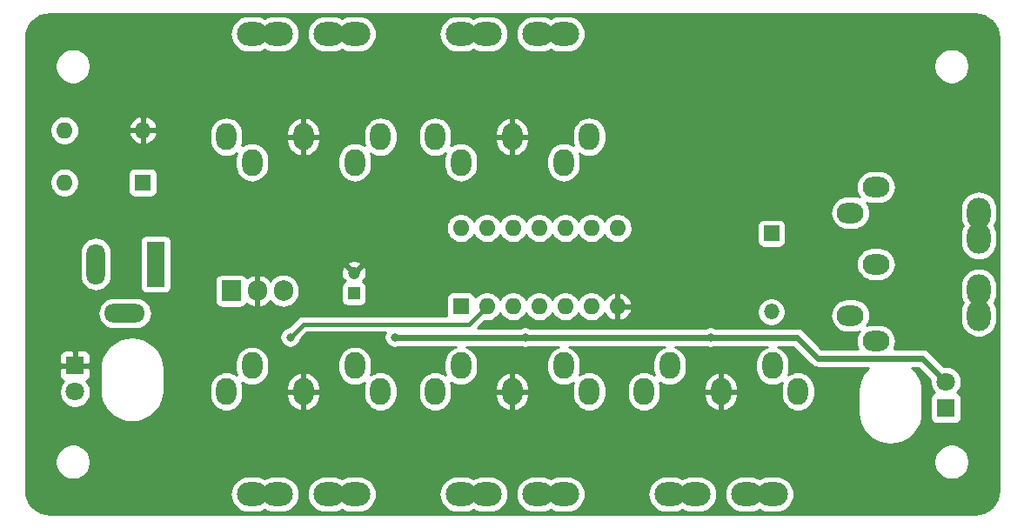
<source format=gbr>
G04 #@! TF.GenerationSoftware,KiCad,Pcbnew,(5.1.5-0-10_14)*
G04 #@! TF.CreationDate,2020-09-12T12:44:00+03:00*
G04 #@! TF.ProjectId,midi_splitter,6d696469-5f73-4706-9c69-747465722e6b,rev?*
G04 #@! TF.SameCoordinates,Original*
G04 #@! TF.FileFunction,Copper,L2,Bot*
G04 #@! TF.FilePolarity,Positive*
%FSLAX46Y46*%
G04 Gerber Fmt 4.6, Leading zero omitted, Abs format (unit mm)*
G04 Created by KiCad (PCBNEW (5.1.5-0-10_14)) date 2020-09-12 12:44:00*
%MOMM*%
%LPD*%
G04 APERTURE LIST*
%ADD10O,3.000000X2.300000*%
%ADD11O,2.000000X2.600000*%
%ADD12O,2.300000X3.000000*%
%ADD13O,2.600000X2.000000*%
%ADD14O,4.000000X1.800000*%
%ADD15O,1.800000X4.000000*%
%ADD16R,1.800000X4.400000*%
%ADD17R,1.905000X2.000000*%
%ADD18O,1.905000X2.000000*%
%ADD19R,1.200000X1.200000*%
%ADD20C,1.200000*%
%ADD21O,1.600000X1.600000*%
%ADD22R,1.600000X1.600000*%
%ADD23R,1.800000X1.800000*%
%ADD24C,1.800000*%
%ADD25R,1.500000X1.500000*%
%ADD26O,1.500000X1.500000*%
%ADD27C,0.800000*%
%ADD28C,0.600000*%
%ADD29C,0.400000*%
%ADD30C,0.254000*%
G04 APERTURE END LIST*
D10*
X153000000Y-92600000D03*
X150500000Y-92600000D03*
X145500000Y-92600000D03*
X143000000Y-92600000D03*
D11*
X153000000Y-105100000D03*
X155500000Y-102600000D03*
X148000000Y-102600000D03*
X140500000Y-102600000D03*
X143000000Y-105100000D03*
D12*
X193400000Y-120000000D03*
X193400000Y-117500000D03*
X193400000Y-112500000D03*
X193400000Y-110000000D03*
D13*
X180900000Y-120000000D03*
X183400000Y-122500000D03*
X183400000Y-115000000D03*
X183400000Y-107500000D03*
X180900000Y-110000000D03*
D10*
X122680000Y-137400000D03*
X125180000Y-137400000D03*
X130180000Y-137400000D03*
X132680000Y-137400000D03*
D11*
X122680000Y-124900000D03*
X120180000Y-127400000D03*
X127680000Y-127400000D03*
X135180000Y-127400000D03*
X132680000Y-124900000D03*
D10*
X143000000Y-137400000D03*
X145500000Y-137400000D03*
X150500000Y-137400000D03*
X153000000Y-137400000D03*
D11*
X143000000Y-124900000D03*
X140500000Y-127400000D03*
X148000000Y-127400000D03*
X155500000Y-127400000D03*
X153000000Y-124900000D03*
D10*
X163320000Y-137400000D03*
X165820000Y-137400000D03*
X170820000Y-137400000D03*
X173320000Y-137400000D03*
D11*
X163320000Y-124900000D03*
X160820000Y-127400000D03*
X168320000Y-127400000D03*
X175820000Y-127400000D03*
X173320000Y-124900000D03*
D10*
X132680000Y-92600000D03*
X130180000Y-92600000D03*
X125180000Y-92600000D03*
X122680000Y-92600000D03*
D11*
X132680000Y-105100000D03*
X135180000Y-102600000D03*
X127680000Y-102600000D03*
X120180000Y-102600000D03*
X122680000Y-105100000D03*
D14*
X110300000Y-119800000D03*
D15*
X107500000Y-115000000D03*
D16*
X113300000Y-115000000D03*
D17*
X120650000Y-117602000D03*
D18*
X123190000Y-117602000D03*
X125730000Y-117602000D03*
D19*
X132588000Y-117856000D03*
D20*
X132588000Y-115856000D03*
D21*
X104430000Y-107050000D03*
X112050000Y-101970000D03*
X104430000Y-101970000D03*
D22*
X112050000Y-107050000D03*
X143002000Y-119126000D03*
D21*
X158242000Y-111506000D03*
X145542000Y-119126000D03*
X155702000Y-111506000D03*
X148082000Y-119126000D03*
X153162000Y-111506000D03*
X150622000Y-119126000D03*
X150622000Y-111506000D03*
X153162000Y-119126000D03*
X148082000Y-111506000D03*
X155702000Y-119126000D03*
X145542000Y-111506000D03*
X158242000Y-119126000D03*
X143002000Y-111506000D03*
D23*
X105450000Y-124900000D03*
D24*
X105450000Y-127440000D03*
D23*
X190200000Y-129000000D03*
D24*
X190200000Y-126460000D03*
D25*
X173228000Y-112014000D03*
D26*
X173228000Y-119634000D03*
D27*
X136570000Y-122112000D03*
X149270000Y-122112000D03*
X167304000Y-122112000D03*
X122682000Y-111760000D03*
X135890000Y-111760000D03*
X161050000Y-95800000D03*
X176700000Y-93450000D03*
X178480000Y-135574000D03*
X148000000Y-115000000D03*
X169920000Y-115000000D03*
X175400000Y-115000000D03*
X180880000Y-115000000D03*
X126080000Y-109520000D03*
X120600000Y-109520000D03*
X148000000Y-109520000D03*
X153334000Y-115000000D03*
X169920000Y-109520000D03*
X148000000Y-97982000D03*
X153480000Y-97982000D03*
X158960000Y-97982000D03*
X158960000Y-104040000D03*
X142520000Y-97982000D03*
X137040000Y-97982000D03*
X131560000Y-98560000D03*
X126080000Y-98560000D03*
X120600000Y-98560000D03*
X115120000Y-98560000D03*
X115120000Y-104040000D03*
X126080000Y-104040000D03*
X148000000Y-131440000D03*
X142520000Y-131440000D03*
X137040000Y-131440000D03*
X131560000Y-131440000D03*
X126080000Y-131440000D03*
X120600000Y-131440000D03*
X115120000Y-131440000D03*
X153480000Y-131440000D03*
X158960000Y-131440000D03*
X164440000Y-131440000D03*
X169920000Y-131440000D03*
X175400000Y-131440000D03*
X181274000Y-131440000D03*
X164440000Y-104840000D03*
X159684000Y-109520000D03*
X153480000Y-109520000D03*
X180880000Y-104040000D03*
X180880000Y-98560000D03*
X175400000Y-98560000D03*
X169920000Y-98363000D03*
X136824000Y-104332000D03*
X140126000Y-105094000D03*
X164440000Y-115000000D03*
X164440000Y-109520000D03*
X180512000Y-94172000D03*
X126410000Y-122112000D03*
D28*
X136570000Y-122112000D02*
X149270000Y-122112000D01*
X167304000Y-122112000D02*
X149270000Y-122112000D01*
X167869685Y-122112000D02*
X167304000Y-122112000D01*
X175686000Y-122112000D02*
X167869685Y-122112000D01*
X177718000Y-124144000D02*
X175686000Y-122112000D01*
X187884000Y-124144000D02*
X177718000Y-124144000D01*
X190200000Y-126460000D02*
X187884000Y-124144000D01*
D29*
X144742001Y-119925999D02*
X145542000Y-119126000D01*
X143826000Y-120842000D02*
X144742001Y-119925999D01*
X127680000Y-120842000D02*
X143826000Y-120842000D01*
X126410000Y-122112000D02*
X127680000Y-120842000D01*
D30*
G36*
X193453893Y-90707670D02*
G01*
X193890498Y-90839489D01*
X194293185Y-91053600D01*
X194646612Y-91341848D01*
X194937327Y-91693261D01*
X195154242Y-92094439D01*
X195289106Y-92530113D01*
X195340000Y-93014344D01*
X195340001Y-136967711D01*
X195292330Y-137453894D01*
X195160512Y-137890497D01*
X194946399Y-138293186D01*
X194658150Y-138646613D01*
X194306739Y-138937327D01*
X193905564Y-139154240D01*
X193469886Y-139289106D01*
X192985664Y-139340000D01*
X103032279Y-139340000D01*
X102546106Y-139292330D01*
X102109503Y-139160512D01*
X101706814Y-138946399D01*
X101353387Y-138658150D01*
X101062673Y-138306739D01*
X100845760Y-137905564D01*
X100710894Y-137469886D01*
X100703549Y-137400000D01*
X120536364Y-137400000D01*
X120570828Y-137749921D01*
X120672896Y-138086395D01*
X120838646Y-138396491D01*
X121061708Y-138668292D01*
X121333509Y-138891354D01*
X121643605Y-139057104D01*
X121980079Y-139159172D01*
X122242317Y-139185000D01*
X123117683Y-139185000D01*
X123379921Y-139159172D01*
X123716395Y-139057104D01*
X123930000Y-138942930D01*
X124143605Y-139057104D01*
X124480079Y-139159172D01*
X124742317Y-139185000D01*
X125617683Y-139185000D01*
X125879921Y-139159172D01*
X126216395Y-139057104D01*
X126526491Y-138891354D01*
X126798292Y-138668292D01*
X127021354Y-138396491D01*
X127187104Y-138086395D01*
X127289172Y-137749921D01*
X127323636Y-137400000D01*
X128036364Y-137400000D01*
X128070828Y-137749921D01*
X128172896Y-138086395D01*
X128338646Y-138396491D01*
X128561708Y-138668292D01*
X128833509Y-138891354D01*
X129143605Y-139057104D01*
X129480079Y-139159172D01*
X129742317Y-139185000D01*
X130617683Y-139185000D01*
X130879921Y-139159172D01*
X131216395Y-139057104D01*
X131430000Y-138942930D01*
X131643605Y-139057104D01*
X131980079Y-139159172D01*
X132242317Y-139185000D01*
X133117683Y-139185000D01*
X133379921Y-139159172D01*
X133716395Y-139057104D01*
X134026491Y-138891354D01*
X134298292Y-138668292D01*
X134521354Y-138396491D01*
X134687104Y-138086395D01*
X134789172Y-137749921D01*
X134823636Y-137400000D01*
X140856364Y-137400000D01*
X140890828Y-137749921D01*
X140992896Y-138086395D01*
X141158646Y-138396491D01*
X141381708Y-138668292D01*
X141653509Y-138891354D01*
X141963605Y-139057104D01*
X142300079Y-139159172D01*
X142562317Y-139185000D01*
X143437683Y-139185000D01*
X143699921Y-139159172D01*
X144036395Y-139057104D01*
X144250000Y-138942930D01*
X144463605Y-139057104D01*
X144800079Y-139159172D01*
X145062317Y-139185000D01*
X145937683Y-139185000D01*
X146199921Y-139159172D01*
X146536395Y-139057104D01*
X146846491Y-138891354D01*
X147118292Y-138668292D01*
X147341354Y-138396491D01*
X147507104Y-138086395D01*
X147609172Y-137749921D01*
X147643636Y-137400000D01*
X148356364Y-137400000D01*
X148390828Y-137749921D01*
X148492896Y-138086395D01*
X148658646Y-138396491D01*
X148881708Y-138668292D01*
X149153509Y-138891354D01*
X149463605Y-139057104D01*
X149800079Y-139159172D01*
X150062317Y-139185000D01*
X150937683Y-139185000D01*
X151199921Y-139159172D01*
X151536395Y-139057104D01*
X151750000Y-138942930D01*
X151963605Y-139057104D01*
X152300079Y-139159172D01*
X152562317Y-139185000D01*
X153437683Y-139185000D01*
X153699921Y-139159172D01*
X154036395Y-139057104D01*
X154346491Y-138891354D01*
X154618292Y-138668292D01*
X154841354Y-138396491D01*
X155007104Y-138086395D01*
X155109172Y-137749921D01*
X155143636Y-137400000D01*
X161176364Y-137400000D01*
X161210828Y-137749921D01*
X161312896Y-138086395D01*
X161478646Y-138396491D01*
X161701708Y-138668292D01*
X161973509Y-138891354D01*
X162283605Y-139057104D01*
X162620079Y-139159172D01*
X162882317Y-139185000D01*
X163757683Y-139185000D01*
X164019921Y-139159172D01*
X164356395Y-139057104D01*
X164570000Y-138942930D01*
X164783605Y-139057104D01*
X165120079Y-139159172D01*
X165382317Y-139185000D01*
X166257683Y-139185000D01*
X166519921Y-139159172D01*
X166856395Y-139057104D01*
X167166491Y-138891354D01*
X167438292Y-138668292D01*
X167661354Y-138396491D01*
X167827104Y-138086395D01*
X167929172Y-137749921D01*
X167963636Y-137400000D01*
X168676364Y-137400000D01*
X168710828Y-137749921D01*
X168812896Y-138086395D01*
X168978646Y-138396491D01*
X169201708Y-138668292D01*
X169473509Y-138891354D01*
X169783605Y-139057104D01*
X170120079Y-139159172D01*
X170382317Y-139185000D01*
X171257683Y-139185000D01*
X171519921Y-139159172D01*
X171856395Y-139057104D01*
X172070000Y-138942930D01*
X172283605Y-139057104D01*
X172620079Y-139159172D01*
X172882317Y-139185000D01*
X173757683Y-139185000D01*
X174019921Y-139159172D01*
X174356395Y-139057104D01*
X174666491Y-138891354D01*
X174938292Y-138668292D01*
X175161354Y-138396491D01*
X175327104Y-138086395D01*
X175429172Y-137749921D01*
X175463636Y-137400000D01*
X175429172Y-137050079D01*
X175327104Y-136713605D01*
X175161354Y-136403509D01*
X174938292Y-136131708D01*
X174666491Y-135908646D01*
X174356395Y-135742896D01*
X174019921Y-135640828D01*
X173757683Y-135615000D01*
X172882317Y-135615000D01*
X172620079Y-135640828D01*
X172283605Y-135742896D01*
X172070000Y-135857070D01*
X171856395Y-135742896D01*
X171519921Y-135640828D01*
X171257683Y-135615000D01*
X170382317Y-135615000D01*
X170120079Y-135640828D01*
X169783605Y-135742896D01*
X169473509Y-135908646D01*
X169201708Y-136131708D01*
X168978646Y-136403509D01*
X168812896Y-136713605D01*
X168710828Y-137050079D01*
X168676364Y-137400000D01*
X167963636Y-137400000D01*
X167929172Y-137050079D01*
X167827104Y-136713605D01*
X167661354Y-136403509D01*
X167438292Y-136131708D01*
X167166491Y-135908646D01*
X166856395Y-135742896D01*
X166519921Y-135640828D01*
X166257683Y-135615000D01*
X165382317Y-135615000D01*
X165120079Y-135640828D01*
X164783605Y-135742896D01*
X164570000Y-135857070D01*
X164356395Y-135742896D01*
X164019921Y-135640828D01*
X163757683Y-135615000D01*
X162882317Y-135615000D01*
X162620079Y-135640828D01*
X162283605Y-135742896D01*
X161973509Y-135908646D01*
X161701708Y-136131708D01*
X161478646Y-136403509D01*
X161312896Y-136713605D01*
X161210828Y-137050079D01*
X161176364Y-137400000D01*
X155143636Y-137400000D01*
X155109172Y-137050079D01*
X155007104Y-136713605D01*
X154841354Y-136403509D01*
X154618292Y-136131708D01*
X154346491Y-135908646D01*
X154036395Y-135742896D01*
X153699921Y-135640828D01*
X153437683Y-135615000D01*
X152562317Y-135615000D01*
X152300079Y-135640828D01*
X151963605Y-135742896D01*
X151750000Y-135857070D01*
X151536395Y-135742896D01*
X151199921Y-135640828D01*
X150937683Y-135615000D01*
X150062317Y-135615000D01*
X149800079Y-135640828D01*
X149463605Y-135742896D01*
X149153509Y-135908646D01*
X148881708Y-136131708D01*
X148658646Y-136403509D01*
X148492896Y-136713605D01*
X148390828Y-137050079D01*
X148356364Y-137400000D01*
X147643636Y-137400000D01*
X147609172Y-137050079D01*
X147507104Y-136713605D01*
X147341354Y-136403509D01*
X147118292Y-136131708D01*
X146846491Y-135908646D01*
X146536395Y-135742896D01*
X146199921Y-135640828D01*
X145937683Y-135615000D01*
X145062317Y-135615000D01*
X144800079Y-135640828D01*
X144463605Y-135742896D01*
X144250000Y-135857070D01*
X144036395Y-135742896D01*
X143699921Y-135640828D01*
X143437683Y-135615000D01*
X142562317Y-135615000D01*
X142300079Y-135640828D01*
X141963605Y-135742896D01*
X141653509Y-135908646D01*
X141381708Y-136131708D01*
X141158646Y-136403509D01*
X140992896Y-136713605D01*
X140890828Y-137050079D01*
X140856364Y-137400000D01*
X134823636Y-137400000D01*
X134789172Y-137050079D01*
X134687104Y-136713605D01*
X134521354Y-136403509D01*
X134298292Y-136131708D01*
X134026491Y-135908646D01*
X133716395Y-135742896D01*
X133379921Y-135640828D01*
X133117683Y-135615000D01*
X132242317Y-135615000D01*
X131980079Y-135640828D01*
X131643605Y-135742896D01*
X131430000Y-135857070D01*
X131216395Y-135742896D01*
X130879921Y-135640828D01*
X130617683Y-135615000D01*
X129742317Y-135615000D01*
X129480079Y-135640828D01*
X129143605Y-135742896D01*
X128833509Y-135908646D01*
X128561708Y-136131708D01*
X128338646Y-136403509D01*
X128172896Y-136713605D01*
X128070828Y-137050079D01*
X128036364Y-137400000D01*
X127323636Y-137400000D01*
X127289172Y-137050079D01*
X127187104Y-136713605D01*
X127021354Y-136403509D01*
X126798292Y-136131708D01*
X126526491Y-135908646D01*
X126216395Y-135742896D01*
X125879921Y-135640828D01*
X125617683Y-135615000D01*
X124742317Y-135615000D01*
X124480079Y-135640828D01*
X124143605Y-135742896D01*
X123930000Y-135857070D01*
X123716395Y-135742896D01*
X123379921Y-135640828D01*
X123117683Y-135615000D01*
X122242317Y-135615000D01*
X121980079Y-135640828D01*
X121643605Y-135742896D01*
X121333509Y-135908646D01*
X121061708Y-136131708D01*
X120838646Y-136403509D01*
X120672896Y-136713605D01*
X120570828Y-137050079D01*
X120536364Y-137400000D01*
X100703549Y-137400000D01*
X100660000Y-136985664D01*
X100660000Y-134079117D01*
X103515000Y-134079117D01*
X103515000Y-134420883D01*
X103581675Y-134756081D01*
X103712463Y-135071831D01*
X103902337Y-135355998D01*
X104144002Y-135597663D01*
X104428169Y-135787537D01*
X104743919Y-135918325D01*
X105079117Y-135985000D01*
X105420883Y-135985000D01*
X105756081Y-135918325D01*
X106071831Y-135787537D01*
X106355998Y-135597663D01*
X106597663Y-135355998D01*
X106787537Y-135071831D01*
X106918325Y-134756081D01*
X106985000Y-134420883D01*
X106985000Y-134079117D01*
X189015000Y-134079117D01*
X189015000Y-134420883D01*
X189081675Y-134756081D01*
X189212463Y-135071831D01*
X189402337Y-135355998D01*
X189644002Y-135597663D01*
X189928169Y-135787537D01*
X190243919Y-135918325D01*
X190579117Y-135985000D01*
X190920883Y-135985000D01*
X191256081Y-135918325D01*
X191571831Y-135787537D01*
X191855998Y-135597663D01*
X192097663Y-135355998D01*
X192287537Y-135071831D01*
X192418325Y-134756081D01*
X192485000Y-134420883D01*
X192485000Y-134079117D01*
X192418325Y-133743919D01*
X192287537Y-133428169D01*
X192097663Y-133144002D01*
X191855998Y-132902337D01*
X191571831Y-132712463D01*
X191256081Y-132581675D01*
X190920883Y-132515000D01*
X190579117Y-132515000D01*
X190243919Y-132581675D01*
X189928169Y-132712463D01*
X189644002Y-132902337D01*
X189402337Y-133144002D01*
X189212463Y-133428169D01*
X189081675Y-133743919D01*
X189015000Y-134079117D01*
X106985000Y-134079117D01*
X106918325Y-133743919D01*
X106787537Y-133428169D01*
X106597663Y-133144002D01*
X106355998Y-132902337D01*
X106071831Y-132712463D01*
X105756081Y-132581675D01*
X105420883Y-132515000D01*
X105079117Y-132515000D01*
X104743919Y-132581675D01*
X104428169Y-132712463D01*
X104144002Y-132902337D01*
X103902337Y-133144002D01*
X103712463Y-133428169D01*
X103581675Y-133743919D01*
X103515000Y-134079117D01*
X100660000Y-134079117D01*
X100660000Y-125800000D01*
X103911928Y-125800000D01*
X103924188Y-125924482D01*
X103960498Y-126044180D01*
X104019463Y-126154494D01*
X104098815Y-126251185D01*
X104195506Y-126330537D01*
X104305820Y-126389502D01*
X104324127Y-126395056D01*
X104257688Y-126461495D01*
X104089701Y-126712905D01*
X103973989Y-126992257D01*
X103915000Y-127288816D01*
X103915000Y-127591184D01*
X103973989Y-127887743D01*
X104089701Y-128167095D01*
X104257688Y-128418505D01*
X104471495Y-128632312D01*
X104722905Y-128800299D01*
X105002257Y-128916011D01*
X105298816Y-128975000D01*
X105601184Y-128975000D01*
X105897743Y-128916011D01*
X106177095Y-128800299D01*
X106428505Y-128632312D01*
X106642312Y-128418505D01*
X106810299Y-128167095D01*
X106926011Y-127887743D01*
X106985000Y-127591184D01*
X106985000Y-127288816D01*
X106926011Y-126992257D01*
X106810299Y-126712905D01*
X106642312Y-126461495D01*
X106575873Y-126395056D01*
X106594180Y-126389502D01*
X106704494Y-126330537D01*
X106801185Y-126251185D01*
X106880537Y-126154494D01*
X106939502Y-126044180D01*
X106975812Y-125924482D01*
X106988072Y-125800000D01*
X106985000Y-125185750D01*
X106883249Y-125083999D01*
X107863000Y-125083999D01*
X107863000Y-127392002D01*
X107908362Y-127852567D01*
X108087624Y-128443517D01*
X108378731Y-128988140D01*
X108770496Y-129465505D01*
X109247861Y-129857269D01*
X109792484Y-130148376D01*
X110383434Y-130327638D01*
X110998000Y-130388168D01*
X111612567Y-130327638D01*
X112203517Y-130148376D01*
X112748140Y-129857269D01*
X113225505Y-129465505D01*
X113617269Y-128988140D01*
X113908376Y-128443517D01*
X114087638Y-127852567D01*
X114133000Y-127392002D01*
X114133000Y-127019678D01*
X118545000Y-127019678D01*
X118545000Y-127780321D01*
X118568657Y-128020515D01*
X118662148Y-128328714D01*
X118813969Y-128612751D01*
X119018286Y-128861714D01*
X119267248Y-129066031D01*
X119551285Y-129217852D01*
X119859484Y-129311343D01*
X120180000Y-129342911D01*
X120500515Y-129311343D01*
X120808714Y-129217852D01*
X121092751Y-129066031D01*
X121341714Y-128861714D01*
X121546031Y-128612752D01*
X121697852Y-128328715D01*
X121791343Y-128020516D01*
X121815000Y-127780322D01*
X121815000Y-127527000D01*
X126045000Y-127527000D01*
X126045000Y-127827000D01*
X126101193Y-128143532D01*
X126218058Y-128443020D01*
X126391105Y-128713954D01*
X126613683Y-128945922D01*
X126877239Y-129130010D01*
X127171645Y-129259144D01*
X127299566Y-129290124D01*
X127553000Y-129170777D01*
X127553000Y-127527000D01*
X127807000Y-127527000D01*
X127807000Y-129170777D01*
X128060434Y-129290124D01*
X128188355Y-129259144D01*
X128482761Y-129130010D01*
X128746317Y-128945922D01*
X128968895Y-128713954D01*
X129141942Y-128443020D01*
X129258807Y-128143532D01*
X129315000Y-127827000D01*
X129315000Y-127527000D01*
X127807000Y-127527000D01*
X127553000Y-127527000D01*
X126045000Y-127527000D01*
X121815000Y-127527000D01*
X121815000Y-127019679D01*
X121810403Y-126973000D01*
X126045000Y-126973000D01*
X126045000Y-127273000D01*
X127553000Y-127273000D01*
X127553000Y-125629223D01*
X127807000Y-125629223D01*
X127807000Y-127273000D01*
X129315000Y-127273000D01*
X129315000Y-126973000D01*
X129258807Y-126656468D01*
X129141942Y-126356980D01*
X128968895Y-126086046D01*
X128746317Y-125854078D01*
X128482761Y-125669990D01*
X128188355Y-125540856D01*
X128060434Y-125509876D01*
X127807000Y-125629223D01*
X127553000Y-125629223D01*
X127299566Y-125509876D01*
X127171645Y-125540856D01*
X126877239Y-125669990D01*
X126613683Y-125854078D01*
X126391105Y-126086046D01*
X126218058Y-126356980D01*
X126101193Y-126656468D01*
X126045000Y-126973000D01*
X121810403Y-126973000D01*
X121791343Y-126779485D01*
X121713117Y-126521607D01*
X121767248Y-126566031D01*
X122051285Y-126717852D01*
X122359484Y-126811343D01*
X122680000Y-126842911D01*
X123000515Y-126811343D01*
X123308714Y-126717852D01*
X123592751Y-126566031D01*
X123841714Y-126361714D01*
X124046031Y-126112752D01*
X124197852Y-125828715D01*
X124291343Y-125520516D01*
X124315000Y-125280322D01*
X124315000Y-124519679D01*
X124315000Y-124519678D01*
X131045000Y-124519678D01*
X131045000Y-125280321D01*
X131068657Y-125520515D01*
X131162148Y-125828714D01*
X131313969Y-126112751D01*
X131518286Y-126361714D01*
X131767248Y-126566031D01*
X132051285Y-126717852D01*
X132359484Y-126811343D01*
X132680000Y-126842911D01*
X133000515Y-126811343D01*
X133308714Y-126717852D01*
X133592751Y-126566031D01*
X133646883Y-126521606D01*
X133568657Y-126779484D01*
X133545000Y-127019678D01*
X133545000Y-127780321D01*
X133568657Y-128020515D01*
X133662148Y-128328714D01*
X133813969Y-128612751D01*
X134018286Y-128861714D01*
X134267248Y-129066031D01*
X134551285Y-129217852D01*
X134859484Y-129311343D01*
X135180000Y-129342911D01*
X135500515Y-129311343D01*
X135808714Y-129217852D01*
X136092751Y-129066031D01*
X136341714Y-128861714D01*
X136546031Y-128612752D01*
X136697852Y-128328715D01*
X136791343Y-128020516D01*
X136815000Y-127780322D01*
X136815000Y-127019679D01*
X136791343Y-126779485D01*
X136697852Y-126471285D01*
X136546031Y-126187248D01*
X136341714Y-125938286D01*
X136092752Y-125733969D01*
X135808715Y-125582148D01*
X135500516Y-125488657D01*
X135180000Y-125457089D01*
X134859485Y-125488657D01*
X134551286Y-125582148D01*
X134267249Y-125733969D01*
X134213117Y-125778394D01*
X134291343Y-125520516D01*
X134315000Y-125280322D01*
X134315000Y-124519679D01*
X134291343Y-124279485D01*
X134197852Y-123971285D01*
X134046031Y-123687248D01*
X133841714Y-123438286D01*
X133592752Y-123233969D01*
X133308715Y-123082148D01*
X133000516Y-122988657D01*
X132680000Y-122957089D01*
X132359485Y-122988657D01*
X132051286Y-123082148D01*
X131767249Y-123233969D01*
X131518286Y-123438286D01*
X131313969Y-123687248D01*
X131162148Y-123971285D01*
X131068657Y-124279484D01*
X131045000Y-124519678D01*
X124315000Y-124519678D01*
X124291343Y-124279485D01*
X124197852Y-123971285D01*
X124046031Y-123687248D01*
X123841714Y-123438286D01*
X123592752Y-123233969D01*
X123308715Y-123082148D01*
X123000516Y-122988657D01*
X122680000Y-122957089D01*
X122359485Y-122988657D01*
X122051286Y-123082148D01*
X121767249Y-123233969D01*
X121518286Y-123438286D01*
X121313969Y-123687248D01*
X121162148Y-123971285D01*
X121068657Y-124279484D01*
X121045000Y-124519678D01*
X121045000Y-125280321D01*
X121068657Y-125520515D01*
X121146883Y-125778393D01*
X121092752Y-125733969D01*
X120808715Y-125582148D01*
X120500516Y-125488657D01*
X120180000Y-125457089D01*
X119859485Y-125488657D01*
X119551286Y-125582148D01*
X119267249Y-125733969D01*
X119018286Y-125938286D01*
X118813969Y-126187248D01*
X118662148Y-126471285D01*
X118568657Y-126779484D01*
X118545000Y-127019678D01*
X114133000Y-127019678D01*
X114133000Y-125083998D01*
X114087638Y-124623433D01*
X113908376Y-124032483D01*
X113617269Y-123487860D01*
X113225505Y-123010495D01*
X112748139Y-122618731D01*
X112203516Y-122327624D01*
X111612566Y-122148362D01*
X110998000Y-122087832D01*
X110383433Y-122148362D01*
X109792483Y-122327624D01*
X109247860Y-122618731D01*
X108770495Y-123010495D01*
X108378731Y-123487861D01*
X108087624Y-124032484D01*
X107908362Y-124623434D01*
X107863000Y-125083999D01*
X106883249Y-125083999D01*
X106826250Y-125027000D01*
X105577000Y-125027000D01*
X105577000Y-125047000D01*
X105323000Y-125047000D01*
X105323000Y-125027000D01*
X104073750Y-125027000D01*
X103915000Y-125185750D01*
X103911928Y-125800000D01*
X100660000Y-125800000D01*
X100660000Y-124000000D01*
X103911928Y-124000000D01*
X103915000Y-124614250D01*
X104073750Y-124773000D01*
X105323000Y-124773000D01*
X105323000Y-123523750D01*
X105577000Y-123523750D01*
X105577000Y-124773000D01*
X106826250Y-124773000D01*
X106985000Y-124614250D01*
X106988072Y-124000000D01*
X106975812Y-123875518D01*
X106939502Y-123755820D01*
X106880537Y-123645506D01*
X106801185Y-123548815D01*
X106704494Y-123469463D01*
X106594180Y-123410498D01*
X106474482Y-123374188D01*
X106350000Y-123361928D01*
X105735750Y-123365000D01*
X105577000Y-123523750D01*
X105323000Y-123523750D01*
X105164250Y-123365000D01*
X104550000Y-123361928D01*
X104425518Y-123374188D01*
X104305820Y-123410498D01*
X104195506Y-123469463D01*
X104098815Y-123548815D01*
X104019463Y-123645506D01*
X103960498Y-123755820D01*
X103924188Y-123875518D01*
X103911928Y-124000000D01*
X100660000Y-124000000D01*
X100660000Y-122010061D01*
X125375000Y-122010061D01*
X125375000Y-122213939D01*
X125414774Y-122413898D01*
X125492795Y-122602256D01*
X125606063Y-122771774D01*
X125750226Y-122915937D01*
X125919744Y-123029205D01*
X126108102Y-123107226D01*
X126308061Y-123147000D01*
X126511939Y-123147000D01*
X126711898Y-123107226D01*
X126900256Y-123029205D01*
X127069774Y-122915937D01*
X127213937Y-122771774D01*
X127327205Y-122602256D01*
X127405226Y-122413898D01*
X127434093Y-122268775D01*
X128025868Y-121677000D01*
X135629907Y-121677000D01*
X135574774Y-121810102D01*
X135535000Y-122010061D01*
X135535000Y-122213939D01*
X135574774Y-122413898D01*
X135652795Y-122602256D01*
X135766063Y-122771774D01*
X135910226Y-122915937D01*
X136079744Y-123029205D01*
X136268102Y-123107226D01*
X136468061Y-123147000D01*
X136671939Y-123147000D01*
X136871898Y-123107226D01*
X137017295Y-123047000D01*
X142487154Y-123047000D01*
X142371286Y-123082148D01*
X142087249Y-123233969D01*
X141838286Y-123438286D01*
X141633969Y-123687248D01*
X141482148Y-123971285D01*
X141388657Y-124279484D01*
X141365000Y-124519678D01*
X141365000Y-125280321D01*
X141388657Y-125520515D01*
X141466883Y-125778393D01*
X141412752Y-125733969D01*
X141128715Y-125582148D01*
X140820516Y-125488657D01*
X140500000Y-125457089D01*
X140179485Y-125488657D01*
X139871286Y-125582148D01*
X139587249Y-125733969D01*
X139338286Y-125938286D01*
X139133969Y-126187248D01*
X138982148Y-126471285D01*
X138888657Y-126779484D01*
X138865000Y-127019678D01*
X138865000Y-127780321D01*
X138888657Y-128020515D01*
X138982148Y-128328714D01*
X139133969Y-128612751D01*
X139338286Y-128861714D01*
X139587248Y-129066031D01*
X139871285Y-129217852D01*
X140179484Y-129311343D01*
X140500000Y-129342911D01*
X140820515Y-129311343D01*
X141128714Y-129217852D01*
X141412751Y-129066031D01*
X141661714Y-128861714D01*
X141866031Y-128612752D01*
X142017852Y-128328715D01*
X142111343Y-128020516D01*
X142135000Y-127780322D01*
X142135000Y-127527000D01*
X146365000Y-127527000D01*
X146365000Y-127827000D01*
X146421193Y-128143532D01*
X146538058Y-128443020D01*
X146711105Y-128713954D01*
X146933683Y-128945922D01*
X147197239Y-129130010D01*
X147491645Y-129259144D01*
X147619566Y-129290124D01*
X147873000Y-129170777D01*
X147873000Y-127527000D01*
X148127000Y-127527000D01*
X148127000Y-129170777D01*
X148380434Y-129290124D01*
X148508355Y-129259144D01*
X148802761Y-129130010D01*
X149066317Y-128945922D01*
X149288895Y-128713954D01*
X149461942Y-128443020D01*
X149578807Y-128143532D01*
X149635000Y-127827000D01*
X149635000Y-127527000D01*
X148127000Y-127527000D01*
X147873000Y-127527000D01*
X146365000Y-127527000D01*
X142135000Y-127527000D01*
X142135000Y-127019679D01*
X142130403Y-126973000D01*
X146365000Y-126973000D01*
X146365000Y-127273000D01*
X147873000Y-127273000D01*
X147873000Y-125629223D01*
X148127000Y-125629223D01*
X148127000Y-127273000D01*
X149635000Y-127273000D01*
X149635000Y-126973000D01*
X149578807Y-126656468D01*
X149461942Y-126356980D01*
X149288895Y-126086046D01*
X149066317Y-125854078D01*
X148802761Y-125669990D01*
X148508355Y-125540856D01*
X148380434Y-125509876D01*
X148127000Y-125629223D01*
X147873000Y-125629223D01*
X147619566Y-125509876D01*
X147491645Y-125540856D01*
X147197239Y-125669990D01*
X146933683Y-125854078D01*
X146711105Y-126086046D01*
X146538058Y-126356980D01*
X146421193Y-126656468D01*
X146365000Y-126973000D01*
X142130403Y-126973000D01*
X142111343Y-126779485D01*
X142033117Y-126521607D01*
X142087248Y-126566031D01*
X142371285Y-126717852D01*
X142679484Y-126811343D01*
X143000000Y-126842911D01*
X143320515Y-126811343D01*
X143628714Y-126717852D01*
X143912751Y-126566031D01*
X144161714Y-126361714D01*
X144366031Y-126112752D01*
X144517852Y-125828715D01*
X144611343Y-125520516D01*
X144635000Y-125280322D01*
X144635000Y-124519679D01*
X144611343Y-124279485D01*
X144517852Y-123971285D01*
X144366031Y-123687248D01*
X144161714Y-123438286D01*
X143912752Y-123233969D01*
X143628715Y-123082148D01*
X143512847Y-123047000D01*
X148822705Y-123047000D01*
X148968102Y-123107226D01*
X149168061Y-123147000D01*
X149371939Y-123147000D01*
X149571898Y-123107226D01*
X149717295Y-123047000D01*
X152487154Y-123047000D01*
X152371286Y-123082148D01*
X152087249Y-123233969D01*
X151838286Y-123438286D01*
X151633969Y-123687248D01*
X151482148Y-123971285D01*
X151388657Y-124279484D01*
X151365000Y-124519678D01*
X151365000Y-125280321D01*
X151388657Y-125520515D01*
X151482148Y-125828714D01*
X151633969Y-126112751D01*
X151838286Y-126361714D01*
X152087248Y-126566031D01*
X152371285Y-126717852D01*
X152679484Y-126811343D01*
X153000000Y-126842911D01*
X153320515Y-126811343D01*
X153628714Y-126717852D01*
X153912751Y-126566031D01*
X153966883Y-126521606D01*
X153888657Y-126779484D01*
X153865000Y-127019678D01*
X153865000Y-127780321D01*
X153888657Y-128020515D01*
X153982148Y-128328714D01*
X154133969Y-128612751D01*
X154338286Y-128861714D01*
X154587248Y-129066031D01*
X154871285Y-129217852D01*
X155179484Y-129311343D01*
X155500000Y-129342911D01*
X155820515Y-129311343D01*
X156128714Y-129217852D01*
X156412751Y-129066031D01*
X156661714Y-128861714D01*
X156866031Y-128612752D01*
X157017852Y-128328715D01*
X157111343Y-128020516D01*
X157135000Y-127780322D01*
X157135000Y-127019679D01*
X157111343Y-126779485D01*
X157017852Y-126471285D01*
X156866031Y-126187248D01*
X156661714Y-125938286D01*
X156412752Y-125733969D01*
X156128715Y-125582148D01*
X155820516Y-125488657D01*
X155500000Y-125457089D01*
X155179485Y-125488657D01*
X154871286Y-125582148D01*
X154587249Y-125733969D01*
X154533117Y-125778394D01*
X154611343Y-125520516D01*
X154635000Y-125280322D01*
X154635000Y-124519679D01*
X154611343Y-124279485D01*
X154517852Y-123971285D01*
X154366031Y-123687248D01*
X154161714Y-123438286D01*
X153912752Y-123233969D01*
X153628715Y-123082148D01*
X153512847Y-123047000D01*
X162807154Y-123047000D01*
X162691286Y-123082148D01*
X162407249Y-123233969D01*
X162158286Y-123438286D01*
X161953969Y-123687248D01*
X161802148Y-123971285D01*
X161708657Y-124279484D01*
X161685000Y-124519678D01*
X161685000Y-125280321D01*
X161708657Y-125520515D01*
X161786883Y-125778393D01*
X161732752Y-125733969D01*
X161448715Y-125582148D01*
X161140516Y-125488657D01*
X160820000Y-125457089D01*
X160499485Y-125488657D01*
X160191286Y-125582148D01*
X159907249Y-125733969D01*
X159658286Y-125938286D01*
X159453969Y-126187248D01*
X159302148Y-126471285D01*
X159208657Y-126779484D01*
X159185000Y-127019678D01*
X159185000Y-127780321D01*
X159208657Y-128020515D01*
X159302148Y-128328714D01*
X159453969Y-128612751D01*
X159658286Y-128861714D01*
X159907248Y-129066031D01*
X160191285Y-129217852D01*
X160499484Y-129311343D01*
X160820000Y-129342911D01*
X161140515Y-129311343D01*
X161448714Y-129217852D01*
X161732751Y-129066031D01*
X161981714Y-128861714D01*
X162186031Y-128612752D01*
X162337852Y-128328715D01*
X162431343Y-128020516D01*
X162455000Y-127780322D01*
X162455000Y-127527000D01*
X166685000Y-127527000D01*
X166685000Y-127827000D01*
X166741193Y-128143532D01*
X166858058Y-128443020D01*
X167031105Y-128713954D01*
X167253683Y-128945922D01*
X167517239Y-129130010D01*
X167811645Y-129259144D01*
X167939566Y-129290124D01*
X168193000Y-129170777D01*
X168193000Y-127527000D01*
X168447000Y-127527000D01*
X168447000Y-129170777D01*
X168700434Y-129290124D01*
X168828355Y-129259144D01*
X169122761Y-129130010D01*
X169386317Y-128945922D01*
X169608895Y-128713954D01*
X169781942Y-128443020D01*
X169898807Y-128143532D01*
X169955000Y-127827000D01*
X169955000Y-127527000D01*
X168447000Y-127527000D01*
X168193000Y-127527000D01*
X166685000Y-127527000D01*
X162455000Y-127527000D01*
X162455000Y-127019679D01*
X162450403Y-126973000D01*
X166685000Y-126973000D01*
X166685000Y-127273000D01*
X168193000Y-127273000D01*
X168193000Y-125629223D01*
X168447000Y-125629223D01*
X168447000Y-127273000D01*
X169955000Y-127273000D01*
X169955000Y-126973000D01*
X169898807Y-126656468D01*
X169781942Y-126356980D01*
X169608895Y-126086046D01*
X169386317Y-125854078D01*
X169122761Y-125669990D01*
X168828355Y-125540856D01*
X168700434Y-125509876D01*
X168447000Y-125629223D01*
X168193000Y-125629223D01*
X167939566Y-125509876D01*
X167811645Y-125540856D01*
X167517239Y-125669990D01*
X167253683Y-125854078D01*
X167031105Y-126086046D01*
X166858058Y-126356980D01*
X166741193Y-126656468D01*
X166685000Y-126973000D01*
X162450403Y-126973000D01*
X162431343Y-126779485D01*
X162353117Y-126521607D01*
X162407248Y-126566031D01*
X162691285Y-126717852D01*
X162999484Y-126811343D01*
X163320000Y-126842911D01*
X163640515Y-126811343D01*
X163948714Y-126717852D01*
X164232751Y-126566031D01*
X164481714Y-126361714D01*
X164686031Y-126112752D01*
X164837852Y-125828715D01*
X164931343Y-125520516D01*
X164955000Y-125280322D01*
X164955000Y-124519679D01*
X164931343Y-124279485D01*
X164837852Y-123971285D01*
X164686031Y-123687248D01*
X164481714Y-123438286D01*
X164232752Y-123233969D01*
X163948715Y-123082148D01*
X163832847Y-123047000D01*
X166856705Y-123047000D01*
X167002102Y-123107226D01*
X167202061Y-123147000D01*
X167405939Y-123147000D01*
X167605898Y-123107226D01*
X167751295Y-123047000D01*
X172807154Y-123047000D01*
X172691286Y-123082148D01*
X172407249Y-123233969D01*
X172158286Y-123438286D01*
X171953969Y-123687248D01*
X171802148Y-123971285D01*
X171708657Y-124279484D01*
X171685000Y-124519678D01*
X171685000Y-125280321D01*
X171708657Y-125520515D01*
X171802148Y-125828714D01*
X171953969Y-126112751D01*
X172158286Y-126361714D01*
X172407248Y-126566031D01*
X172691285Y-126717852D01*
X172999484Y-126811343D01*
X173320000Y-126842911D01*
X173640515Y-126811343D01*
X173948714Y-126717852D01*
X174232751Y-126566031D01*
X174286883Y-126521606D01*
X174208657Y-126779484D01*
X174185000Y-127019678D01*
X174185000Y-127780321D01*
X174208657Y-128020515D01*
X174302148Y-128328714D01*
X174453969Y-128612751D01*
X174658286Y-128861714D01*
X174907248Y-129066031D01*
X175191285Y-129217852D01*
X175499484Y-129311343D01*
X175820000Y-129342911D01*
X176140515Y-129311343D01*
X176448714Y-129217852D01*
X176732751Y-129066031D01*
X176981714Y-128861714D01*
X177186031Y-128612752D01*
X177337852Y-128328715D01*
X177431343Y-128020516D01*
X177455000Y-127780322D01*
X177455000Y-127019679D01*
X177431343Y-126779485D01*
X177337852Y-126471285D01*
X177186031Y-126187248D01*
X176981714Y-125938286D01*
X176732752Y-125733969D01*
X176448715Y-125582148D01*
X176140516Y-125488657D01*
X175820000Y-125457089D01*
X175499485Y-125488657D01*
X175191286Y-125582148D01*
X174907249Y-125733969D01*
X174853117Y-125778394D01*
X174931343Y-125520516D01*
X174955000Y-125280322D01*
X174955000Y-124519679D01*
X174931343Y-124279485D01*
X174837852Y-123971285D01*
X174686031Y-123687248D01*
X174481714Y-123438286D01*
X174232752Y-123233969D01*
X173948715Y-123082148D01*
X173832847Y-123047000D01*
X175298711Y-123047000D01*
X177024370Y-124772659D01*
X177053656Y-124808344D01*
X177196028Y-124925186D01*
X177358460Y-125012007D01*
X177534708Y-125065471D01*
X177718000Y-125083524D01*
X177763932Y-125079000D01*
X182686419Y-125079000D01*
X182572495Y-125172495D01*
X182180731Y-125649861D01*
X181889624Y-126194484D01*
X181710362Y-126785434D01*
X181665000Y-127245999D01*
X181665000Y-129554002D01*
X181710362Y-130014567D01*
X181889624Y-130605517D01*
X182180731Y-131150140D01*
X182572496Y-131627505D01*
X183049861Y-132019269D01*
X183594484Y-132310376D01*
X184185434Y-132489638D01*
X184800000Y-132550168D01*
X185414567Y-132489638D01*
X186005517Y-132310376D01*
X186550140Y-132019269D01*
X187027505Y-131627505D01*
X187419269Y-131150140D01*
X187710376Y-130605517D01*
X187889638Y-130014567D01*
X187935000Y-129554002D01*
X187935000Y-127245998D01*
X187889638Y-126785433D01*
X187710376Y-126194483D01*
X187419269Y-125649860D01*
X187027505Y-125172495D01*
X186913581Y-125079000D01*
X187496711Y-125079000D01*
X188675208Y-126257497D01*
X188665000Y-126308816D01*
X188665000Y-126611184D01*
X188723989Y-126907743D01*
X188839701Y-127187095D01*
X189007688Y-127438505D01*
X189074127Y-127504944D01*
X189055820Y-127510498D01*
X188945506Y-127569463D01*
X188848815Y-127648815D01*
X188769463Y-127745506D01*
X188710498Y-127855820D01*
X188674188Y-127975518D01*
X188661928Y-128100000D01*
X188661928Y-129900000D01*
X188674188Y-130024482D01*
X188710498Y-130144180D01*
X188769463Y-130254494D01*
X188848815Y-130351185D01*
X188945506Y-130430537D01*
X189055820Y-130489502D01*
X189175518Y-130525812D01*
X189300000Y-130538072D01*
X191100000Y-130538072D01*
X191224482Y-130525812D01*
X191344180Y-130489502D01*
X191454494Y-130430537D01*
X191551185Y-130351185D01*
X191630537Y-130254494D01*
X191689502Y-130144180D01*
X191725812Y-130024482D01*
X191738072Y-129900000D01*
X191738072Y-128100000D01*
X191725812Y-127975518D01*
X191689502Y-127855820D01*
X191630537Y-127745506D01*
X191551185Y-127648815D01*
X191454494Y-127569463D01*
X191344180Y-127510498D01*
X191325873Y-127504944D01*
X191392312Y-127438505D01*
X191560299Y-127187095D01*
X191676011Y-126907743D01*
X191735000Y-126611184D01*
X191735000Y-126308816D01*
X191676011Y-126012257D01*
X191560299Y-125732905D01*
X191392312Y-125481495D01*
X191178505Y-125267688D01*
X190927095Y-125099701D01*
X190647743Y-124983989D01*
X190351184Y-124925000D01*
X190048816Y-124925000D01*
X189997497Y-124935208D01*
X188577630Y-123515341D01*
X188548344Y-123479656D01*
X188405972Y-123362814D01*
X188243540Y-123275993D01*
X188067292Y-123222529D01*
X187929932Y-123209000D01*
X187884000Y-123204476D01*
X187838068Y-123209000D01*
X185174939Y-123209000D01*
X185217852Y-123128715D01*
X185311343Y-122820516D01*
X185342911Y-122500000D01*
X185311343Y-122179484D01*
X185217852Y-121871285D01*
X185066031Y-121587248D01*
X184861714Y-121338286D01*
X184612752Y-121133969D01*
X184328715Y-120982148D01*
X184020516Y-120888657D01*
X183780322Y-120865000D01*
X183019678Y-120865000D01*
X182779484Y-120888657D01*
X182521607Y-120966883D01*
X182566031Y-120912752D01*
X182717852Y-120628715D01*
X182811343Y-120320516D01*
X182842911Y-120000000D01*
X182811343Y-119679484D01*
X182717852Y-119371285D01*
X182566031Y-119087248D01*
X182361714Y-118838286D01*
X182112752Y-118633969D01*
X181828715Y-118482148D01*
X181520516Y-118388657D01*
X181280322Y-118365000D01*
X180519678Y-118365000D01*
X180279484Y-118388657D01*
X179971285Y-118482148D01*
X179687248Y-118633969D01*
X179438286Y-118838286D01*
X179233969Y-119087248D01*
X179082148Y-119371285D01*
X178988657Y-119679484D01*
X178957089Y-120000000D01*
X178988657Y-120320516D01*
X179082148Y-120628715D01*
X179233969Y-120912752D01*
X179438286Y-121161714D01*
X179687248Y-121366031D01*
X179971285Y-121517852D01*
X180279484Y-121611343D01*
X180519678Y-121635000D01*
X181280322Y-121635000D01*
X181520516Y-121611343D01*
X181778393Y-121533117D01*
X181733969Y-121587248D01*
X181582148Y-121871285D01*
X181488657Y-122179484D01*
X181457089Y-122500000D01*
X181488657Y-122820516D01*
X181582148Y-123128715D01*
X181625061Y-123209000D01*
X178105289Y-123209000D01*
X176379630Y-121483341D01*
X176350344Y-121447656D01*
X176207972Y-121330814D01*
X176045540Y-121243993D01*
X175869292Y-121190529D01*
X175731932Y-121177000D01*
X175686000Y-121172476D01*
X175640068Y-121177000D01*
X167751295Y-121177000D01*
X167605898Y-121116774D01*
X167405939Y-121077000D01*
X167202061Y-121077000D01*
X167002102Y-121116774D01*
X166856705Y-121177000D01*
X149717295Y-121177000D01*
X149571898Y-121116774D01*
X149371939Y-121077000D01*
X149168061Y-121077000D01*
X148968102Y-121116774D01*
X148822705Y-121177000D01*
X144671867Y-121177000D01*
X145306582Y-120542286D01*
X145400665Y-120561000D01*
X145683335Y-120561000D01*
X145960574Y-120505853D01*
X146221727Y-120397680D01*
X146456759Y-120240637D01*
X146656637Y-120040759D01*
X146812000Y-119808241D01*
X146967363Y-120040759D01*
X147167241Y-120240637D01*
X147402273Y-120397680D01*
X147663426Y-120505853D01*
X147940665Y-120561000D01*
X148223335Y-120561000D01*
X148500574Y-120505853D01*
X148761727Y-120397680D01*
X148996759Y-120240637D01*
X149196637Y-120040759D01*
X149352000Y-119808241D01*
X149507363Y-120040759D01*
X149707241Y-120240637D01*
X149942273Y-120397680D01*
X150203426Y-120505853D01*
X150480665Y-120561000D01*
X150763335Y-120561000D01*
X151040574Y-120505853D01*
X151301727Y-120397680D01*
X151536759Y-120240637D01*
X151736637Y-120040759D01*
X151892000Y-119808241D01*
X152047363Y-120040759D01*
X152247241Y-120240637D01*
X152482273Y-120397680D01*
X152743426Y-120505853D01*
X153020665Y-120561000D01*
X153303335Y-120561000D01*
X153580574Y-120505853D01*
X153841727Y-120397680D01*
X154076759Y-120240637D01*
X154276637Y-120040759D01*
X154432000Y-119808241D01*
X154587363Y-120040759D01*
X154787241Y-120240637D01*
X155022273Y-120397680D01*
X155283426Y-120505853D01*
X155560665Y-120561000D01*
X155843335Y-120561000D01*
X156120574Y-120505853D01*
X156381727Y-120397680D01*
X156616759Y-120240637D01*
X156816637Y-120040759D01*
X156973680Y-119805727D01*
X156978067Y-119795135D01*
X157089615Y-119981131D01*
X157278586Y-120189519D01*
X157504580Y-120357037D01*
X157758913Y-120477246D01*
X157892961Y-120517904D01*
X158115000Y-120395915D01*
X158115000Y-119253000D01*
X158369000Y-119253000D01*
X158369000Y-120395915D01*
X158591039Y-120517904D01*
X158725087Y-120477246D01*
X158979420Y-120357037D01*
X159205414Y-120189519D01*
X159394385Y-119981131D01*
X159539070Y-119739881D01*
X159625834Y-119497589D01*
X171843000Y-119497589D01*
X171843000Y-119770411D01*
X171896225Y-120037989D01*
X172000629Y-120290043D01*
X172152201Y-120516886D01*
X172345114Y-120709799D01*
X172571957Y-120861371D01*
X172824011Y-120965775D01*
X173091589Y-121019000D01*
X173364411Y-121019000D01*
X173631989Y-120965775D01*
X173884043Y-120861371D01*
X174110886Y-120709799D01*
X174303799Y-120516886D01*
X174455371Y-120290043D01*
X174559775Y-120037989D01*
X174613000Y-119770411D01*
X174613000Y-119497589D01*
X174559775Y-119230011D01*
X174455371Y-118977957D01*
X174303799Y-118751114D01*
X174110886Y-118558201D01*
X173884043Y-118406629D01*
X173631989Y-118302225D01*
X173364411Y-118249000D01*
X173091589Y-118249000D01*
X172824011Y-118302225D01*
X172571957Y-118406629D01*
X172345114Y-118558201D01*
X172152201Y-118751114D01*
X172000629Y-118977957D01*
X171896225Y-119230011D01*
X171843000Y-119497589D01*
X159625834Y-119497589D01*
X159633909Y-119475040D01*
X159512624Y-119253000D01*
X158369000Y-119253000D01*
X158115000Y-119253000D01*
X158095000Y-119253000D01*
X158095000Y-118999000D01*
X158115000Y-118999000D01*
X158115000Y-117856085D01*
X158369000Y-117856085D01*
X158369000Y-118999000D01*
X159512624Y-118999000D01*
X159633909Y-118776960D01*
X159539070Y-118512119D01*
X159394385Y-118270869D01*
X159205414Y-118062481D01*
X158979420Y-117894963D01*
X158725087Y-117774754D01*
X158591039Y-117734096D01*
X158369000Y-117856085D01*
X158115000Y-117856085D01*
X157892961Y-117734096D01*
X157758913Y-117774754D01*
X157504580Y-117894963D01*
X157278586Y-118062481D01*
X157089615Y-118270869D01*
X156978067Y-118456865D01*
X156973680Y-118446273D01*
X156816637Y-118211241D01*
X156616759Y-118011363D01*
X156381727Y-117854320D01*
X156120574Y-117746147D01*
X155843335Y-117691000D01*
X155560665Y-117691000D01*
X155283426Y-117746147D01*
X155022273Y-117854320D01*
X154787241Y-118011363D01*
X154587363Y-118211241D01*
X154432000Y-118443759D01*
X154276637Y-118211241D01*
X154076759Y-118011363D01*
X153841727Y-117854320D01*
X153580574Y-117746147D01*
X153303335Y-117691000D01*
X153020665Y-117691000D01*
X152743426Y-117746147D01*
X152482273Y-117854320D01*
X152247241Y-118011363D01*
X152047363Y-118211241D01*
X151892000Y-118443759D01*
X151736637Y-118211241D01*
X151536759Y-118011363D01*
X151301727Y-117854320D01*
X151040574Y-117746147D01*
X150763335Y-117691000D01*
X150480665Y-117691000D01*
X150203426Y-117746147D01*
X149942273Y-117854320D01*
X149707241Y-118011363D01*
X149507363Y-118211241D01*
X149352000Y-118443759D01*
X149196637Y-118211241D01*
X148996759Y-118011363D01*
X148761727Y-117854320D01*
X148500574Y-117746147D01*
X148223335Y-117691000D01*
X147940665Y-117691000D01*
X147663426Y-117746147D01*
X147402273Y-117854320D01*
X147167241Y-118011363D01*
X146967363Y-118211241D01*
X146812000Y-118443759D01*
X146656637Y-118211241D01*
X146456759Y-118011363D01*
X146221727Y-117854320D01*
X145960574Y-117746147D01*
X145683335Y-117691000D01*
X145400665Y-117691000D01*
X145123426Y-117746147D01*
X144862273Y-117854320D01*
X144627241Y-118011363D01*
X144428643Y-118209961D01*
X144427812Y-118201518D01*
X144391502Y-118081820D01*
X144332537Y-117971506D01*
X144253185Y-117874815D01*
X144156494Y-117795463D01*
X144046180Y-117736498D01*
X143926482Y-117700188D01*
X143802000Y-117687928D01*
X142202000Y-117687928D01*
X142077518Y-117700188D01*
X141957820Y-117736498D01*
X141847506Y-117795463D01*
X141750815Y-117874815D01*
X141671463Y-117971506D01*
X141612498Y-118081820D01*
X141576188Y-118201518D01*
X141563928Y-118326000D01*
X141563928Y-119926000D01*
X141571906Y-120007000D01*
X127721015Y-120007000D01*
X127679999Y-120002960D01*
X127638983Y-120007000D01*
X127638981Y-120007000D01*
X127516311Y-120019082D01*
X127358913Y-120066828D01*
X127213854Y-120144364D01*
X127086709Y-120248709D01*
X127060561Y-120280571D01*
X126253225Y-121087907D01*
X126108102Y-121116774D01*
X125919744Y-121194795D01*
X125750226Y-121308063D01*
X125606063Y-121452226D01*
X125492795Y-121621744D01*
X125414774Y-121810102D01*
X125375000Y-122010061D01*
X100660000Y-122010061D01*
X100660000Y-119800000D01*
X107657573Y-119800000D01*
X107687210Y-120100913D01*
X107774983Y-120390261D01*
X107917519Y-120656927D01*
X108109339Y-120890661D01*
X108343073Y-121082481D01*
X108609739Y-121225017D01*
X108899087Y-121312790D01*
X109124592Y-121335000D01*
X111475408Y-121335000D01*
X111700913Y-121312790D01*
X111990261Y-121225017D01*
X112256927Y-121082481D01*
X112490661Y-120890661D01*
X112682481Y-120656927D01*
X112825017Y-120390261D01*
X112912790Y-120100913D01*
X112942427Y-119800000D01*
X112912790Y-119499087D01*
X112825017Y-119209739D01*
X112682481Y-118943073D01*
X112490661Y-118709339D01*
X112256927Y-118517519D01*
X111990261Y-118374983D01*
X111700913Y-118287210D01*
X111475408Y-118265000D01*
X109124592Y-118265000D01*
X108899087Y-118287210D01*
X108609739Y-118374983D01*
X108343073Y-118517519D01*
X108109339Y-118709339D01*
X107917519Y-118943073D01*
X107774983Y-119209739D01*
X107687210Y-119499087D01*
X107657573Y-119800000D01*
X100660000Y-119800000D01*
X100660000Y-116175407D01*
X105965000Y-116175407D01*
X105987210Y-116400912D01*
X106074983Y-116690260D01*
X106217519Y-116956926D01*
X106409339Y-117190661D01*
X106643073Y-117382481D01*
X106909739Y-117525017D01*
X107199087Y-117612790D01*
X107500000Y-117642427D01*
X107800912Y-117612790D01*
X108090260Y-117525017D01*
X108356926Y-117382481D01*
X108590661Y-117190661D01*
X108782481Y-116956927D01*
X108925017Y-116690261D01*
X109012790Y-116400913D01*
X109035000Y-116175408D01*
X109035000Y-113824592D01*
X109012790Y-113599087D01*
X108925017Y-113309739D01*
X108782481Y-113043073D01*
X108590661Y-112809339D01*
X108579282Y-112800000D01*
X111761928Y-112800000D01*
X111761928Y-117200000D01*
X111774188Y-117324482D01*
X111810498Y-117444180D01*
X111869463Y-117554494D01*
X111948815Y-117651185D01*
X112045506Y-117730537D01*
X112155820Y-117789502D01*
X112275518Y-117825812D01*
X112400000Y-117838072D01*
X114200000Y-117838072D01*
X114324482Y-117825812D01*
X114444180Y-117789502D01*
X114554494Y-117730537D01*
X114651185Y-117651185D01*
X114730537Y-117554494D01*
X114789502Y-117444180D01*
X114825812Y-117324482D01*
X114838072Y-117200000D01*
X114838072Y-116602000D01*
X119059428Y-116602000D01*
X119059428Y-118602000D01*
X119071688Y-118726482D01*
X119107998Y-118846180D01*
X119166963Y-118956494D01*
X119246315Y-119053185D01*
X119343006Y-119132537D01*
X119453320Y-119191502D01*
X119573018Y-119227812D01*
X119697500Y-119240072D01*
X121602500Y-119240072D01*
X121726982Y-119227812D01*
X121846680Y-119191502D01*
X121956994Y-119132537D01*
X122053685Y-119053185D01*
X122133037Y-118956494D01*
X122182059Y-118864781D01*
X122323077Y-118977969D01*
X122598906Y-119121571D01*
X122817020Y-119192563D01*
X123063000Y-119072594D01*
X123063000Y-117729000D01*
X123043000Y-117729000D01*
X123043000Y-117475000D01*
X123063000Y-117475000D01*
X123063000Y-116131406D01*
X123317000Y-116131406D01*
X123317000Y-117475000D01*
X123337000Y-117475000D01*
X123337000Y-117729000D01*
X123317000Y-117729000D01*
X123317000Y-119072594D01*
X123562980Y-119192563D01*
X123781094Y-119121571D01*
X124056923Y-118977969D01*
X124299437Y-118783315D01*
X124454837Y-118598101D01*
X124602037Y-118777463D01*
X124843766Y-118975845D01*
X125119552Y-119123255D01*
X125418797Y-119214030D01*
X125730000Y-119244681D01*
X126041204Y-119214030D01*
X126340449Y-119123255D01*
X126616235Y-118975845D01*
X126857963Y-118777463D01*
X127056345Y-118535734D01*
X127203755Y-118259948D01*
X127294530Y-117960703D01*
X127317500Y-117727485D01*
X127317500Y-117476514D01*
X127294530Y-117243296D01*
X127203755Y-116944051D01*
X127056345Y-116668265D01*
X126857963Y-116426537D01*
X126616234Y-116228155D01*
X126340448Y-116080745D01*
X126041203Y-115989970D01*
X125730000Y-115959319D01*
X125418796Y-115989970D01*
X125119551Y-116080745D01*
X124843765Y-116228155D01*
X124602037Y-116426537D01*
X124454838Y-116605900D01*
X124299437Y-116420685D01*
X124056923Y-116226031D01*
X123781094Y-116082429D01*
X123562980Y-116011437D01*
X123317000Y-116131406D01*
X123063000Y-116131406D01*
X122817020Y-116011437D01*
X122598906Y-116082429D01*
X122323077Y-116226031D01*
X122182059Y-116339219D01*
X122133037Y-116247506D01*
X122053685Y-116150815D01*
X121956994Y-116071463D01*
X121846680Y-116012498D01*
X121726982Y-115976188D01*
X121602500Y-115963928D01*
X119697500Y-115963928D01*
X119573018Y-115976188D01*
X119453320Y-116012498D01*
X119343006Y-116071463D01*
X119246315Y-116150815D01*
X119166963Y-116247506D01*
X119107998Y-116357820D01*
X119071688Y-116477518D01*
X119059428Y-116602000D01*
X114838072Y-116602000D01*
X114838072Y-115934438D01*
X131349505Y-115934438D01*
X131388605Y-116174549D01*
X131473798Y-116402418D01*
X131514652Y-116478852D01*
X131738234Y-116526158D01*
X131621128Y-116643264D01*
X131679006Y-116701142D01*
X131633506Y-116725463D01*
X131536815Y-116804815D01*
X131457463Y-116901506D01*
X131398498Y-117011820D01*
X131362188Y-117131518D01*
X131349928Y-117256000D01*
X131349928Y-118456000D01*
X131362188Y-118580482D01*
X131398498Y-118700180D01*
X131457463Y-118810494D01*
X131536815Y-118907185D01*
X131633506Y-118986537D01*
X131743820Y-119045502D01*
X131863518Y-119081812D01*
X131988000Y-119094072D01*
X133188000Y-119094072D01*
X133312482Y-119081812D01*
X133432180Y-119045502D01*
X133542494Y-118986537D01*
X133639185Y-118907185D01*
X133718537Y-118810494D01*
X133777502Y-118700180D01*
X133813812Y-118580482D01*
X133826072Y-118456000D01*
X133826072Y-117256000D01*
X133813812Y-117131518D01*
X133792821Y-117062317D01*
X191615000Y-117062317D01*
X191615000Y-117937682D01*
X191640828Y-118199920D01*
X191742896Y-118536394D01*
X191857071Y-118750000D01*
X191742896Y-118963605D01*
X191640828Y-119300079D01*
X191615000Y-119562317D01*
X191615000Y-120437682D01*
X191640828Y-120699920D01*
X191742896Y-121036394D01*
X191908646Y-121346490D01*
X192131708Y-121618292D01*
X192403509Y-121841354D01*
X192713605Y-122007104D01*
X193050079Y-122109172D01*
X193400000Y-122143636D01*
X193749920Y-122109172D01*
X194086394Y-122007104D01*
X194396490Y-121841354D01*
X194668292Y-121618292D01*
X194891354Y-121346491D01*
X195057104Y-121036395D01*
X195159172Y-120699921D01*
X195185000Y-120437683D01*
X195185000Y-119562318D01*
X195159172Y-119300079D01*
X195057104Y-118963605D01*
X194942930Y-118750000D01*
X195057104Y-118536395D01*
X195159172Y-118199921D01*
X195185000Y-117937683D01*
X195185000Y-117062318D01*
X195159172Y-116800079D01*
X195057104Y-116463605D01*
X194891354Y-116153509D01*
X194668292Y-115881708D01*
X194396491Y-115658646D01*
X194086395Y-115492896D01*
X193749921Y-115390828D01*
X193400000Y-115356364D01*
X193050080Y-115390828D01*
X192713606Y-115492896D01*
X192403510Y-115658646D01*
X192131709Y-115881708D01*
X191908646Y-116153509D01*
X191742896Y-116463605D01*
X191640828Y-116800079D01*
X191615000Y-117062317D01*
X133792821Y-117062317D01*
X133777502Y-117011820D01*
X133718537Y-116901506D01*
X133639185Y-116804815D01*
X133542494Y-116725463D01*
X133496994Y-116701142D01*
X133554872Y-116643264D01*
X133437766Y-116526158D01*
X133661348Y-116478852D01*
X133762237Y-116257484D01*
X133818000Y-116020687D01*
X133826495Y-115777562D01*
X133787395Y-115537451D01*
X133702202Y-115309582D01*
X133661348Y-115233148D01*
X133437764Y-115185841D01*
X132767605Y-115856000D01*
X132781748Y-115870143D01*
X132602143Y-116049748D01*
X132588000Y-116035605D01*
X132573858Y-116049748D01*
X132394253Y-115870143D01*
X132408395Y-115856000D01*
X131738236Y-115185841D01*
X131514652Y-115233148D01*
X131413763Y-115454516D01*
X131358000Y-115691313D01*
X131349505Y-115934438D01*
X114838072Y-115934438D01*
X114838072Y-115006236D01*
X131917841Y-115006236D01*
X132588000Y-115676395D01*
X133258159Y-115006236D01*
X133256840Y-115000000D01*
X181457089Y-115000000D01*
X181488657Y-115320516D01*
X181582148Y-115628715D01*
X181733969Y-115912752D01*
X181938286Y-116161714D01*
X182187248Y-116366031D01*
X182471285Y-116517852D01*
X182779484Y-116611343D01*
X183019678Y-116635000D01*
X183780322Y-116635000D01*
X184020516Y-116611343D01*
X184328715Y-116517852D01*
X184612752Y-116366031D01*
X184861714Y-116161714D01*
X185066031Y-115912752D01*
X185217852Y-115628715D01*
X185311343Y-115320516D01*
X185342911Y-115000000D01*
X185311343Y-114679484D01*
X185217852Y-114371285D01*
X185066031Y-114087248D01*
X184861714Y-113838286D01*
X184612752Y-113633969D01*
X184328715Y-113482148D01*
X184020516Y-113388657D01*
X183780322Y-113365000D01*
X183019678Y-113365000D01*
X182779484Y-113388657D01*
X182471285Y-113482148D01*
X182187248Y-113633969D01*
X181938286Y-113838286D01*
X181733969Y-114087248D01*
X181582148Y-114371285D01*
X181488657Y-114679484D01*
X181457089Y-115000000D01*
X133256840Y-115000000D01*
X133210852Y-114782652D01*
X132989484Y-114681763D01*
X132752687Y-114626000D01*
X132509562Y-114617505D01*
X132269451Y-114656605D01*
X132041582Y-114741798D01*
X131965148Y-114782652D01*
X131917841Y-115006236D01*
X114838072Y-115006236D01*
X114838072Y-112800000D01*
X114825812Y-112675518D01*
X114789502Y-112555820D01*
X114730537Y-112445506D01*
X114651185Y-112348815D01*
X114554494Y-112269463D01*
X114444180Y-112210498D01*
X114324482Y-112174188D01*
X114200000Y-112161928D01*
X112400000Y-112161928D01*
X112275518Y-112174188D01*
X112155820Y-112210498D01*
X112045506Y-112269463D01*
X111948815Y-112348815D01*
X111869463Y-112445506D01*
X111810498Y-112555820D01*
X111774188Y-112675518D01*
X111761928Y-112800000D01*
X108579282Y-112800000D01*
X108356927Y-112617519D01*
X108090261Y-112474983D01*
X107800913Y-112387210D01*
X107500000Y-112357573D01*
X107199088Y-112387210D01*
X106909740Y-112474983D01*
X106643074Y-112617519D01*
X106409340Y-112809339D01*
X106217520Y-113043073D01*
X106074984Y-113309739D01*
X105987211Y-113599087D01*
X105965001Y-113824592D01*
X105965000Y-116175407D01*
X100660000Y-116175407D01*
X100660000Y-111364665D01*
X141567000Y-111364665D01*
X141567000Y-111647335D01*
X141622147Y-111924574D01*
X141730320Y-112185727D01*
X141887363Y-112420759D01*
X142087241Y-112620637D01*
X142322273Y-112777680D01*
X142583426Y-112885853D01*
X142860665Y-112941000D01*
X143143335Y-112941000D01*
X143420574Y-112885853D01*
X143681727Y-112777680D01*
X143916759Y-112620637D01*
X144116637Y-112420759D01*
X144272000Y-112188241D01*
X144427363Y-112420759D01*
X144627241Y-112620637D01*
X144862273Y-112777680D01*
X145123426Y-112885853D01*
X145400665Y-112941000D01*
X145683335Y-112941000D01*
X145960574Y-112885853D01*
X146221727Y-112777680D01*
X146456759Y-112620637D01*
X146656637Y-112420759D01*
X146812000Y-112188241D01*
X146967363Y-112420759D01*
X147167241Y-112620637D01*
X147402273Y-112777680D01*
X147663426Y-112885853D01*
X147940665Y-112941000D01*
X148223335Y-112941000D01*
X148500574Y-112885853D01*
X148761727Y-112777680D01*
X148996759Y-112620637D01*
X149196637Y-112420759D01*
X149352000Y-112188241D01*
X149507363Y-112420759D01*
X149707241Y-112620637D01*
X149942273Y-112777680D01*
X150203426Y-112885853D01*
X150480665Y-112941000D01*
X150763335Y-112941000D01*
X151040574Y-112885853D01*
X151301727Y-112777680D01*
X151536759Y-112620637D01*
X151736637Y-112420759D01*
X151892000Y-112188241D01*
X152047363Y-112420759D01*
X152247241Y-112620637D01*
X152482273Y-112777680D01*
X152743426Y-112885853D01*
X153020665Y-112941000D01*
X153303335Y-112941000D01*
X153580574Y-112885853D01*
X153841727Y-112777680D01*
X154076759Y-112620637D01*
X154276637Y-112420759D01*
X154432000Y-112188241D01*
X154587363Y-112420759D01*
X154787241Y-112620637D01*
X155022273Y-112777680D01*
X155283426Y-112885853D01*
X155560665Y-112941000D01*
X155843335Y-112941000D01*
X156120574Y-112885853D01*
X156381727Y-112777680D01*
X156616759Y-112620637D01*
X156816637Y-112420759D01*
X156972000Y-112188241D01*
X157127363Y-112420759D01*
X157327241Y-112620637D01*
X157562273Y-112777680D01*
X157823426Y-112885853D01*
X158100665Y-112941000D01*
X158383335Y-112941000D01*
X158660574Y-112885853D01*
X158921727Y-112777680D01*
X159156759Y-112620637D01*
X159356637Y-112420759D01*
X159513680Y-112185727D01*
X159621853Y-111924574D01*
X159677000Y-111647335D01*
X159677000Y-111364665D01*
X159656977Y-111264000D01*
X171839928Y-111264000D01*
X171839928Y-112764000D01*
X171852188Y-112888482D01*
X171888498Y-113008180D01*
X171947463Y-113118494D01*
X172026815Y-113215185D01*
X172123506Y-113294537D01*
X172233820Y-113353502D01*
X172353518Y-113389812D01*
X172478000Y-113402072D01*
X173978000Y-113402072D01*
X174102482Y-113389812D01*
X174222180Y-113353502D01*
X174332494Y-113294537D01*
X174429185Y-113215185D01*
X174508537Y-113118494D01*
X174567502Y-113008180D01*
X174603812Y-112888482D01*
X174616072Y-112764000D01*
X174616072Y-111264000D01*
X174603812Y-111139518D01*
X174567502Y-111019820D01*
X174508537Y-110909506D01*
X174429185Y-110812815D01*
X174332494Y-110733463D01*
X174222180Y-110674498D01*
X174102482Y-110638188D01*
X173978000Y-110625928D01*
X172478000Y-110625928D01*
X172353518Y-110638188D01*
X172233820Y-110674498D01*
X172123506Y-110733463D01*
X172026815Y-110812815D01*
X171947463Y-110909506D01*
X171888498Y-111019820D01*
X171852188Y-111139518D01*
X171839928Y-111264000D01*
X159656977Y-111264000D01*
X159621853Y-111087426D01*
X159513680Y-110826273D01*
X159356637Y-110591241D01*
X159156759Y-110391363D01*
X158921727Y-110234320D01*
X158660574Y-110126147D01*
X158383335Y-110071000D01*
X158100665Y-110071000D01*
X157823426Y-110126147D01*
X157562273Y-110234320D01*
X157327241Y-110391363D01*
X157127363Y-110591241D01*
X156972000Y-110823759D01*
X156816637Y-110591241D01*
X156616759Y-110391363D01*
X156381727Y-110234320D01*
X156120574Y-110126147D01*
X155843335Y-110071000D01*
X155560665Y-110071000D01*
X155283426Y-110126147D01*
X155022273Y-110234320D01*
X154787241Y-110391363D01*
X154587363Y-110591241D01*
X154432000Y-110823759D01*
X154276637Y-110591241D01*
X154076759Y-110391363D01*
X153841727Y-110234320D01*
X153580574Y-110126147D01*
X153303335Y-110071000D01*
X153020665Y-110071000D01*
X152743426Y-110126147D01*
X152482273Y-110234320D01*
X152247241Y-110391363D01*
X152047363Y-110591241D01*
X151892000Y-110823759D01*
X151736637Y-110591241D01*
X151536759Y-110391363D01*
X151301727Y-110234320D01*
X151040574Y-110126147D01*
X150763335Y-110071000D01*
X150480665Y-110071000D01*
X150203426Y-110126147D01*
X149942273Y-110234320D01*
X149707241Y-110391363D01*
X149507363Y-110591241D01*
X149352000Y-110823759D01*
X149196637Y-110591241D01*
X148996759Y-110391363D01*
X148761727Y-110234320D01*
X148500574Y-110126147D01*
X148223335Y-110071000D01*
X147940665Y-110071000D01*
X147663426Y-110126147D01*
X147402273Y-110234320D01*
X147167241Y-110391363D01*
X146967363Y-110591241D01*
X146812000Y-110823759D01*
X146656637Y-110591241D01*
X146456759Y-110391363D01*
X146221727Y-110234320D01*
X145960574Y-110126147D01*
X145683335Y-110071000D01*
X145400665Y-110071000D01*
X145123426Y-110126147D01*
X144862273Y-110234320D01*
X144627241Y-110391363D01*
X144427363Y-110591241D01*
X144272000Y-110823759D01*
X144116637Y-110591241D01*
X143916759Y-110391363D01*
X143681727Y-110234320D01*
X143420574Y-110126147D01*
X143143335Y-110071000D01*
X142860665Y-110071000D01*
X142583426Y-110126147D01*
X142322273Y-110234320D01*
X142087241Y-110391363D01*
X141887363Y-110591241D01*
X141730320Y-110826273D01*
X141622147Y-111087426D01*
X141567000Y-111364665D01*
X100660000Y-111364665D01*
X100660000Y-110000000D01*
X178957089Y-110000000D01*
X178988657Y-110320516D01*
X179082148Y-110628715D01*
X179233969Y-110912752D01*
X179438286Y-111161714D01*
X179687248Y-111366031D01*
X179971285Y-111517852D01*
X180279484Y-111611343D01*
X180519678Y-111635000D01*
X181280322Y-111635000D01*
X181520516Y-111611343D01*
X181828715Y-111517852D01*
X182112752Y-111366031D01*
X182361714Y-111161714D01*
X182566031Y-110912752D01*
X182717852Y-110628715D01*
X182811343Y-110320516D01*
X182842911Y-110000000D01*
X182811343Y-109679484D01*
X182775801Y-109562317D01*
X191615000Y-109562317D01*
X191615000Y-110437682D01*
X191640828Y-110699920D01*
X191742896Y-111036394D01*
X191857071Y-111250000D01*
X191742896Y-111463605D01*
X191640828Y-111800079D01*
X191615000Y-112062317D01*
X191615000Y-112937682D01*
X191640828Y-113199920D01*
X191742896Y-113536394D01*
X191908646Y-113846490D01*
X192131708Y-114118292D01*
X192403509Y-114341354D01*
X192713605Y-114507104D01*
X193050079Y-114609172D01*
X193400000Y-114643636D01*
X193749920Y-114609172D01*
X194086394Y-114507104D01*
X194396490Y-114341354D01*
X194668292Y-114118292D01*
X194891354Y-113846491D01*
X195057104Y-113536395D01*
X195159172Y-113199921D01*
X195185000Y-112937683D01*
X195185000Y-112062318D01*
X195159172Y-111800079D01*
X195057104Y-111463605D01*
X194942930Y-111250000D01*
X195057104Y-111036395D01*
X195159172Y-110699921D01*
X195185000Y-110437683D01*
X195185000Y-109562318D01*
X195159172Y-109300079D01*
X195057104Y-108963605D01*
X194891354Y-108653509D01*
X194668292Y-108381708D01*
X194396491Y-108158646D01*
X194086395Y-107992896D01*
X193749921Y-107890828D01*
X193400000Y-107856364D01*
X193050080Y-107890828D01*
X192713606Y-107992896D01*
X192403510Y-108158646D01*
X192131709Y-108381708D01*
X191908646Y-108653509D01*
X191742896Y-108963605D01*
X191640828Y-109300079D01*
X191615000Y-109562317D01*
X182775801Y-109562317D01*
X182717852Y-109371285D01*
X182566031Y-109087248D01*
X182521607Y-109033117D01*
X182779484Y-109111343D01*
X183019678Y-109135000D01*
X183780322Y-109135000D01*
X184020516Y-109111343D01*
X184328715Y-109017852D01*
X184612752Y-108866031D01*
X184861714Y-108661714D01*
X185066031Y-108412752D01*
X185217852Y-108128715D01*
X185311343Y-107820516D01*
X185342911Y-107500000D01*
X185311343Y-107179484D01*
X185217852Y-106871285D01*
X185066031Y-106587248D01*
X184861714Y-106338286D01*
X184612752Y-106133969D01*
X184328715Y-105982148D01*
X184020516Y-105888657D01*
X183780322Y-105865000D01*
X183019678Y-105865000D01*
X182779484Y-105888657D01*
X182471285Y-105982148D01*
X182187248Y-106133969D01*
X181938286Y-106338286D01*
X181733969Y-106587248D01*
X181582148Y-106871285D01*
X181488657Y-107179484D01*
X181457089Y-107500000D01*
X181488657Y-107820516D01*
X181582148Y-108128715D01*
X181733969Y-108412752D01*
X181778393Y-108466883D01*
X181520516Y-108388657D01*
X181280322Y-108365000D01*
X180519678Y-108365000D01*
X180279484Y-108388657D01*
X179971285Y-108482148D01*
X179687248Y-108633969D01*
X179438286Y-108838286D01*
X179233969Y-109087248D01*
X179082148Y-109371285D01*
X178988657Y-109679484D01*
X178957089Y-110000000D01*
X100660000Y-110000000D01*
X100660000Y-106908665D01*
X102995000Y-106908665D01*
X102995000Y-107191335D01*
X103050147Y-107468574D01*
X103158320Y-107729727D01*
X103315363Y-107964759D01*
X103515241Y-108164637D01*
X103750273Y-108321680D01*
X104011426Y-108429853D01*
X104288665Y-108485000D01*
X104571335Y-108485000D01*
X104848574Y-108429853D01*
X105109727Y-108321680D01*
X105344759Y-108164637D01*
X105544637Y-107964759D01*
X105701680Y-107729727D01*
X105809853Y-107468574D01*
X105865000Y-107191335D01*
X105865000Y-106908665D01*
X105809853Y-106631426D01*
X105701680Y-106370273D01*
X105621317Y-106250000D01*
X110611928Y-106250000D01*
X110611928Y-107850000D01*
X110624188Y-107974482D01*
X110660498Y-108094180D01*
X110719463Y-108204494D01*
X110798815Y-108301185D01*
X110895506Y-108380537D01*
X111005820Y-108439502D01*
X111125518Y-108475812D01*
X111250000Y-108488072D01*
X112850000Y-108488072D01*
X112974482Y-108475812D01*
X113094180Y-108439502D01*
X113204494Y-108380537D01*
X113301185Y-108301185D01*
X113380537Y-108204494D01*
X113439502Y-108094180D01*
X113475812Y-107974482D01*
X113488072Y-107850000D01*
X113488072Y-106250000D01*
X113475812Y-106125518D01*
X113439502Y-106005820D01*
X113380537Y-105895506D01*
X113301185Y-105798815D01*
X113204494Y-105719463D01*
X113094180Y-105660498D01*
X112974482Y-105624188D01*
X112850000Y-105611928D01*
X111250000Y-105611928D01*
X111125518Y-105624188D01*
X111005820Y-105660498D01*
X110895506Y-105719463D01*
X110798815Y-105798815D01*
X110719463Y-105895506D01*
X110660498Y-106005820D01*
X110624188Y-106125518D01*
X110611928Y-106250000D01*
X105621317Y-106250000D01*
X105544637Y-106135241D01*
X105344759Y-105935363D01*
X105109727Y-105778320D01*
X104848574Y-105670147D01*
X104571335Y-105615000D01*
X104288665Y-105615000D01*
X104011426Y-105670147D01*
X103750273Y-105778320D01*
X103515241Y-105935363D01*
X103315363Y-106135241D01*
X103158320Y-106370273D01*
X103050147Y-106631426D01*
X102995000Y-106908665D01*
X100660000Y-106908665D01*
X100660000Y-101828665D01*
X102995000Y-101828665D01*
X102995000Y-102111335D01*
X103050147Y-102388574D01*
X103158320Y-102649727D01*
X103315363Y-102884759D01*
X103515241Y-103084637D01*
X103750273Y-103241680D01*
X104011426Y-103349853D01*
X104288665Y-103405000D01*
X104571335Y-103405000D01*
X104848574Y-103349853D01*
X105109727Y-103241680D01*
X105344759Y-103084637D01*
X105544637Y-102884759D01*
X105701680Y-102649727D01*
X105809853Y-102388574D01*
X105823684Y-102319039D01*
X110658096Y-102319039D01*
X110698754Y-102453087D01*
X110818963Y-102707420D01*
X110986481Y-102933414D01*
X111194869Y-103122385D01*
X111436119Y-103267070D01*
X111700960Y-103361909D01*
X111923000Y-103240624D01*
X111923000Y-102097000D01*
X112177000Y-102097000D01*
X112177000Y-103240624D01*
X112399040Y-103361909D01*
X112663881Y-103267070D01*
X112905131Y-103122385D01*
X113113519Y-102933414D01*
X113281037Y-102707420D01*
X113401246Y-102453087D01*
X113441904Y-102319039D01*
X113387316Y-102219679D01*
X118545000Y-102219679D01*
X118545000Y-102980322D01*
X118568657Y-103220516D01*
X118662148Y-103528715D01*
X118813969Y-103812752D01*
X119018286Y-104061714D01*
X119267249Y-104266031D01*
X119551286Y-104417852D01*
X119859485Y-104511343D01*
X120180000Y-104542911D01*
X120500516Y-104511343D01*
X120808715Y-104417852D01*
X121092752Y-104266031D01*
X121146883Y-104221607D01*
X121068657Y-104479485D01*
X121045000Y-104719679D01*
X121045000Y-105480322D01*
X121068657Y-105720516D01*
X121162148Y-106028715D01*
X121313969Y-106312752D01*
X121518286Y-106561714D01*
X121767249Y-106766031D01*
X122051286Y-106917852D01*
X122359485Y-107011343D01*
X122680000Y-107042911D01*
X123000516Y-107011343D01*
X123308715Y-106917852D01*
X123592752Y-106766031D01*
X123841714Y-106561714D01*
X124046031Y-106312752D01*
X124197852Y-106028715D01*
X124291343Y-105720515D01*
X124315000Y-105480321D01*
X124315000Y-104719679D01*
X131045000Y-104719679D01*
X131045000Y-105480322D01*
X131068657Y-105720516D01*
X131162148Y-106028715D01*
X131313969Y-106312752D01*
X131518286Y-106561714D01*
X131767249Y-106766031D01*
X132051286Y-106917852D01*
X132359485Y-107011343D01*
X132680000Y-107042911D01*
X133000516Y-107011343D01*
X133308715Y-106917852D01*
X133592752Y-106766031D01*
X133841714Y-106561714D01*
X134046031Y-106312752D01*
X134197852Y-106028715D01*
X134291343Y-105720515D01*
X134315000Y-105480321D01*
X134315000Y-104719678D01*
X134291343Y-104479484D01*
X134213117Y-104221606D01*
X134267249Y-104266031D01*
X134551286Y-104417852D01*
X134859485Y-104511343D01*
X135180000Y-104542911D01*
X135500516Y-104511343D01*
X135808715Y-104417852D01*
X136092752Y-104266031D01*
X136341714Y-104061714D01*
X136546031Y-103812752D01*
X136697852Y-103528715D01*
X136791343Y-103220515D01*
X136815000Y-102980321D01*
X136815000Y-102219679D01*
X138865000Y-102219679D01*
X138865000Y-102980322D01*
X138888657Y-103220516D01*
X138982148Y-103528715D01*
X139133969Y-103812752D01*
X139338286Y-104061714D01*
X139587249Y-104266031D01*
X139871286Y-104417852D01*
X140179485Y-104511343D01*
X140500000Y-104542911D01*
X140820516Y-104511343D01*
X141128715Y-104417852D01*
X141412752Y-104266031D01*
X141466883Y-104221607D01*
X141388657Y-104479485D01*
X141365000Y-104719679D01*
X141365000Y-105480322D01*
X141388657Y-105720516D01*
X141482148Y-106028715D01*
X141633969Y-106312752D01*
X141838286Y-106561714D01*
X142087249Y-106766031D01*
X142371286Y-106917852D01*
X142679485Y-107011343D01*
X143000000Y-107042911D01*
X143320516Y-107011343D01*
X143628715Y-106917852D01*
X143912752Y-106766031D01*
X144161714Y-106561714D01*
X144366031Y-106312752D01*
X144517852Y-106028715D01*
X144611343Y-105720515D01*
X144635000Y-105480321D01*
X144635000Y-104719679D01*
X151365000Y-104719679D01*
X151365000Y-105480322D01*
X151388657Y-105720516D01*
X151482148Y-106028715D01*
X151633969Y-106312752D01*
X151838286Y-106561714D01*
X152087249Y-106766031D01*
X152371286Y-106917852D01*
X152679485Y-107011343D01*
X153000000Y-107042911D01*
X153320516Y-107011343D01*
X153628715Y-106917852D01*
X153912752Y-106766031D01*
X154161714Y-106561714D01*
X154366031Y-106312752D01*
X154517852Y-106028715D01*
X154611343Y-105720515D01*
X154635000Y-105480321D01*
X154635000Y-104719678D01*
X154611343Y-104479484D01*
X154533117Y-104221606D01*
X154587249Y-104266031D01*
X154871286Y-104417852D01*
X155179485Y-104511343D01*
X155500000Y-104542911D01*
X155820516Y-104511343D01*
X156128715Y-104417852D01*
X156412752Y-104266031D01*
X156661714Y-104061714D01*
X156866031Y-103812752D01*
X157017852Y-103528715D01*
X157111343Y-103220515D01*
X157135000Y-102980321D01*
X157135000Y-102219678D01*
X157111343Y-101979484D01*
X157017852Y-101671285D01*
X156866031Y-101387248D01*
X156661714Y-101138286D01*
X156412751Y-100933969D01*
X156128714Y-100782148D01*
X155820515Y-100688657D01*
X155500000Y-100657089D01*
X155179484Y-100688657D01*
X154871285Y-100782148D01*
X154587248Y-100933969D01*
X154338286Y-101138286D01*
X154133969Y-101387249D01*
X153982148Y-101671286D01*
X153888657Y-101979485D01*
X153865000Y-102219679D01*
X153865000Y-102980322D01*
X153888657Y-103220516D01*
X153966883Y-103478394D01*
X153912751Y-103433969D01*
X153628714Y-103282148D01*
X153320515Y-103188657D01*
X153000000Y-103157089D01*
X152679484Y-103188657D01*
X152371285Y-103282148D01*
X152087248Y-103433969D01*
X151838286Y-103638286D01*
X151633969Y-103887249D01*
X151482148Y-104171286D01*
X151388657Y-104479485D01*
X151365000Y-104719679D01*
X144635000Y-104719679D01*
X144635000Y-104719678D01*
X144611343Y-104479484D01*
X144517852Y-104171285D01*
X144366031Y-103887248D01*
X144161714Y-103638286D01*
X143912751Y-103433969D01*
X143628714Y-103282148D01*
X143320515Y-103188657D01*
X143000000Y-103157089D01*
X142679484Y-103188657D01*
X142371285Y-103282148D01*
X142087248Y-103433969D01*
X142033117Y-103478393D01*
X142111343Y-103220515D01*
X142135000Y-102980321D01*
X142135000Y-102727000D01*
X146365000Y-102727000D01*
X146365000Y-103027000D01*
X146421193Y-103343532D01*
X146538058Y-103643020D01*
X146711105Y-103913954D01*
X146933683Y-104145922D01*
X147197239Y-104330010D01*
X147491645Y-104459144D01*
X147619566Y-104490124D01*
X147873000Y-104370777D01*
X147873000Y-102727000D01*
X148127000Y-102727000D01*
X148127000Y-104370777D01*
X148380434Y-104490124D01*
X148508355Y-104459144D01*
X148802761Y-104330010D01*
X149066317Y-104145922D01*
X149288895Y-103913954D01*
X149461942Y-103643020D01*
X149578807Y-103343532D01*
X149635000Y-103027000D01*
X149635000Y-102727000D01*
X148127000Y-102727000D01*
X147873000Y-102727000D01*
X146365000Y-102727000D01*
X142135000Y-102727000D01*
X142135000Y-102219678D01*
X142130403Y-102173000D01*
X146365000Y-102173000D01*
X146365000Y-102473000D01*
X147873000Y-102473000D01*
X147873000Y-100829223D01*
X148127000Y-100829223D01*
X148127000Y-102473000D01*
X149635000Y-102473000D01*
X149635000Y-102173000D01*
X149578807Y-101856468D01*
X149461942Y-101556980D01*
X149288895Y-101286046D01*
X149066317Y-101054078D01*
X148802761Y-100869990D01*
X148508355Y-100740856D01*
X148380434Y-100709876D01*
X148127000Y-100829223D01*
X147873000Y-100829223D01*
X147619566Y-100709876D01*
X147491645Y-100740856D01*
X147197239Y-100869990D01*
X146933683Y-101054078D01*
X146711105Y-101286046D01*
X146538058Y-101556980D01*
X146421193Y-101856468D01*
X146365000Y-102173000D01*
X142130403Y-102173000D01*
X142111343Y-101979484D01*
X142017852Y-101671285D01*
X141866031Y-101387248D01*
X141661714Y-101138286D01*
X141412751Y-100933969D01*
X141128714Y-100782148D01*
X140820515Y-100688657D01*
X140500000Y-100657089D01*
X140179484Y-100688657D01*
X139871285Y-100782148D01*
X139587248Y-100933969D01*
X139338286Y-101138286D01*
X139133969Y-101387249D01*
X138982148Y-101671286D01*
X138888657Y-101979485D01*
X138865000Y-102219679D01*
X136815000Y-102219679D01*
X136815000Y-102219678D01*
X136791343Y-101979484D01*
X136697852Y-101671285D01*
X136546031Y-101387248D01*
X136341714Y-101138286D01*
X136092751Y-100933969D01*
X135808714Y-100782148D01*
X135500515Y-100688657D01*
X135180000Y-100657089D01*
X134859484Y-100688657D01*
X134551285Y-100782148D01*
X134267248Y-100933969D01*
X134018286Y-101138286D01*
X133813969Y-101387249D01*
X133662148Y-101671286D01*
X133568657Y-101979485D01*
X133545000Y-102219679D01*
X133545000Y-102980322D01*
X133568657Y-103220516D01*
X133646883Y-103478394D01*
X133592751Y-103433969D01*
X133308714Y-103282148D01*
X133000515Y-103188657D01*
X132680000Y-103157089D01*
X132359484Y-103188657D01*
X132051285Y-103282148D01*
X131767248Y-103433969D01*
X131518286Y-103638286D01*
X131313969Y-103887249D01*
X131162148Y-104171286D01*
X131068657Y-104479485D01*
X131045000Y-104719679D01*
X124315000Y-104719679D01*
X124315000Y-104719678D01*
X124291343Y-104479484D01*
X124197852Y-104171285D01*
X124046031Y-103887248D01*
X123841714Y-103638286D01*
X123592751Y-103433969D01*
X123308714Y-103282148D01*
X123000515Y-103188657D01*
X122680000Y-103157089D01*
X122359484Y-103188657D01*
X122051285Y-103282148D01*
X121767248Y-103433969D01*
X121713117Y-103478393D01*
X121791343Y-103220515D01*
X121815000Y-102980321D01*
X121815000Y-102727000D01*
X126045000Y-102727000D01*
X126045000Y-103027000D01*
X126101193Y-103343532D01*
X126218058Y-103643020D01*
X126391105Y-103913954D01*
X126613683Y-104145922D01*
X126877239Y-104330010D01*
X127171645Y-104459144D01*
X127299566Y-104490124D01*
X127553000Y-104370777D01*
X127553000Y-102727000D01*
X127807000Y-102727000D01*
X127807000Y-104370777D01*
X128060434Y-104490124D01*
X128188355Y-104459144D01*
X128482761Y-104330010D01*
X128746317Y-104145922D01*
X128968895Y-103913954D01*
X129141942Y-103643020D01*
X129258807Y-103343532D01*
X129315000Y-103027000D01*
X129315000Y-102727000D01*
X127807000Y-102727000D01*
X127553000Y-102727000D01*
X126045000Y-102727000D01*
X121815000Y-102727000D01*
X121815000Y-102219678D01*
X121810403Y-102173000D01*
X126045000Y-102173000D01*
X126045000Y-102473000D01*
X127553000Y-102473000D01*
X127553000Y-100829223D01*
X127807000Y-100829223D01*
X127807000Y-102473000D01*
X129315000Y-102473000D01*
X129315000Y-102173000D01*
X129258807Y-101856468D01*
X129141942Y-101556980D01*
X128968895Y-101286046D01*
X128746317Y-101054078D01*
X128482761Y-100869990D01*
X128188355Y-100740856D01*
X128060434Y-100709876D01*
X127807000Y-100829223D01*
X127553000Y-100829223D01*
X127299566Y-100709876D01*
X127171645Y-100740856D01*
X126877239Y-100869990D01*
X126613683Y-101054078D01*
X126391105Y-101286046D01*
X126218058Y-101556980D01*
X126101193Y-101856468D01*
X126045000Y-102173000D01*
X121810403Y-102173000D01*
X121791343Y-101979484D01*
X121697852Y-101671285D01*
X121546031Y-101387248D01*
X121341714Y-101138286D01*
X121092751Y-100933969D01*
X120808714Y-100782148D01*
X120500515Y-100688657D01*
X120180000Y-100657089D01*
X119859484Y-100688657D01*
X119551285Y-100782148D01*
X119267248Y-100933969D01*
X119018286Y-101138286D01*
X118813969Y-101387249D01*
X118662148Y-101671286D01*
X118568657Y-101979485D01*
X118545000Y-102219679D01*
X113387316Y-102219679D01*
X113319915Y-102097000D01*
X112177000Y-102097000D01*
X111923000Y-102097000D01*
X110780085Y-102097000D01*
X110658096Y-102319039D01*
X105823684Y-102319039D01*
X105865000Y-102111335D01*
X105865000Y-101828665D01*
X105823685Y-101620961D01*
X110658096Y-101620961D01*
X110780085Y-101843000D01*
X111923000Y-101843000D01*
X111923000Y-100699376D01*
X112177000Y-100699376D01*
X112177000Y-101843000D01*
X113319915Y-101843000D01*
X113441904Y-101620961D01*
X113401246Y-101486913D01*
X113281037Y-101232580D01*
X113113519Y-101006586D01*
X112905131Y-100817615D01*
X112663881Y-100672930D01*
X112399040Y-100578091D01*
X112177000Y-100699376D01*
X111923000Y-100699376D01*
X111700960Y-100578091D01*
X111436119Y-100672930D01*
X111194869Y-100817615D01*
X110986481Y-101006586D01*
X110818963Y-101232580D01*
X110698754Y-101486913D01*
X110658096Y-101620961D01*
X105823685Y-101620961D01*
X105809853Y-101551426D01*
X105701680Y-101290273D01*
X105544637Y-101055241D01*
X105344759Y-100855363D01*
X105109727Y-100698320D01*
X104848574Y-100590147D01*
X104571335Y-100535000D01*
X104288665Y-100535000D01*
X104011426Y-100590147D01*
X103750273Y-100698320D01*
X103515241Y-100855363D01*
X103315363Y-101055241D01*
X103158320Y-101290273D01*
X103050147Y-101551426D01*
X102995000Y-101828665D01*
X100660000Y-101828665D01*
X100660000Y-95579117D01*
X103515000Y-95579117D01*
X103515000Y-95920883D01*
X103581675Y-96256081D01*
X103712463Y-96571831D01*
X103902337Y-96855998D01*
X104144002Y-97097663D01*
X104428169Y-97287537D01*
X104743919Y-97418325D01*
X105079117Y-97485000D01*
X105420883Y-97485000D01*
X105756081Y-97418325D01*
X106071831Y-97287537D01*
X106355998Y-97097663D01*
X106597663Y-96855998D01*
X106787537Y-96571831D01*
X106918325Y-96256081D01*
X106985000Y-95920883D01*
X106985000Y-95579117D01*
X189015000Y-95579117D01*
X189015000Y-95920883D01*
X189081675Y-96256081D01*
X189212463Y-96571831D01*
X189402337Y-96855998D01*
X189644002Y-97097663D01*
X189928169Y-97287537D01*
X190243919Y-97418325D01*
X190579117Y-97485000D01*
X190920883Y-97485000D01*
X191256081Y-97418325D01*
X191571831Y-97287537D01*
X191855998Y-97097663D01*
X192097663Y-96855998D01*
X192287537Y-96571831D01*
X192418325Y-96256081D01*
X192485000Y-95920883D01*
X192485000Y-95579117D01*
X192418325Y-95243919D01*
X192287537Y-94928169D01*
X192097663Y-94644002D01*
X191855998Y-94402337D01*
X191571831Y-94212463D01*
X191256081Y-94081675D01*
X190920883Y-94015000D01*
X190579117Y-94015000D01*
X190243919Y-94081675D01*
X189928169Y-94212463D01*
X189644002Y-94402337D01*
X189402337Y-94644002D01*
X189212463Y-94928169D01*
X189081675Y-95243919D01*
X189015000Y-95579117D01*
X106985000Y-95579117D01*
X106918325Y-95243919D01*
X106787537Y-94928169D01*
X106597663Y-94644002D01*
X106355998Y-94402337D01*
X106071831Y-94212463D01*
X105756081Y-94081675D01*
X105420883Y-94015000D01*
X105079117Y-94015000D01*
X104743919Y-94081675D01*
X104428169Y-94212463D01*
X104144002Y-94402337D01*
X103902337Y-94644002D01*
X103712463Y-94928169D01*
X103581675Y-95243919D01*
X103515000Y-95579117D01*
X100660000Y-95579117D01*
X100660000Y-93032279D01*
X100702385Y-92600000D01*
X120536364Y-92600000D01*
X120570828Y-92949921D01*
X120672896Y-93286395D01*
X120838646Y-93596491D01*
X121061708Y-93868292D01*
X121333509Y-94091354D01*
X121643605Y-94257104D01*
X121980079Y-94359172D01*
X122242317Y-94385000D01*
X123117683Y-94385000D01*
X123379921Y-94359172D01*
X123716395Y-94257104D01*
X123930000Y-94142930D01*
X124143605Y-94257104D01*
X124480079Y-94359172D01*
X124742317Y-94385000D01*
X125617683Y-94385000D01*
X125879921Y-94359172D01*
X126216395Y-94257104D01*
X126526491Y-94091354D01*
X126798292Y-93868292D01*
X127021354Y-93596491D01*
X127187104Y-93286395D01*
X127289172Y-92949921D01*
X127323636Y-92600000D01*
X128036364Y-92600000D01*
X128070828Y-92949921D01*
X128172896Y-93286395D01*
X128338646Y-93596491D01*
X128561708Y-93868292D01*
X128833509Y-94091354D01*
X129143605Y-94257104D01*
X129480079Y-94359172D01*
X129742317Y-94385000D01*
X130617683Y-94385000D01*
X130879921Y-94359172D01*
X131216395Y-94257104D01*
X131430000Y-94142930D01*
X131643605Y-94257104D01*
X131980079Y-94359172D01*
X132242317Y-94385000D01*
X133117683Y-94385000D01*
X133379921Y-94359172D01*
X133716395Y-94257104D01*
X134026491Y-94091354D01*
X134298292Y-93868292D01*
X134521354Y-93596491D01*
X134687104Y-93286395D01*
X134789172Y-92949921D01*
X134823636Y-92600000D01*
X140856364Y-92600000D01*
X140890828Y-92949921D01*
X140992896Y-93286395D01*
X141158646Y-93596491D01*
X141381708Y-93868292D01*
X141653509Y-94091354D01*
X141963605Y-94257104D01*
X142300079Y-94359172D01*
X142562317Y-94385000D01*
X143437683Y-94385000D01*
X143699921Y-94359172D01*
X144036395Y-94257104D01*
X144250000Y-94142930D01*
X144463605Y-94257104D01*
X144800079Y-94359172D01*
X145062317Y-94385000D01*
X145937683Y-94385000D01*
X146199921Y-94359172D01*
X146536395Y-94257104D01*
X146846491Y-94091354D01*
X147118292Y-93868292D01*
X147341354Y-93596491D01*
X147507104Y-93286395D01*
X147609172Y-92949921D01*
X147643636Y-92600000D01*
X148356364Y-92600000D01*
X148390828Y-92949921D01*
X148492896Y-93286395D01*
X148658646Y-93596491D01*
X148881708Y-93868292D01*
X149153509Y-94091354D01*
X149463605Y-94257104D01*
X149800079Y-94359172D01*
X150062317Y-94385000D01*
X150937683Y-94385000D01*
X151199921Y-94359172D01*
X151536395Y-94257104D01*
X151750000Y-94142930D01*
X151963605Y-94257104D01*
X152300079Y-94359172D01*
X152562317Y-94385000D01*
X153437683Y-94385000D01*
X153699921Y-94359172D01*
X154036395Y-94257104D01*
X154346491Y-94091354D01*
X154618292Y-93868292D01*
X154841354Y-93596491D01*
X155007104Y-93286395D01*
X155109172Y-92949921D01*
X155143636Y-92600000D01*
X155109172Y-92250079D01*
X155007104Y-91913605D01*
X154841354Y-91603509D01*
X154618292Y-91331708D01*
X154346491Y-91108646D01*
X154036395Y-90942896D01*
X153699921Y-90840828D01*
X153437683Y-90815000D01*
X152562317Y-90815000D01*
X152300079Y-90840828D01*
X151963605Y-90942896D01*
X151750000Y-91057070D01*
X151536395Y-90942896D01*
X151199921Y-90840828D01*
X150937683Y-90815000D01*
X150062317Y-90815000D01*
X149800079Y-90840828D01*
X149463605Y-90942896D01*
X149153509Y-91108646D01*
X148881708Y-91331708D01*
X148658646Y-91603509D01*
X148492896Y-91913605D01*
X148390828Y-92250079D01*
X148356364Y-92600000D01*
X147643636Y-92600000D01*
X147609172Y-92250079D01*
X147507104Y-91913605D01*
X147341354Y-91603509D01*
X147118292Y-91331708D01*
X146846491Y-91108646D01*
X146536395Y-90942896D01*
X146199921Y-90840828D01*
X145937683Y-90815000D01*
X145062317Y-90815000D01*
X144800079Y-90840828D01*
X144463605Y-90942896D01*
X144250000Y-91057070D01*
X144036395Y-90942896D01*
X143699921Y-90840828D01*
X143437683Y-90815000D01*
X142562317Y-90815000D01*
X142300079Y-90840828D01*
X141963605Y-90942896D01*
X141653509Y-91108646D01*
X141381708Y-91331708D01*
X141158646Y-91603509D01*
X140992896Y-91913605D01*
X140890828Y-92250079D01*
X140856364Y-92600000D01*
X134823636Y-92600000D01*
X134789172Y-92250079D01*
X134687104Y-91913605D01*
X134521354Y-91603509D01*
X134298292Y-91331708D01*
X134026491Y-91108646D01*
X133716395Y-90942896D01*
X133379921Y-90840828D01*
X133117683Y-90815000D01*
X132242317Y-90815000D01*
X131980079Y-90840828D01*
X131643605Y-90942896D01*
X131430000Y-91057070D01*
X131216395Y-90942896D01*
X130879921Y-90840828D01*
X130617683Y-90815000D01*
X129742317Y-90815000D01*
X129480079Y-90840828D01*
X129143605Y-90942896D01*
X128833509Y-91108646D01*
X128561708Y-91331708D01*
X128338646Y-91603509D01*
X128172896Y-91913605D01*
X128070828Y-92250079D01*
X128036364Y-92600000D01*
X127323636Y-92600000D01*
X127289172Y-92250079D01*
X127187104Y-91913605D01*
X127021354Y-91603509D01*
X126798292Y-91331708D01*
X126526491Y-91108646D01*
X126216395Y-90942896D01*
X125879921Y-90840828D01*
X125617683Y-90815000D01*
X124742317Y-90815000D01*
X124480079Y-90840828D01*
X124143605Y-90942896D01*
X123930000Y-91057070D01*
X123716395Y-90942896D01*
X123379921Y-90840828D01*
X123117683Y-90815000D01*
X122242317Y-90815000D01*
X121980079Y-90840828D01*
X121643605Y-90942896D01*
X121333509Y-91108646D01*
X121061708Y-91331708D01*
X120838646Y-91603509D01*
X120672896Y-91913605D01*
X120570828Y-92250079D01*
X120536364Y-92600000D01*
X100702385Y-92600000D01*
X100707670Y-92546107D01*
X100839489Y-92109502D01*
X101053600Y-91706815D01*
X101341848Y-91353388D01*
X101693261Y-91062673D01*
X102094439Y-90845758D01*
X102530113Y-90710894D01*
X103014344Y-90660000D01*
X192967721Y-90660000D01*
X193453893Y-90707670D01*
G37*
X193453893Y-90707670D02*
X193890498Y-90839489D01*
X194293185Y-91053600D01*
X194646612Y-91341848D01*
X194937327Y-91693261D01*
X195154242Y-92094439D01*
X195289106Y-92530113D01*
X195340000Y-93014344D01*
X195340001Y-136967711D01*
X195292330Y-137453894D01*
X195160512Y-137890497D01*
X194946399Y-138293186D01*
X194658150Y-138646613D01*
X194306739Y-138937327D01*
X193905564Y-139154240D01*
X193469886Y-139289106D01*
X192985664Y-139340000D01*
X103032279Y-139340000D01*
X102546106Y-139292330D01*
X102109503Y-139160512D01*
X101706814Y-138946399D01*
X101353387Y-138658150D01*
X101062673Y-138306739D01*
X100845760Y-137905564D01*
X100710894Y-137469886D01*
X100703549Y-137400000D01*
X120536364Y-137400000D01*
X120570828Y-137749921D01*
X120672896Y-138086395D01*
X120838646Y-138396491D01*
X121061708Y-138668292D01*
X121333509Y-138891354D01*
X121643605Y-139057104D01*
X121980079Y-139159172D01*
X122242317Y-139185000D01*
X123117683Y-139185000D01*
X123379921Y-139159172D01*
X123716395Y-139057104D01*
X123930000Y-138942930D01*
X124143605Y-139057104D01*
X124480079Y-139159172D01*
X124742317Y-139185000D01*
X125617683Y-139185000D01*
X125879921Y-139159172D01*
X126216395Y-139057104D01*
X126526491Y-138891354D01*
X126798292Y-138668292D01*
X127021354Y-138396491D01*
X127187104Y-138086395D01*
X127289172Y-137749921D01*
X127323636Y-137400000D01*
X128036364Y-137400000D01*
X128070828Y-137749921D01*
X128172896Y-138086395D01*
X128338646Y-138396491D01*
X128561708Y-138668292D01*
X128833509Y-138891354D01*
X129143605Y-139057104D01*
X129480079Y-139159172D01*
X129742317Y-139185000D01*
X130617683Y-139185000D01*
X130879921Y-139159172D01*
X131216395Y-139057104D01*
X131430000Y-138942930D01*
X131643605Y-139057104D01*
X131980079Y-139159172D01*
X132242317Y-139185000D01*
X133117683Y-139185000D01*
X133379921Y-139159172D01*
X133716395Y-139057104D01*
X134026491Y-138891354D01*
X134298292Y-138668292D01*
X134521354Y-138396491D01*
X134687104Y-138086395D01*
X134789172Y-137749921D01*
X134823636Y-137400000D01*
X140856364Y-137400000D01*
X140890828Y-137749921D01*
X140992896Y-138086395D01*
X141158646Y-138396491D01*
X141381708Y-138668292D01*
X141653509Y-138891354D01*
X141963605Y-139057104D01*
X142300079Y-139159172D01*
X142562317Y-139185000D01*
X143437683Y-139185000D01*
X143699921Y-139159172D01*
X144036395Y-139057104D01*
X144250000Y-138942930D01*
X144463605Y-139057104D01*
X144800079Y-139159172D01*
X145062317Y-139185000D01*
X145937683Y-139185000D01*
X146199921Y-139159172D01*
X146536395Y-139057104D01*
X146846491Y-138891354D01*
X147118292Y-138668292D01*
X147341354Y-138396491D01*
X147507104Y-138086395D01*
X147609172Y-137749921D01*
X147643636Y-137400000D01*
X148356364Y-137400000D01*
X148390828Y-137749921D01*
X148492896Y-138086395D01*
X148658646Y-138396491D01*
X148881708Y-138668292D01*
X149153509Y-138891354D01*
X149463605Y-139057104D01*
X149800079Y-139159172D01*
X150062317Y-139185000D01*
X150937683Y-139185000D01*
X151199921Y-139159172D01*
X151536395Y-139057104D01*
X151750000Y-138942930D01*
X151963605Y-139057104D01*
X152300079Y-139159172D01*
X152562317Y-139185000D01*
X153437683Y-139185000D01*
X153699921Y-139159172D01*
X154036395Y-139057104D01*
X154346491Y-138891354D01*
X154618292Y-138668292D01*
X154841354Y-138396491D01*
X155007104Y-138086395D01*
X155109172Y-137749921D01*
X155143636Y-137400000D01*
X161176364Y-137400000D01*
X161210828Y-137749921D01*
X161312896Y-138086395D01*
X161478646Y-138396491D01*
X161701708Y-138668292D01*
X161973509Y-138891354D01*
X162283605Y-139057104D01*
X162620079Y-139159172D01*
X162882317Y-139185000D01*
X163757683Y-139185000D01*
X164019921Y-139159172D01*
X164356395Y-139057104D01*
X164570000Y-138942930D01*
X164783605Y-139057104D01*
X165120079Y-139159172D01*
X165382317Y-139185000D01*
X166257683Y-139185000D01*
X166519921Y-139159172D01*
X166856395Y-139057104D01*
X167166491Y-138891354D01*
X167438292Y-138668292D01*
X167661354Y-138396491D01*
X167827104Y-138086395D01*
X167929172Y-137749921D01*
X167963636Y-137400000D01*
X168676364Y-137400000D01*
X168710828Y-137749921D01*
X168812896Y-138086395D01*
X168978646Y-138396491D01*
X169201708Y-138668292D01*
X169473509Y-138891354D01*
X169783605Y-139057104D01*
X170120079Y-139159172D01*
X170382317Y-139185000D01*
X171257683Y-139185000D01*
X171519921Y-139159172D01*
X171856395Y-139057104D01*
X172070000Y-138942930D01*
X172283605Y-139057104D01*
X172620079Y-139159172D01*
X172882317Y-139185000D01*
X173757683Y-139185000D01*
X174019921Y-139159172D01*
X174356395Y-139057104D01*
X174666491Y-138891354D01*
X174938292Y-138668292D01*
X175161354Y-138396491D01*
X175327104Y-138086395D01*
X175429172Y-137749921D01*
X175463636Y-137400000D01*
X175429172Y-137050079D01*
X175327104Y-136713605D01*
X175161354Y-136403509D01*
X174938292Y-136131708D01*
X174666491Y-135908646D01*
X174356395Y-135742896D01*
X174019921Y-135640828D01*
X173757683Y-135615000D01*
X172882317Y-135615000D01*
X172620079Y-135640828D01*
X172283605Y-135742896D01*
X172070000Y-135857070D01*
X171856395Y-135742896D01*
X171519921Y-135640828D01*
X171257683Y-135615000D01*
X170382317Y-135615000D01*
X170120079Y-135640828D01*
X169783605Y-135742896D01*
X169473509Y-135908646D01*
X169201708Y-136131708D01*
X168978646Y-136403509D01*
X168812896Y-136713605D01*
X168710828Y-137050079D01*
X168676364Y-137400000D01*
X167963636Y-137400000D01*
X167929172Y-137050079D01*
X167827104Y-136713605D01*
X167661354Y-136403509D01*
X167438292Y-136131708D01*
X167166491Y-135908646D01*
X166856395Y-135742896D01*
X166519921Y-135640828D01*
X166257683Y-135615000D01*
X165382317Y-135615000D01*
X165120079Y-135640828D01*
X164783605Y-135742896D01*
X164570000Y-135857070D01*
X164356395Y-135742896D01*
X164019921Y-135640828D01*
X163757683Y-135615000D01*
X162882317Y-135615000D01*
X162620079Y-135640828D01*
X162283605Y-135742896D01*
X161973509Y-135908646D01*
X161701708Y-136131708D01*
X161478646Y-136403509D01*
X161312896Y-136713605D01*
X161210828Y-137050079D01*
X161176364Y-137400000D01*
X155143636Y-137400000D01*
X155109172Y-137050079D01*
X155007104Y-136713605D01*
X154841354Y-136403509D01*
X154618292Y-136131708D01*
X154346491Y-135908646D01*
X154036395Y-135742896D01*
X153699921Y-135640828D01*
X153437683Y-135615000D01*
X152562317Y-135615000D01*
X152300079Y-135640828D01*
X151963605Y-135742896D01*
X151750000Y-135857070D01*
X151536395Y-135742896D01*
X151199921Y-135640828D01*
X150937683Y-135615000D01*
X150062317Y-135615000D01*
X149800079Y-135640828D01*
X149463605Y-135742896D01*
X149153509Y-135908646D01*
X148881708Y-136131708D01*
X148658646Y-136403509D01*
X148492896Y-136713605D01*
X148390828Y-137050079D01*
X148356364Y-137400000D01*
X147643636Y-137400000D01*
X147609172Y-137050079D01*
X147507104Y-136713605D01*
X147341354Y-136403509D01*
X147118292Y-136131708D01*
X146846491Y-135908646D01*
X146536395Y-135742896D01*
X146199921Y-135640828D01*
X145937683Y-135615000D01*
X145062317Y-135615000D01*
X144800079Y-135640828D01*
X144463605Y-135742896D01*
X144250000Y-135857070D01*
X144036395Y-135742896D01*
X143699921Y-135640828D01*
X143437683Y-135615000D01*
X142562317Y-135615000D01*
X142300079Y-135640828D01*
X141963605Y-135742896D01*
X141653509Y-135908646D01*
X141381708Y-136131708D01*
X141158646Y-136403509D01*
X140992896Y-136713605D01*
X140890828Y-137050079D01*
X140856364Y-137400000D01*
X134823636Y-137400000D01*
X134789172Y-137050079D01*
X134687104Y-136713605D01*
X134521354Y-136403509D01*
X134298292Y-136131708D01*
X134026491Y-135908646D01*
X133716395Y-135742896D01*
X133379921Y-135640828D01*
X133117683Y-135615000D01*
X132242317Y-135615000D01*
X131980079Y-135640828D01*
X131643605Y-135742896D01*
X131430000Y-135857070D01*
X131216395Y-135742896D01*
X130879921Y-135640828D01*
X130617683Y-135615000D01*
X129742317Y-135615000D01*
X129480079Y-135640828D01*
X129143605Y-135742896D01*
X128833509Y-135908646D01*
X128561708Y-136131708D01*
X128338646Y-136403509D01*
X128172896Y-136713605D01*
X128070828Y-137050079D01*
X128036364Y-137400000D01*
X127323636Y-137400000D01*
X127289172Y-137050079D01*
X127187104Y-136713605D01*
X127021354Y-136403509D01*
X126798292Y-136131708D01*
X126526491Y-135908646D01*
X126216395Y-135742896D01*
X125879921Y-135640828D01*
X125617683Y-135615000D01*
X124742317Y-135615000D01*
X124480079Y-135640828D01*
X124143605Y-135742896D01*
X123930000Y-135857070D01*
X123716395Y-135742896D01*
X123379921Y-135640828D01*
X123117683Y-135615000D01*
X122242317Y-135615000D01*
X121980079Y-135640828D01*
X121643605Y-135742896D01*
X121333509Y-135908646D01*
X121061708Y-136131708D01*
X120838646Y-136403509D01*
X120672896Y-136713605D01*
X120570828Y-137050079D01*
X120536364Y-137400000D01*
X100703549Y-137400000D01*
X100660000Y-136985664D01*
X100660000Y-134079117D01*
X103515000Y-134079117D01*
X103515000Y-134420883D01*
X103581675Y-134756081D01*
X103712463Y-135071831D01*
X103902337Y-135355998D01*
X104144002Y-135597663D01*
X104428169Y-135787537D01*
X104743919Y-135918325D01*
X105079117Y-135985000D01*
X105420883Y-135985000D01*
X105756081Y-135918325D01*
X106071831Y-135787537D01*
X106355998Y-135597663D01*
X106597663Y-135355998D01*
X106787537Y-135071831D01*
X106918325Y-134756081D01*
X106985000Y-134420883D01*
X106985000Y-134079117D01*
X189015000Y-134079117D01*
X189015000Y-134420883D01*
X189081675Y-134756081D01*
X189212463Y-135071831D01*
X189402337Y-135355998D01*
X189644002Y-135597663D01*
X189928169Y-135787537D01*
X190243919Y-135918325D01*
X190579117Y-135985000D01*
X190920883Y-135985000D01*
X191256081Y-135918325D01*
X191571831Y-135787537D01*
X191855998Y-135597663D01*
X192097663Y-135355998D01*
X192287537Y-135071831D01*
X192418325Y-134756081D01*
X192485000Y-134420883D01*
X192485000Y-134079117D01*
X192418325Y-133743919D01*
X192287537Y-133428169D01*
X192097663Y-133144002D01*
X191855998Y-132902337D01*
X191571831Y-132712463D01*
X191256081Y-132581675D01*
X190920883Y-132515000D01*
X190579117Y-132515000D01*
X190243919Y-132581675D01*
X189928169Y-132712463D01*
X189644002Y-132902337D01*
X189402337Y-133144002D01*
X189212463Y-133428169D01*
X189081675Y-133743919D01*
X189015000Y-134079117D01*
X106985000Y-134079117D01*
X106918325Y-133743919D01*
X106787537Y-133428169D01*
X106597663Y-133144002D01*
X106355998Y-132902337D01*
X106071831Y-132712463D01*
X105756081Y-132581675D01*
X105420883Y-132515000D01*
X105079117Y-132515000D01*
X104743919Y-132581675D01*
X104428169Y-132712463D01*
X104144002Y-132902337D01*
X103902337Y-133144002D01*
X103712463Y-133428169D01*
X103581675Y-133743919D01*
X103515000Y-134079117D01*
X100660000Y-134079117D01*
X100660000Y-125800000D01*
X103911928Y-125800000D01*
X103924188Y-125924482D01*
X103960498Y-126044180D01*
X104019463Y-126154494D01*
X104098815Y-126251185D01*
X104195506Y-126330537D01*
X104305820Y-126389502D01*
X104324127Y-126395056D01*
X104257688Y-126461495D01*
X104089701Y-126712905D01*
X103973989Y-126992257D01*
X103915000Y-127288816D01*
X103915000Y-127591184D01*
X103973989Y-127887743D01*
X104089701Y-128167095D01*
X104257688Y-128418505D01*
X104471495Y-128632312D01*
X104722905Y-128800299D01*
X105002257Y-128916011D01*
X105298816Y-128975000D01*
X105601184Y-128975000D01*
X105897743Y-128916011D01*
X106177095Y-128800299D01*
X106428505Y-128632312D01*
X106642312Y-128418505D01*
X106810299Y-128167095D01*
X106926011Y-127887743D01*
X106985000Y-127591184D01*
X106985000Y-127288816D01*
X106926011Y-126992257D01*
X106810299Y-126712905D01*
X106642312Y-126461495D01*
X106575873Y-126395056D01*
X106594180Y-126389502D01*
X106704494Y-126330537D01*
X106801185Y-126251185D01*
X106880537Y-126154494D01*
X106939502Y-126044180D01*
X106975812Y-125924482D01*
X106988072Y-125800000D01*
X106985000Y-125185750D01*
X106883249Y-125083999D01*
X107863000Y-125083999D01*
X107863000Y-127392002D01*
X107908362Y-127852567D01*
X108087624Y-128443517D01*
X108378731Y-128988140D01*
X108770496Y-129465505D01*
X109247861Y-129857269D01*
X109792484Y-130148376D01*
X110383434Y-130327638D01*
X110998000Y-130388168D01*
X111612567Y-130327638D01*
X112203517Y-130148376D01*
X112748140Y-129857269D01*
X113225505Y-129465505D01*
X113617269Y-128988140D01*
X113908376Y-128443517D01*
X114087638Y-127852567D01*
X114133000Y-127392002D01*
X114133000Y-127019678D01*
X118545000Y-127019678D01*
X118545000Y-127780321D01*
X118568657Y-128020515D01*
X118662148Y-128328714D01*
X118813969Y-128612751D01*
X119018286Y-128861714D01*
X119267248Y-129066031D01*
X119551285Y-129217852D01*
X119859484Y-129311343D01*
X120180000Y-129342911D01*
X120500515Y-129311343D01*
X120808714Y-129217852D01*
X121092751Y-129066031D01*
X121341714Y-128861714D01*
X121546031Y-128612752D01*
X121697852Y-128328715D01*
X121791343Y-128020516D01*
X121815000Y-127780322D01*
X121815000Y-127527000D01*
X126045000Y-127527000D01*
X126045000Y-127827000D01*
X126101193Y-128143532D01*
X126218058Y-128443020D01*
X126391105Y-128713954D01*
X126613683Y-128945922D01*
X126877239Y-129130010D01*
X127171645Y-129259144D01*
X127299566Y-129290124D01*
X127553000Y-129170777D01*
X127553000Y-127527000D01*
X127807000Y-127527000D01*
X127807000Y-129170777D01*
X128060434Y-129290124D01*
X128188355Y-129259144D01*
X128482761Y-129130010D01*
X128746317Y-128945922D01*
X128968895Y-128713954D01*
X129141942Y-128443020D01*
X129258807Y-128143532D01*
X129315000Y-127827000D01*
X129315000Y-127527000D01*
X127807000Y-127527000D01*
X127553000Y-127527000D01*
X126045000Y-127527000D01*
X121815000Y-127527000D01*
X121815000Y-127019679D01*
X121810403Y-126973000D01*
X126045000Y-126973000D01*
X126045000Y-127273000D01*
X127553000Y-127273000D01*
X127553000Y-125629223D01*
X127807000Y-125629223D01*
X127807000Y-127273000D01*
X129315000Y-127273000D01*
X129315000Y-126973000D01*
X129258807Y-126656468D01*
X129141942Y-126356980D01*
X128968895Y-126086046D01*
X128746317Y-125854078D01*
X128482761Y-125669990D01*
X128188355Y-125540856D01*
X128060434Y-125509876D01*
X127807000Y-125629223D01*
X127553000Y-125629223D01*
X127299566Y-125509876D01*
X127171645Y-125540856D01*
X126877239Y-125669990D01*
X126613683Y-125854078D01*
X126391105Y-126086046D01*
X126218058Y-126356980D01*
X126101193Y-126656468D01*
X126045000Y-126973000D01*
X121810403Y-126973000D01*
X121791343Y-126779485D01*
X121713117Y-126521607D01*
X121767248Y-126566031D01*
X122051285Y-126717852D01*
X122359484Y-126811343D01*
X122680000Y-126842911D01*
X123000515Y-126811343D01*
X123308714Y-126717852D01*
X123592751Y-126566031D01*
X123841714Y-126361714D01*
X124046031Y-126112752D01*
X124197852Y-125828715D01*
X124291343Y-125520516D01*
X124315000Y-125280322D01*
X124315000Y-124519679D01*
X124315000Y-124519678D01*
X131045000Y-124519678D01*
X131045000Y-125280321D01*
X131068657Y-125520515D01*
X131162148Y-125828714D01*
X131313969Y-126112751D01*
X131518286Y-126361714D01*
X131767248Y-126566031D01*
X132051285Y-126717852D01*
X132359484Y-126811343D01*
X132680000Y-126842911D01*
X133000515Y-126811343D01*
X133308714Y-126717852D01*
X133592751Y-126566031D01*
X133646883Y-126521606D01*
X133568657Y-126779484D01*
X133545000Y-127019678D01*
X133545000Y-127780321D01*
X133568657Y-128020515D01*
X133662148Y-128328714D01*
X133813969Y-128612751D01*
X134018286Y-128861714D01*
X134267248Y-129066031D01*
X134551285Y-129217852D01*
X134859484Y-129311343D01*
X135180000Y-129342911D01*
X135500515Y-129311343D01*
X135808714Y-129217852D01*
X136092751Y-129066031D01*
X136341714Y-128861714D01*
X136546031Y-128612752D01*
X136697852Y-128328715D01*
X136791343Y-128020516D01*
X136815000Y-127780322D01*
X136815000Y-127019679D01*
X136791343Y-126779485D01*
X136697852Y-126471285D01*
X136546031Y-126187248D01*
X136341714Y-125938286D01*
X136092752Y-125733969D01*
X135808715Y-125582148D01*
X135500516Y-125488657D01*
X135180000Y-125457089D01*
X134859485Y-125488657D01*
X134551286Y-125582148D01*
X134267249Y-125733969D01*
X134213117Y-125778394D01*
X134291343Y-125520516D01*
X134315000Y-125280322D01*
X134315000Y-124519679D01*
X134291343Y-124279485D01*
X134197852Y-123971285D01*
X134046031Y-123687248D01*
X133841714Y-123438286D01*
X133592752Y-123233969D01*
X133308715Y-123082148D01*
X133000516Y-122988657D01*
X132680000Y-122957089D01*
X132359485Y-122988657D01*
X132051286Y-123082148D01*
X131767249Y-123233969D01*
X131518286Y-123438286D01*
X131313969Y-123687248D01*
X131162148Y-123971285D01*
X131068657Y-124279484D01*
X131045000Y-124519678D01*
X124315000Y-124519678D01*
X124291343Y-124279485D01*
X124197852Y-123971285D01*
X124046031Y-123687248D01*
X123841714Y-123438286D01*
X123592752Y-123233969D01*
X123308715Y-123082148D01*
X123000516Y-122988657D01*
X122680000Y-122957089D01*
X122359485Y-122988657D01*
X122051286Y-123082148D01*
X121767249Y-123233969D01*
X121518286Y-123438286D01*
X121313969Y-123687248D01*
X121162148Y-123971285D01*
X121068657Y-124279484D01*
X121045000Y-124519678D01*
X121045000Y-125280321D01*
X121068657Y-125520515D01*
X121146883Y-125778393D01*
X121092752Y-125733969D01*
X120808715Y-125582148D01*
X120500516Y-125488657D01*
X120180000Y-125457089D01*
X119859485Y-125488657D01*
X119551286Y-125582148D01*
X119267249Y-125733969D01*
X119018286Y-125938286D01*
X118813969Y-126187248D01*
X118662148Y-126471285D01*
X118568657Y-126779484D01*
X118545000Y-127019678D01*
X114133000Y-127019678D01*
X114133000Y-125083998D01*
X114087638Y-124623433D01*
X113908376Y-124032483D01*
X113617269Y-123487860D01*
X113225505Y-123010495D01*
X112748139Y-122618731D01*
X112203516Y-122327624D01*
X111612566Y-122148362D01*
X110998000Y-122087832D01*
X110383433Y-122148362D01*
X109792483Y-122327624D01*
X109247860Y-122618731D01*
X108770495Y-123010495D01*
X108378731Y-123487861D01*
X108087624Y-124032484D01*
X107908362Y-124623434D01*
X107863000Y-125083999D01*
X106883249Y-125083999D01*
X106826250Y-125027000D01*
X105577000Y-125027000D01*
X105577000Y-125047000D01*
X105323000Y-125047000D01*
X105323000Y-125027000D01*
X104073750Y-125027000D01*
X103915000Y-125185750D01*
X103911928Y-125800000D01*
X100660000Y-125800000D01*
X100660000Y-124000000D01*
X103911928Y-124000000D01*
X103915000Y-124614250D01*
X104073750Y-124773000D01*
X105323000Y-124773000D01*
X105323000Y-123523750D01*
X105577000Y-123523750D01*
X105577000Y-124773000D01*
X106826250Y-124773000D01*
X106985000Y-124614250D01*
X106988072Y-124000000D01*
X106975812Y-123875518D01*
X106939502Y-123755820D01*
X106880537Y-123645506D01*
X106801185Y-123548815D01*
X106704494Y-123469463D01*
X106594180Y-123410498D01*
X106474482Y-123374188D01*
X106350000Y-123361928D01*
X105735750Y-123365000D01*
X105577000Y-123523750D01*
X105323000Y-123523750D01*
X105164250Y-123365000D01*
X104550000Y-123361928D01*
X104425518Y-123374188D01*
X104305820Y-123410498D01*
X104195506Y-123469463D01*
X104098815Y-123548815D01*
X104019463Y-123645506D01*
X103960498Y-123755820D01*
X103924188Y-123875518D01*
X103911928Y-124000000D01*
X100660000Y-124000000D01*
X100660000Y-122010061D01*
X125375000Y-122010061D01*
X125375000Y-122213939D01*
X125414774Y-122413898D01*
X125492795Y-122602256D01*
X125606063Y-122771774D01*
X125750226Y-122915937D01*
X125919744Y-123029205D01*
X126108102Y-123107226D01*
X126308061Y-123147000D01*
X126511939Y-123147000D01*
X126711898Y-123107226D01*
X126900256Y-123029205D01*
X127069774Y-122915937D01*
X127213937Y-122771774D01*
X127327205Y-122602256D01*
X127405226Y-122413898D01*
X127434093Y-122268775D01*
X128025868Y-121677000D01*
X135629907Y-121677000D01*
X135574774Y-121810102D01*
X135535000Y-122010061D01*
X135535000Y-122213939D01*
X135574774Y-122413898D01*
X135652795Y-122602256D01*
X135766063Y-122771774D01*
X135910226Y-122915937D01*
X136079744Y-123029205D01*
X136268102Y-123107226D01*
X136468061Y-123147000D01*
X136671939Y-123147000D01*
X136871898Y-123107226D01*
X137017295Y-123047000D01*
X142487154Y-123047000D01*
X142371286Y-123082148D01*
X142087249Y-123233969D01*
X141838286Y-123438286D01*
X141633969Y-123687248D01*
X141482148Y-123971285D01*
X141388657Y-124279484D01*
X141365000Y-124519678D01*
X141365000Y-125280321D01*
X141388657Y-125520515D01*
X141466883Y-125778393D01*
X141412752Y-125733969D01*
X141128715Y-125582148D01*
X140820516Y-125488657D01*
X140500000Y-125457089D01*
X140179485Y-125488657D01*
X139871286Y-125582148D01*
X139587249Y-125733969D01*
X139338286Y-125938286D01*
X139133969Y-126187248D01*
X138982148Y-126471285D01*
X138888657Y-126779484D01*
X138865000Y-127019678D01*
X138865000Y-127780321D01*
X138888657Y-128020515D01*
X138982148Y-128328714D01*
X139133969Y-128612751D01*
X139338286Y-128861714D01*
X139587248Y-129066031D01*
X139871285Y-129217852D01*
X140179484Y-129311343D01*
X140500000Y-129342911D01*
X140820515Y-129311343D01*
X141128714Y-129217852D01*
X141412751Y-129066031D01*
X141661714Y-128861714D01*
X141866031Y-128612752D01*
X142017852Y-128328715D01*
X142111343Y-128020516D01*
X142135000Y-127780322D01*
X142135000Y-127527000D01*
X146365000Y-127527000D01*
X146365000Y-127827000D01*
X146421193Y-128143532D01*
X146538058Y-128443020D01*
X146711105Y-128713954D01*
X146933683Y-128945922D01*
X147197239Y-129130010D01*
X147491645Y-129259144D01*
X147619566Y-129290124D01*
X147873000Y-129170777D01*
X147873000Y-127527000D01*
X148127000Y-127527000D01*
X148127000Y-129170777D01*
X148380434Y-129290124D01*
X148508355Y-129259144D01*
X148802761Y-129130010D01*
X149066317Y-128945922D01*
X149288895Y-128713954D01*
X149461942Y-128443020D01*
X149578807Y-128143532D01*
X149635000Y-127827000D01*
X149635000Y-127527000D01*
X148127000Y-127527000D01*
X147873000Y-127527000D01*
X146365000Y-127527000D01*
X142135000Y-127527000D01*
X142135000Y-127019679D01*
X142130403Y-126973000D01*
X146365000Y-126973000D01*
X146365000Y-127273000D01*
X147873000Y-127273000D01*
X147873000Y-125629223D01*
X148127000Y-125629223D01*
X148127000Y-127273000D01*
X149635000Y-127273000D01*
X149635000Y-126973000D01*
X149578807Y-126656468D01*
X149461942Y-126356980D01*
X149288895Y-126086046D01*
X149066317Y-125854078D01*
X148802761Y-125669990D01*
X148508355Y-125540856D01*
X148380434Y-125509876D01*
X148127000Y-125629223D01*
X147873000Y-125629223D01*
X147619566Y-125509876D01*
X147491645Y-125540856D01*
X147197239Y-125669990D01*
X146933683Y-125854078D01*
X146711105Y-126086046D01*
X146538058Y-126356980D01*
X146421193Y-126656468D01*
X146365000Y-126973000D01*
X142130403Y-126973000D01*
X142111343Y-126779485D01*
X142033117Y-126521607D01*
X142087248Y-126566031D01*
X142371285Y-126717852D01*
X142679484Y-126811343D01*
X143000000Y-126842911D01*
X143320515Y-126811343D01*
X143628714Y-126717852D01*
X143912751Y-126566031D01*
X144161714Y-126361714D01*
X144366031Y-126112752D01*
X144517852Y-125828715D01*
X144611343Y-125520516D01*
X144635000Y-125280322D01*
X144635000Y-124519679D01*
X144611343Y-124279485D01*
X144517852Y-123971285D01*
X144366031Y-123687248D01*
X144161714Y-123438286D01*
X143912752Y-123233969D01*
X143628715Y-123082148D01*
X143512847Y-123047000D01*
X148822705Y-123047000D01*
X148968102Y-123107226D01*
X149168061Y-123147000D01*
X149371939Y-123147000D01*
X149571898Y-123107226D01*
X149717295Y-123047000D01*
X152487154Y-123047000D01*
X152371286Y-123082148D01*
X152087249Y-123233969D01*
X151838286Y-123438286D01*
X151633969Y-123687248D01*
X151482148Y-123971285D01*
X151388657Y-124279484D01*
X151365000Y-124519678D01*
X151365000Y-125280321D01*
X151388657Y-125520515D01*
X151482148Y-125828714D01*
X151633969Y-126112751D01*
X151838286Y-126361714D01*
X152087248Y-126566031D01*
X152371285Y-126717852D01*
X152679484Y-126811343D01*
X153000000Y-126842911D01*
X153320515Y-126811343D01*
X153628714Y-126717852D01*
X153912751Y-126566031D01*
X153966883Y-126521606D01*
X153888657Y-126779484D01*
X153865000Y-127019678D01*
X153865000Y-127780321D01*
X153888657Y-128020515D01*
X153982148Y-128328714D01*
X154133969Y-128612751D01*
X154338286Y-128861714D01*
X154587248Y-129066031D01*
X154871285Y-129217852D01*
X155179484Y-129311343D01*
X155500000Y-129342911D01*
X155820515Y-129311343D01*
X156128714Y-129217852D01*
X156412751Y-129066031D01*
X156661714Y-128861714D01*
X156866031Y-128612752D01*
X157017852Y-128328715D01*
X157111343Y-128020516D01*
X157135000Y-127780322D01*
X157135000Y-127019679D01*
X157111343Y-126779485D01*
X157017852Y-126471285D01*
X156866031Y-126187248D01*
X156661714Y-125938286D01*
X156412752Y-125733969D01*
X156128715Y-125582148D01*
X155820516Y-125488657D01*
X155500000Y-125457089D01*
X155179485Y-125488657D01*
X154871286Y-125582148D01*
X154587249Y-125733969D01*
X154533117Y-125778394D01*
X154611343Y-125520516D01*
X154635000Y-125280322D01*
X154635000Y-124519679D01*
X154611343Y-124279485D01*
X154517852Y-123971285D01*
X154366031Y-123687248D01*
X154161714Y-123438286D01*
X153912752Y-123233969D01*
X153628715Y-123082148D01*
X153512847Y-123047000D01*
X162807154Y-123047000D01*
X162691286Y-123082148D01*
X162407249Y-123233969D01*
X162158286Y-123438286D01*
X161953969Y-123687248D01*
X161802148Y-123971285D01*
X161708657Y-124279484D01*
X161685000Y-124519678D01*
X161685000Y-125280321D01*
X161708657Y-125520515D01*
X161786883Y-125778393D01*
X161732752Y-125733969D01*
X161448715Y-125582148D01*
X161140516Y-125488657D01*
X160820000Y-125457089D01*
X160499485Y-125488657D01*
X160191286Y-125582148D01*
X159907249Y-125733969D01*
X159658286Y-125938286D01*
X159453969Y-126187248D01*
X159302148Y-126471285D01*
X159208657Y-126779484D01*
X159185000Y-127019678D01*
X159185000Y-127780321D01*
X159208657Y-128020515D01*
X159302148Y-128328714D01*
X159453969Y-128612751D01*
X159658286Y-128861714D01*
X159907248Y-129066031D01*
X160191285Y-129217852D01*
X160499484Y-129311343D01*
X160820000Y-129342911D01*
X161140515Y-129311343D01*
X161448714Y-129217852D01*
X161732751Y-129066031D01*
X161981714Y-128861714D01*
X162186031Y-128612752D01*
X162337852Y-128328715D01*
X162431343Y-128020516D01*
X162455000Y-127780322D01*
X162455000Y-127527000D01*
X166685000Y-127527000D01*
X166685000Y-127827000D01*
X166741193Y-128143532D01*
X166858058Y-128443020D01*
X167031105Y-128713954D01*
X167253683Y-128945922D01*
X167517239Y-129130010D01*
X167811645Y-129259144D01*
X167939566Y-129290124D01*
X168193000Y-129170777D01*
X168193000Y-127527000D01*
X168447000Y-127527000D01*
X168447000Y-129170777D01*
X168700434Y-129290124D01*
X168828355Y-129259144D01*
X169122761Y-129130010D01*
X169386317Y-128945922D01*
X169608895Y-128713954D01*
X169781942Y-128443020D01*
X169898807Y-128143532D01*
X169955000Y-127827000D01*
X169955000Y-127527000D01*
X168447000Y-127527000D01*
X168193000Y-127527000D01*
X166685000Y-127527000D01*
X162455000Y-127527000D01*
X162455000Y-127019679D01*
X162450403Y-126973000D01*
X166685000Y-126973000D01*
X166685000Y-127273000D01*
X168193000Y-127273000D01*
X168193000Y-125629223D01*
X168447000Y-125629223D01*
X168447000Y-127273000D01*
X169955000Y-127273000D01*
X169955000Y-126973000D01*
X169898807Y-126656468D01*
X169781942Y-126356980D01*
X169608895Y-126086046D01*
X169386317Y-125854078D01*
X169122761Y-125669990D01*
X168828355Y-125540856D01*
X168700434Y-125509876D01*
X168447000Y-125629223D01*
X168193000Y-125629223D01*
X167939566Y-125509876D01*
X167811645Y-125540856D01*
X167517239Y-125669990D01*
X167253683Y-125854078D01*
X167031105Y-126086046D01*
X166858058Y-126356980D01*
X166741193Y-126656468D01*
X166685000Y-126973000D01*
X162450403Y-126973000D01*
X162431343Y-126779485D01*
X162353117Y-126521607D01*
X162407248Y-126566031D01*
X162691285Y-126717852D01*
X162999484Y-126811343D01*
X163320000Y-126842911D01*
X163640515Y-126811343D01*
X163948714Y-126717852D01*
X164232751Y-126566031D01*
X164481714Y-126361714D01*
X164686031Y-126112752D01*
X164837852Y-125828715D01*
X164931343Y-125520516D01*
X164955000Y-125280322D01*
X164955000Y-124519679D01*
X164931343Y-124279485D01*
X164837852Y-123971285D01*
X164686031Y-123687248D01*
X164481714Y-123438286D01*
X164232752Y-123233969D01*
X163948715Y-123082148D01*
X163832847Y-123047000D01*
X166856705Y-123047000D01*
X167002102Y-123107226D01*
X167202061Y-123147000D01*
X167405939Y-123147000D01*
X167605898Y-123107226D01*
X167751295Y-123047000D01*
X172807154Y-123047000D01*
X172691286Y-123082148D01*
X172407249Y-123233969D01*
X172158286Y-123438286D01*
X171953969Y-123687248D01*
X171802148Y-123971285D01*
X171708657Y-124279484D01*
X171685000Y-124519678D01*
X171685000Y-125280321D01*
X171708657Y-125520515D01*
X171802148Y-125828714D01*
X171953969Y-126112751D01*
X172158286Y-126361714D01*
X172407248Y-126566031D01*
X172691285Y-126717852D01*
X172999484Y-126811343D01*
X173320000Y-126842911D01*
X173640515Y-126811343D01*
X173948714Y-126717852D01*
X174232751Y-126566031D01*
X174286883Y-126521606D01*
X174208657Y-126779484D01*
X174185000Y-127019678D01*
X174185000Y-127780321D01*
X174208657Y-128020515D01*
X174302148Y-128328714D01*
X174453969Y-128612751D01*
X174658286Y-128861714D01*
X174907248Y-129066031D01*
X175191285Y-129217852D01*
X175499484Y-129311343D01*
X175820000Y-129342911D01*
X176140515Y-129311343D01*
X176448714Y-129217852D01*
X176732751Y-129066031D01*
X176981714Y-128861714D01*
X177186031Y-128612752D01*
X177337852Y-128328715D01*
X177431343Y-128020516D01*
X177455000Y-127780322D01*
X177455000Y-127019679D01*
X177431343Y-126779485D01*
X177337852Y-126471285D01*
X177186031Y-126187248D01*
X176981714Y-125938286D01*
X176732752Y-125733969D01*
X176448715Y-125582148D01*
X176140516Y-125488657D01*
X175820000Y-125457089D01*
X175499485Y-125488657D01*
X175191286Y-125582148D01*
X174907249Y-125733969D01*
X174853117Y-125778394D01*
X174931343Y-125520516D01*
X174955000Y-125280322D01*
X174955000Y-124519679D01*
X174931343Y-124279485D01*
X174837852Y-123971285D01*
X174686031Y-123687248D01*
X174481714Y-123438286D01*
X174232752Y-123233969D01*
X173948715Y-123082148D01*
X173832847Y-123047000D01*
X175298711Y-123047000D01*
X177024370Y-124772659D01*
X177053656Y-124808344D01*
X177196028Y-124925186D01*
X177358460Y-125012007D01*
X177534708Y-125065471D01*
X177718000Y-125083524D01*
X177763932Y-125079000D01*
X182686419Y-125079000D01*
X182572495Y-125172495D01*
X182180731Y-125649861D01*
X181889624Y-126194484D01*
X181710362Y-126785434D01*
X181665000Y-127245999D01*
X181665000Y-129554002D01*
X181710362Y-130014567D01*
X181889624Y-130605517D01*
X182180731Y-131150140D01*
X182572496Y-131627505D01*
X183049861Y-132019269D01*
X183594484Y-132310376D01*
X184185434Y-132489638D01*
X184800000Y-132550168D01*
X185414567Y-132489638D01*
X186005517Y-132310376D01*
X186550140Y-132019269D01*
X187027505Y-131627505D01*
X187419269Y-131150140D01*
X187710376Y-130605517D01*
X187889638Y-130014567D01*
X187935000Y-129554002D01*
X187935000Y-127245998D01*
X187889638Y-126785433D01*
X187710376Y-126194483D01*
X187419269Y-125649860D01*
X187027505Y-125172495D01*
X186913581Y-125079000D01*
X187496711Y-125079000D01*
X188675208Y-126257497D01*
X188665000Y-126308816D01*
X188665000Y-126611184D01*
X188723989Y-126907743D01*
X188839701Y-127187095D01*
X189007688Y-127438505D01*
X189074127Y-127504944D01*
X189055820Y-127510498D01*
X188945506Y-127569463D01*
X188848815Y-127648815D01*
X188769463Y-127745506D01*
X188710498Y-127855820D01*
X188674188Y-127975518D01*
X188661928Y-128100000D01*
X188661928Y-129900000D01*
X188674188Y-130024482D01*
X188710498Y-130144180D01*
X188769463Y-130254494D01*
X188848815Y-130351185D01*
X188945506Y-130430537D01*
X189055820Y-130489502D01*
X189175518Y-130525812D01*
X189300000Y-130538072D01*
X191100000Y-130538072D01*
X191224482Y-130525812D01*
X191344180Y-130489502D01*
X191454494Y-130430537D01*
X191551185Y-130351185D01*
X191630537Y-130254494D01*
X191689502Y-130144180D01*
X191725812Y-130024482D01*
X191738072Y-129900000D01*
X191738072Y-128100000D01*
X191725812Y-127975518D01*
X191689502Y-127855820D01*
X191630537Y-127745506D01*
X191551185Y-127648815D01*
X191454494Y-127569463D01*
X191344180Y-127510498D01*
X191325873Y-127504944D01*
X191392312Y-127438505D01*
X191560299Y-127187095D01*
X191676011Y-126907743D01*
X191735000Y-126611184D01*
X191735000Y-126308816D01*
X191676011Y-126012257D01*
X191560299Y-125732905D01*
X191392312Y-125481495D01*
X191178505Y-125267688D01*
X190927095Y-125099701D01*
X190647743Y-124983989D01*
X190351184Y-124925000D01*
X190048816Y-124925000D01*
X189997497Y-124935208D01*
X188577630Y-123515341D01*
X188548344Y-123479656D01*
X188405972Y-123362814D01*
X188243540Y-123275993D01*
X188067292Y-123222529D01*
X187929932Y-123209000D01*
X187884000Y-123204476D01*
X187838068Y-123209000D01*
X185174939Y-123209000D01*
X185217852Y-123128715D01*
X185311343Y-122820516D01*
X185342911Y-122500000D01*
X185311343Y-122179484D01*
X185217852Y-121871285D01*
X185066031Y-121587248D01*
X184861714Y-121338286D01*
X184612752Y-121133969D01*
X184328715Y-120982148D01*
X184020516Y-120888657D01*
X183780322Y-120865000D01*
X183019678Y-120865000D01*
X182779484Y-120888657D01*
X182521607Y-120966883D01*
X182566031Y-120912752D01*
X182717852Y-120628715D01*
X182811343Y-120320516D01*
X182842911Y-120000000D01*
X182811343Y-119679484D01*
X182717852Y-119371285D01*
X182566031Y-119087248D01*
X182361714Y-118838286D01*
X182112752Y-118633969D01*
X181828715Y-118482148D01*
X181520516Y-118388657D01*
X181280322Y-118365000D01*
X180519678Y-118365000D01*
X180279484Y-118388657D01*
X179971285Y-118482148D01*
X179687248Y-118633969D01*
X179438286Y-118838286D01*
X179233969Y-119087248D01*
X179082148Y-119371285D01*
X178988657Y-119679484D01*
X178957089Y-120000000D01*
X178988657Y-120320516D01*
X179082148Y-120628715D01*
X179233969Y-120912752D01*
X179438286Y-121161714D01*
X179687248Y-121366031D01*
X179971285Y-121517852D01*
X180279484Y-121611343D01*
X180519678Y-121635000D01*
X181280322Y-121635000D01*
X181520516Y-121611343D01*
X181778393Y-121533117D01*
X181733969Y-121587248D01*
X181582148Y-121871285D01*
X181488657Y-122179484D01*
X181457089Y-122500000D01*
X181488657Y-122820516D01*
X181582148Y-123128715D01*
X181625061Y-123209000D01*
X178105289Y-123209000D01*
X176379630Y-121483341D01*
X176350344Y-121447656D01*
X176207972Y-121330814D01*
X176045540Y-121243993D01*
X175869292Y-121190529D01*
X175731932Y-121177000D01*
X175686000Y-121172476D01*
X175640068Y-121177000D01*
X167751295Y-121177000D01*
X167605898Y-121116774D01*
X167405939Y-121077000D01*
X167202061Y-121077000D01*
X167002102Y-121116774D01*
X166856705Y-121177000D01*
X149717295Y-121177000D01*
X149571898Y-121116774D01*
X149371939Y-121077000D01*
X149168061Y-121077000D01*
X148968102Y-121116774D01*
X148822705Y-121177000D01*
X144671867Y-121177000D01*
X145306582Y-120542286D01*
X145400665Y-120561000D01*
X145683335Y-120561000D01*
X145960574Y-120505853D01*
X146221727Y-120397680D01*
X146456759Y-120240637D01*
X146656637Y-120040759D01*
X146812000Y-119808241D01*
X146967363Y-120040759D01*
X147167241Y-120240637D01*
X147402273Y-120397680D01*
X147663426Y-120505853D01*
X147940665Y-120561000D01*
X148223335Y-120561000D01*
X148500574Y-120505853D01*
X148761727Y-120397680D01*
X148996759Y-120240637D01*
X149196637Y-120040759D01*
X149352000Y-119808241D01*
X149507363Y-120040759D01*
X149707241Y-120240637D01*
X149942273Y-120397680D01*
X150203426Y-120505853D01*
X150480665Y-120561000D01*
X150763335Y-120561000D01*
X151040574Y-120505853D01*
X151301727Y-120397680D01*
X151536759Y-120240637D01*
X151736637Y-120040759D01*
X151892000Y-119808241D01*
X152047363Y-120040759D01*
X152247241Y-120240637D01*
X152482273Y-120397680D01*
X152743426Y-120505853D01*
X153020665Y-120561000D01*
X153303335Y-120561000D01*
X153580574Y-120505853D01*
X153841727Y-120397680D01*
X154076759Y-120240637D01*
X154276637Y-120040759D01*
X154432000Y-119808241D01*
X154587363Y-120040759D01*
X154787241Y-120240637D01*
X155022273Y-120397680D01*
X155283426Y-120505853D01*
X155560665Y-120561000D01*
X155843335Y-120561000D01*
X156120574Y-120505853D01*
X156381727Y-120397680D01*
X156616759Y-120240637D01*
X156816637Y-120040759D01*
X156973680Y-119805727D01*
X156978067Y-119795135D01*
X157089615Y-119981131D01*
X157278586Y-120189519D01*
X157504580Y-120357037D01*
X157758913Y-120477246D01*
X157892961Y-120517904D01*
X158115000Y-120395915D01*
X158115000Y-119253000D01*
X158369000Y-119253000D01*
X158369000Y-120395915D01*
X158591039Y-120517904D01*
X158725087Y-120477246D01*
X158979420Y-120357037D01*
X159205414Y-120189519D01*
X159394385Y-119981131D01*
X159539070Y-119739881D01*
X159625834Y-119497589D01*
X171843000Y-119497589D01*
X171843000Y-119770411D01*
X171896225Y-120037989D01*
X172000629Y-120290043D01*
X172152201Y-120516886D01*
X172345114Y-120709799D01*
X172571957Y-120861371D01*
X172824011Y-120965775D01*
X173091589Y-121019000D01*
X173364411Y-121019000D01*
X173631989Y-120965775D01*
X173884043Y-120861371D01*
X174110886Y-120709799D01*
X174303799Y-120516886D01*
X174455371Y-120290043D01*
X174559775Y-120037989D01*
X174613000Y-119770411D01*
X174613000Y-119497589D01*
X174559775Y-119230011D01*
X174455371Y-118977957D01*
X174303799Y-118751114D01*
X174110886Y-118558201D01*
X173884043Y-118406629D01*
X173631989Y-118302225D01*
X173364411Y-118249000D01*
X173091589Y-118249000D01*
X172824011Y-118302225D01*
X172571957Y-118406629D01*
X172345114Y-118558201D01*
X172152201Y-118751114D01*
X172000629Y-118977957D01*
X171896225Y-119230011D01*
X171843000Y-119497589D01*
X159625834Y-119497589D01*
X159633909Y-119475040D01*
X159512624Y-119253000D01*
X158369000Y-119253000D01*
X158115000Y-119253000D01*
X158095000Y-119253000D01*
X158095000Y-118999000D01*
X158115000Y-118999000D01*
X158115000Y-117856085D01*
X158369000Y-117856085D01*
X158369000Y-118999000D01*
X159512624Y-118999000D01*
X159633909Y-118776960D01*
X159539070Y-118512119D01*
X159394385Y-118270869D01*
X159205414Y-118062481D01*
X158979420Y-117894963D01*
X158725087Y-117774754D01*
X158591039Y-117734096D01*
X158369000Y-117856085D01*
X158115000Y-117856085D01*
X157892961Y-117734096D01*
X157758913Y-117774754D01*
X157504580Y-117894963D01*
X157278586Y-118062481D01*
X157089615Y-118270869D01*
X156978067Y-118456865D01*
X156973680Y-118446273D01*
X156816637Y-118211241D01*
X156616759Y-118011363D01*
X156381727Y-117854320D01*
X156120574Y-117746147D01*
X155843335Y-117691000D01*
X155560665Y-117691000D01*
X155283426Y-117746147D01*
X155022273Y-117854320D01*
X154787241Y-118011363D01*
X154587363Y-118211241D01*
X154432000Y-118443759D01*
X154276637Y-118211241D01*
X154076759Y-118011363D01*
X153841727Y-117854320D01*
X153580574Y-117746147D01*
X153303335Y-117691000D01*
X153020665Y-117691000D01*
X152743426Y-117746147D01*
X152482273Y-117854320D01*
X152247241Y-118011363D01*
X152047363Y-118211241D01*
X151892000Y-118443759D01*
X151736637Y-118211241D01*
X151536759Y-118011363D01*
X151301727Y-117854320D01*
X151040574Y-117746147D01*
X150763335Y-117691000D01*
X150480665Y-117691000D01*
X150203426Y-117746147D01*
X149942273Y-117854320D01*
X149707241Y-118011363D01*
X149507363Y-118211241D01*
X149352000Y-118443759D01*
X149196637Y-118211241D01*
X148996759Y-118011363D01*
X148761727Y-117854320D01*
X148500574Y-117746147D01*
X148223335Y-117691000D01*
X147940665Y-117691000D01*
X147663426Y-117746147D01*
X147402273Y-117854320D01*
X147167241Y-118011363D01*
X146967363Y-118211241D01*
X146812000Y-118443759D01*
X146656637Y-118211241D01*
X146456759Y-118011363D01*
X146221727Y-117854320D01*
X145960574Y-117746147D01*
X145683335Y-117691000D01*
X145400665Y-117691000D01*
X145123426Y-117746147D01*
X144862273Y-117854320D01*
X144627241Y-118011363D01*
X144428643Y-118209961D01*
X144427812Y-118201518D01*
X144391502Y-118081820D01*
X144332537Y-117971506D01*
X144253185Y-117874815D01*
X144156494Y-117795463D01*
X144046180Y-117736498D01*
X143926482Y-117700188D01*
X143802000Y-117687928D01*
X142202000Y-117687928D01*
X142077518Y-117700188D01*
X141957820Y-117736498D01*
X141847506Y-117795463D01*
X141750815Y-117874815D01*
X141671463Y-117971506D01*
X141612498Y-118081820D01*
X141576188Y-118201518D01*
X141563928Y-118326000D01*
X141563928Y-119926000D01*
X141571906Y-120007000D01*
X127721015Y-120007000D01*
X127679999Y-120002960D01*
X127638983Y-120007000D01*
X127638981Y-120007000D01*
X127516311Y-120019082D01*
X127358913Y-120066828D01*
X127213854Y-120144364D01*
X127086709Y-120248709D01*
X127060561Y-120280571D01*
X126253225Y-121087907D01*
X126108102Y-121116774D01*
X125919744Y-121194795D01*
X125750226Y-121308063D01*
X125606063Y-121452226D01*
X125492795Y-121621744D01*
X125414774Y-121810102D01*
X125375000Y-122010061D01*
X100660000Y-122010061D01*
X100660000Y-119800000D01*
X107657573Y-119800000D01*
X107687210Y-120100913D01*
X107774983Y-120390261D01*
X107917519Y-120656927D01*
X108109339Y-120890661D01*
X108343073Y-121082481D01*
X108609739Y-121225017D01*
X108899087Y-121312790D01*
X109124592Y-121335000D01*
X111475408Y-121335000D01*
X111700913Y-121312790D01*
X111990261Y-121225017D01*
X112256927Y-121082481D01*
X112490661Y-120890661D01*
X112682481Y-120656927D01*
X112825017Y-120390261D01*
X112912790Y-120100913D01*
X112942427Y-119800000D01*
X112912790Y-119499087D01*
X112825017Y-119209739D01*
X112682481Y-118943073D01*
X112490661Y-118709339D01*
X112256927Y-118517519D01*
X111990261Y-118374983D01*
X111700913Y-118287210D01*
X111475408Y-118265000D01*
X109124592Y-118265000D01*
X108899087Y-118287210D01*
X108609739Y-118374983D01*
X108343073Y-118517519D01*
X108109339Y-118709339D01*
X107917519Y-118943073D01*
X107774983Y-119209739D01*
X107687210Y-119499087D01*
X107657573Y-119800000D01*
X100660000Y-119800000D01*
X100660000Y-116175407D01*
X105965000Y-116175407D01*
X105987210Y-116400912D01*
X106074983Y-116690260D01*
X106217519Y-116956926D01*
X106409339Y-117190661D01*
X106643073Y-117382481D01*
X106909739Y-117525017D01*
X107199087Y-117612790D01*
X107500000Y-117642427D01*
X107800912Y-117612790D01*
X108090260Y-117525017D01*
X108356926Y-117382481D01*
X108590661Y-117190661D01*
X108782481Y-116956927D01*
X108925017Y-116690261D01*
X109012790Y-116400913D01*
X109035000Y-116175408D01*
X109035000Y-113824592D01*
X109012790Y-113599087D01*
X108925017Y-113309739D01*
X108782481Y-113043073D01*
X108590661Y-112809339D01*
X108579282Y-112800000D01*
X111761928Y-112800000D01*
X111761928Y-117200000D01*
X111774188Y-117324482D01*
X111810498Y-117444180D01*
X111869463Y-117554494D01*
X111948815Y-117651185D01*
X112045506Y-117730537D01*
X112155820Y-117789502D01*
X112275518Y-117825812D01*
X112400000Y-117838072D01*
X114200000Y-117838072D01*
X114324482Y-117825812D01*
X114444180Y-117789502D01*
X114554494Y-117730537D01*
X114651185Y-117651185D01*
X114730537Y-117554494D01*
X114789502Y-117444180D01*
X114825812Y-117324482D01*
X114838072Y-117200000D01*
X114838072Y-116602000D01*
X119059428Y-116602000D01*
X119059428Y-118602000D01*
X119071688Y-118726482D01*
X119107998Y-118846180D01*
X119166963Y-118956494D01*
X119246315Y-119053185D01*
X119343006Y-119132537D01*
X119453320Y-119191502D01*
X119573018Y-119227812D01*
X119697500Y-119240072D01*
X121602500Y-119240072D01*
X121726982Y-119227812D01*
X121846680Y-119191502D01*
X121956994Y-119132537D01*
X122053685Y-119053185D01*
X122133037Y-118956494D01*
X122182059Y-118864781D01*
X122323077Y-118977969D01*
X122598906Y-119121571D01*
X122817020Y-119192563D01*
X123063000Y-119072594D01*
X123063000Y-117729000D01*
X123043000Y-117729000D01*
X123043000Y-117475000D01*
X123063000Y-117475000D01*
X123063000Y-116131406D01*
X123317000Y-116131406D01*
X123317000Y-117475000D01*
X123337000Y-117475000D01*
X123337000Y-117729000D01*
X123317000Y-117729000D01*
X123317000Y-119072594D01*
X123562980Y-119192563D01*
X123781094Y-119121571D01*
X124056923Y-118977969D01*
X124299437Y-118783315D01*
X124454837Y-118598101D01*
X124602037Y-118777463D01*
X124843766Y-118975845D01*
X125119552Y-119123255D01*
X125418797Y-119214030D01*
X125730000Y-119244681D01*
X126041204Y-119214030D01*
X126340449Y-119123255D01*
X126616235Y-118975845D01*
X126857963Y-118777463D01*
X127056345Y-118535734D01*
X127203755Y-118259948D01*
X127294530Y-117960703D01*
X127317500Y-117727485D01*
X127317500Y-117476514D01*
X127294530Y-117243296D01*
X127203755Y-116944051D01*
X127056345Y-116668265D01*
X126857963Y-116426537D01*
X126616234Y-116228155D01*
X126340448Y-116080745D01*
X126041203Y-115989970D01*
X125730000Y-115959319D01*
X125418796Y-115989970D01*
X125119551Y-116080745D01*
X124843765Y-116228155D01*
X124602037Y-116426537D01*
X124454838Y-116605900D01*
X124299437Y-116420685D01*
X124056923Y-116226031D01*
X123781094Y-116082429D01*
X123562980Y-116011437D01*
X123317000Y-116131406D01*
X123063000Y-116131406D01*
X122817020Y-116011437D01*
X122598906Y-116082429D01*
X122323077Y-116226031D01*
X122182059Y-116339219D01*
X122133037Y-116247506D01*
X122053685Y-116150815D01*
X121956994Y-116071463D01*
X121846680Y-116012498D01*
X121726982Y-115976188D01*
X121602500Y-115963928D01*
X119697500Y-115963928D01*
X119573018Y-115976188D01*
X119453320Y-116012498D01*
X119343006Y-116071463D01*
X119246315Y-116150815D01*
X119166963Y-116247506D01*
X119107998Y-116357820D01*
X119071688Y-116477518D01*
X119059428Y-116602000D01*
X114838072Y-116602000D01*
X114838072Y-115934438D01*
X131349505Y-115934438D01*
X131388605Y-116174549D01*
X131473798Y-116402418D01*
X131514652Y-116478852D01*
X131738234Y-116526158D01*
X131621128Y-116643264D01*
X131679006Y-116701142D01*
X131633506Y-116725463D01*
X131536815Y-116804815D01*
X131457463Y-116901506D01*
X131398498Y-117011820D01*
X131362188Y-117131518D01*
X131349928Y-117256000D01*
X131349928Y-118456000D01*
X131362188Y-118580482D01*
X131398498Y-118700180D01*
X131457463Y-118810494D01*
X131536815Y-118907185D01*
X131633506Y-118986537D01*
X131743820Y-119045502D01*
X131863518Y-119081812D01*
X131988000Y-119094072D01*
X133188000Y-119094072D01*
X133312482Y-119081812D01*
X133432180Y-119045502D01*
X133542494Y-118986537D01*
X133639185Y-118907185D01*
X133718537Y-118810494D01*
X133777502Y-118700180D01*
X133813812Y-118580482D01*
X133826072Y-118456000D01*
X133826072Y-117256000D01*
X133813812Y-117131518D01*
X133792821Y-117062317D01*
X191615000Y-117062317D01*
X191615000Y-117937682D01*
X191640828Y-118199920D01*
X191742896Y-118536394D01*
X191857071Y-118750000D01*
X191742896Y-118963605D01*
X191640828Y-119300079D01*
X191615000Y-119562317D01*
X191615000Y-120437682D01*
X191640828Y-120699920D01*
X191742896Y-121036394D01*
X191908646Y-121346490D01*
X192131708Y-121618292D01*
X192403509Y-121841354D01*
X192713605Y-122007104D01*
X193050079Y-122109172D01*
X193400000Y-122143636D01*
X193749920Y-122109172D01*
X194086394Y-122007104D01*
X194396490Y-121841354D01*
X194668292Y-121618292D01*
X194891354Y-121346491D01*
X195057104Y-121036395D01*
X195159172Y-120699921D01*
X195185000Y-120437683D01*
X195185000Y-119562318D01*
X195159172Y-119300079D01*
X195057104Y-118963605D01*
X194942930Y-118750000D01*
X195057104Y-118536395D01*
X195159172Y-118199921D01*
X195185000Y-117937683D01*
X195185000Y-117062318D01*
X195159172Y-116800079D01*
X195057104Y-116463605D01*
X194891354Y-116153509D01*
X194668292Y-115881708D01*
X194396491Y-115658646D01*
X194086395Y-115492896D01*
X193749921Y-115390828D01*
X193400000Y-115356364D01*
X193050080Y-115390828D01*
X192713606Y-115492896D01*
X192403510Y-115658646D01*
X192131709Y-115881708D01*
X191908646Y-116153509D01*
X191742896Y-116463605D01*
X191640828Y-116800079D01*
X191615000Y-117062317D01*
X133792821Y-117062317D01*
X133777502Y-117011820D01*
X133718537Y-116901506D01*
X133639185Y-116804815D01*
X133542494Y-116725463D01*
X133496994Y-116701142D01*
X133554872Y-116643264D01*
X133437766Y-116526158D01*
X133661348Y-116478852D01*
X133762237Y-116257484D01*
X133818000Y-116020687D01*
X133826495Y-115777562D01*
X133787395Y-115537451D01*
X133702202Y-115309582D01*
X133661348Y-115233148D01*
X133437764Y-115185841D01*
X132767605Y-115856000D01*
X132781748Y-115870143D01*
X132602143Y-116049748D01*
X132588000Y-116035605D01*
X132573858Y-116049748D01*
X132394253Y-115870143D01*
X132408395Y-115856000D01*
X131738236Y-115185841D01*
X131514652Y-115233148D01*
X131413763Y-115454516D01*
X131358000Y-115691313D01*
X131349505Y-115934438D01*
X114838072Y-115934438D01*
X114838072Y-115006236D01*
X131917841Y-115006236D01*
X132588000Y-115676395D01*
X133258159Y-115006236D01*
X133256840Y-115000000D01*
X181457089Y-115000000D01*
X181488657Y-115320516D01*
X181582148Y-115628715D01*
X181733969Y-115912752D01*
X181938286Y-116161714D01*
X182187248Y-116366031D01*
X182471285Y-116517852D01*
X182779484Y-116611343D01*
X183019678Y-116635000D01*
X183780322Y-116635000D01*
X184020516Y-116611343D01*
X184328715Y-116517852D01*
X184612752Y-116366031D01*
X184861714Y-116161714D01*
X185066031Y-115912752D01*
X185217852Y-115628715D01*
X185311343Y-115320516D01*
X185342911Y-115000000D01*
X185311343Y-114679484D01*
X185217852Y-114371285D01*
X185066031Y-114087248D01*
X184861714Y-113838286D01*
X184612752Y-113633969D01*
X184328715Y-113482148D01*
X184020516Y-113388657D01*
X183780322Y-113365000D01*
X183019678Y-113365000D01*
X182779484Y-113388657D01*
X182471285Y-113482148D01*
X182187248Y-113633969D01*
X181938286Y-113838286D01*
X181733969Y-114087248D01*
X181582148Y-114371285D01*
X181488657Y-114679484D01*
X181457089Y-115000000D01*
X133256840Y-115000000D01*
X133210852Y-114782652D01*
X132989484Y-114681763D01*
X132752687Y-114626000D01*
X132509562Y-114617505D01*
X132269451Y-114656605D01*
X132041582Y-114741798D01*
X131965148Y-114782652D01*
X131917841Y-115006236D01*
X114838072Y-115006236D01*
X114838072Y-112800000D01*
X114825812Y-112675518D01*
X114789502Y-112555820D01*
X114730537Y-112445506D01*
X114651185Y-112348815D01*
X114554494Y-112269463D01*
X114444180Y-112210498D01*
X114324482Y-112174188D01*
X114200000Y-112161928D01*
X112400000Y-112161928D01*
X112275518Y-112174188D01*
X112155820Y-112210498D01*
X112045506Y-112269463D01*
X111948815Y-112348815D01*
X111869463Y-112445506D01*
X111810498Y-112555820D01*
X111774188Y-112675518D01*
X111761928Y-112800000D01*
X108579282Y-112800000D01*
X108356927Y-112617519D01*
X108090261Y-112474983D01*
X107800913Y-112387210D01*
X107500000Y-112357573D01*
X107199088Y-112387210D01*
X106909740Y-112474983D01*
X106643074Y-112617519D01*
X106409340Y-112809339D01*
X106217520Y-113043073D01*
X106074984Y-113309739D01*
X105987211Y-113599087D01*
X105965001Y-113824592D01*
X105965000Y-116175407D01*
X100660000Y-116175407D01*
X100660000Y-111364665D01*
X141567000Y-111364665D01*
X141567000Y-111647335D01*
X141622147Y-111924574D01*
X141730320Y-112185727D01*
X141887363Y-112420759D01*
X142087241Y-112620637D01*
X142322273Y-112777680D01*
X142583426Y-112885853D01*
X142860665Y-112941000D01*
X143143335Y-112941000D01*
X143420574Y-112885853D01*
X143681727Y-112777680D01*
X143916759Y-112620637D01*
X144116637Y-112420759D01*
X144272000Y-112188241D01*
X144427363Y-112420759D01*
X144627241Y-112620637D01*
X144862273Y-112777680D01*
X145123426Y-112885853D01*
X145400665Y-112941000D01*
X145683335Y-112941000D01*
X145960574Y-112885853D01*
X146221727Y-112777680D01*
X146456759Y-112620637D01*
X146656637Y-112420759D01*
X146812000Y-112188241D01*
X146967363Y-112420759D01*
X147167241Y-112620637D01*
X147402273Y-112777680D01*
X147663426Y-112885853D01*
X147940665Y-112941000D01*
X148223335Y-112941000D01*
X148500574Y-112885853D01*
X148761727Y-112777680D01*
X148996759Y-112620637D01*
X149196637Y-112420759D01*
X149352000Y-112188241D01*
X149507363Y-112420759D01*
X149707241Y-112620637D01*
X149942273Y-112777680D01*
X150203426Y-112885853D01*
X150480665Y-112941000D01*
X150763335Y-112941000D01*
X151040574Y-112885853D01*
X151301727Y-112777680D01*
X151536759Y-112620637D01*
X151736637Y-112420759D01*
X151892000Y-112188241D01*
X152047363Y-112420759D01*
X152247241Y-112620637D01*
X152482273Y-112777680D01*
X152743426Y-112885853D01*
X153020665Y-112941000D01*
X153303335Y-112941000D01*
X153580574Y-112885853D01*
X153841727Y-112777680D01*
X154076759Y-112620637D01*
X154276637Y-112420759D01*
X154432000Y-112188241D01*
X154587363Y-112420759D01*
X154787241Y-112620637D01*
X155022273Y-112777680D01*
X155283426Y-112885853D01*
X155560665Y-112941000D01*
X155843335Y-112941000D01*
X156120574Y-112885853D01*
X156381727Y-112777680D01*
X156616759Y-112620637D01*
X156816637Y-112420759D01*
X156972000Y-112188241D01*
X157127363Y-112420759D01*
X157327241Y-112620637D01*
X157562273Y-112777680D01*
X157823426Y-112885853D01*
X158100665Y-112941000D01*
X158383335Y-112941000D01*
X158660574Y-112885853D01*
X158921727Y-112777680D01*
X159156759Y-112620637D01*
X159356637Y-112420759D01*
X159513680Y-112185727D01*
X159621853Y-111924574D01*
X159677000Y-111647335D01*
X159677000Y-111364665D01*
X159656977Y-111264000D01*
X171839928Y-111264000D01*
X171839928Y-112764000D01*
X171852188Y-112888482D01*
X171888498Y-113008180D01*
X171947463Y-113118494D01*
X172026815Y-113215185D01*
X172123506Y-113294537D01*
X172233820Y-113353502D01*
X172353518Y-113389812D01*
X172478000Y-113402072D01*
X173978000Y-113402072D01*
X174102482Y-113389812D01*
X174222180Y-113353502D01*
X174332494Y-113294537D01*
X174429185Y-113215185D01*
X174508537Y-113118494D01*
X174567502Y-113008180D01*
X174603812Y-112888482D01*
X174616072Y-112764000D01*
X174616072Y-111264000D01*
X174603812Y-111139518D01*
X174567502Y-111019820D01*
X174508537Y-110909506D01*
X174429185Y-110812815D01*
X174332494Y-110733463D01*
X174222180Y-110674498D01*
X174102482Y-110638188D01*
X173978000Y-110625928D01*
X172478000Y-110625928D01*
X172353518Y-110638188D01*
X172233820Y-110674498D01*
X172123506Y-110733463D01*
X172026815Y-110812815D01*
X171947463Y-110909506D01*
X171888498Y-111019820D01*
X171852188Y-111139518D01*
X171839928Y-111264000D01*
X159656977Y-111264000D01*
X159621853Y-111087426D01*
X159513680Y-110826273D01*
X159356637Y-110591241D01*
X159156759Y-110391363D01*
X158921727Y-110234320D01*
X158660574Y-110126147D01*
X158383335Y-110071000D01*
X158100665Y-110071000D01*
X157823426Y-110126147D01*
X157562273Y-110234320D01*
X157327241Y-110391363D01*
X157127363Y-110591241D01*
X156972000Y-110823759D01*
X156816637Y-110591241D01*
X156616759Y-110391363D01*
X156381727Y-110234320D01*
X156120574Y-110126147D01*
X155843335Y-110071000D01*
X155560665Y-110071000D01*
X155283426Y-110126147D01*
X155022273Y-110234320D01*
X154787241Y-110391363D01*
X154587363Y-110591241D01*
X154432000Y-110823759D01*
X154276637Y-110591241D01*
X154076759Y-110391363D01*
X153841727Y-110234320D01*
X153580574Y-110126147D01*
X153303335Y-110071000D01*
X153020665Y-110071000D01*
X152743426Y-110126147D01*
X152482273Y-110234320D01*
X152247241Y-110391363D01*
X152047363Y-110591241D01*
X151892000Y-110823759D01*
X151736637Y-110591241D01*
X151536759Y-110391363D01*
X151301727Y-110234320D01*
X151040574Y-110126147D01*
X150763335Y-110071000D01*
X150480665Y-110071000D01*
X150203426Y-110126147D01*
X149942273Y-110234320D01*
X149707241Y-110391363D01*
X149507363Y-110591241D01*
X149352000Y-110823759D01*
X149196637Y-110591241D01*
X148996759Y-110391363D01*
X148761727Y-110234320D01*
X148500574Y-110126147D01*
X148223335Y-110071000D01*
X147940665Y-110071000D01*
X147663426Y-110126147D01*
X147402273Y-110234320D01*
X147167241Y-110391363D01*
X146967363Y-110591241D01*
X146812000Y-110823759D01*
X146656637Y-110591241D01*
X146456759Y-110391363D01*
X146221727Y-110234320D01*
X145960574Y-110126147D01*
X145683335Y-110071000D01*
X145400665Y-110071000D01*
X145123426Y-110126147D01*
X144862273Y-110234320D01*
X144627241Y-110391363D01*
X144427363Y-110591241D01*
X144272000Y-110823759D01*
X144116637Y-110591241D01*
X143916759Y-110391363D01*
X143681727Y-110234320D01*
X143420574Y-110126147D01*
X143143335Y-110071000D01*
X142860665Y-110071000D01*
X142583426Y-110126147D01*
X142322273Y-110234320D01*
X142087241Y-110391363D01*
X141887363Y-110591241D01*
X141730320Y-110826273D01*
X141622147Y-111087426D01*
X141567000Y-111364665D01*
X100660000Y-111364665D01*
X100660000Y-110000000D01*
X178957089Y-110000000D01*
X178988657Y-110320516D01*
X179082148Y-110628715D01*
X179233969Y-110912752D01*
X179438286Y-111161714D01*
X179687248Y-111366031D01*
X179971285Y-111517852D01*
X180279484Y-111611343D01*
X180519678Y-111635000D01*
X181280322Y-111635000D01*
X181520516Y-111611343D01*
X181828715Y-111517852D01*
X182112752Y-111366031D01*
X182361714Y-111161714D01*
X182566031Y-110912752D01*
X182717852Y-110628715D01*
X182811343Y-110320516D01*
X182842911Y-110000000D01*
X182811343Y-109679484D01*
X182775801Y-109562317D01*
X191615000Y-109562317D01*
X191615000Y-110437682D01*
X191640828Y-110699920D01*
X191742896Y-111036394D01*
X191857071Y-111250000D01*
X191742896Y-111463605D01*
X191640828Y-111800079D01*
X191615000Y-112062317D01*
X191615000Y-112937682D01*
X191640828Y-113199920D01*
X191742896Y-113536394D01*
X191908646Y-113846490D01*
X192131708Y-114118292D01*
X192403509Y-114341354D01*
X192713605Y-114507104D01*
X193050079Y-114609172D01*
X193400000Y-114643636D01*
X193749920Y-114609172D01*
X194086394Y-114507104D01*
X194396490Y-114341354D01*
X194668292Y-114118292D01*
X194891354Y-113846491D01*
X195057104Y-113536395D01*
X195159172Y-113199921D01*
X195185000Y-112937683D01*
X195185000Y-112062318D01*
X195159172Y-111800079D01*
X195057104Y-111463605D01*
X194942930Y-111250000D01*
X195057104Y-111036395D01*
X195159172Y-110699921D01*
X195185000Y-110437683D01*
X195185000Y-109562318D01*
X195159172Y-109300079D01*
X195057104Y-108963605D01*
X194891354Y-108653509D01*
X194668292Y-108381708D01*
X194396491Y-108158646D01*
X194086395Y-107992896D01*
X193749921Y-107890828D01*
X193400000Y-107856364D01*
X193050080Y-107890828D01*
X192713606Y-107992896D01*
X192403510Y-108158646D01*
X192131709Y-108381708D01*
X191908646Y-108653509D01*
X191742896Y-108963605D01*
X191640828Y-109300079D01*
X191615000Y-109562317D01*
X182775801Y-109562317D01*
X182717852Y-109371285D01*
X182566031Y-109087248D01*
X182521607Y-109033117D01*
X182779484Y-109111343D01*
X183019678Y-109135000D01*
X183780322Y-109135000D01*
X184020516Y-109111343D01*
X184328715Y-109017852D01*
X184612752Y-108866031D01*
X184861714Y-108661714D01*
X185066031Y-108412752D01*
X185217852Y-108128715D01*
X185311343Y-107820516D01*
X185342911Y-107500000D01*
X185311343Y-107179484D01*
X185217852Y-106871285D01*
X185066031Y-106587248D01*
X184861714Y-106338286D01*
X184612752Y-106133969D01*
X184328715Y-105982148D01*
X184020516Y-105888657D01*
X183780322Y-105865000D01*
X183019678Y-105865000D01*
X182779484Y-105888657D01*
X182471285Y-105982148D01*
X182187248Y-106133969D01*
X181938286Y-106338286D01*
X181733969Y-106587248D01*
X181582148Y-106871285D01*
X181488657Y-107179484D01*
X181457089Y-107500000D01*
X181488657Y-107820516D01*
X181582148Y-108128715D01*
X181733969Y-108412752D01*
X181778393Y-108466883D01*
X181520516Y-108388657D01*
X181280322Y-108365000D01*
X180519678Y-108365000D01*
X180279484Y-108388657D01*
X179971285Y-108482148D01*
X179687248Y-108633969D01*
X179438286Y-108838286D01*
X179233969Y-109087248D01*
X179082148Y-109371285D01*
X178988657Y-109679484D01*
X178957089Y-110000000D01*
X100660000Y-110000000D01*
X100660000Y-106908665D01*
X102995000Y-106908665D01*
X102995000Y-107191335D01*
X103050147Y-107468574D01*
X103158320Y-107729727D01*
X103315363Y-107964759D01*
X103515241Y-108164637D01*
X103750273Y-108321680D01*
X104011426Y-108429853D01*
X104288665Y-108485000D01*
X104571335Y-108485000D01*
X104848574Y-108429853D01*
X105109727Y-108321680D01*
X105344759Y-108164637D01*
X105544637Y-107964759D01*
X105701680Y-107729727D01*
X105809853Y-107468574D01*
X105865000Y-107191335D01*
X105865000Y-106908665D01*
X105809853Y-106631426D01*
X105701680Y-106370273D01*
X105621317Y-106250000D01*
X110611928Y-106250000D01*
X110611928Y-107850000D01*
X110624188Y-107974482D01*
X110660498Y-108094180D01*
X110719463Y-108204494D01*
X110798815Y-108301185D01*
X110895506Y-108380537D01*
X111005820Y-108439502D01*
X111125518Y-108475812D01*
X111250000Y-108488072D01*
X112850000Y-108488072D01*
X112974482Y-108475812D01*
X113094180Y-108439502D01*
X113204494Y-108380537D01*
X113301185Y-108301185D01*
X113380537Y-108204494D01*
X113439502Y-108094180D01*
X113475812Y-107974482D01*
X113488072Y-107850000D01*
X113488072Y-106250000D01*
X113475812Y-106125518D01*
X113439502Y-106005820D01*
X113380537Y-105895506D01*
X113301185Y-105798815D01*
X113204494Y-105719463D01*
X113094180Y-105660498D01*
X112974482Y-105624188D01*
X112850000Y-105611928D01*
X111250000Y-105611928D01*
X111125518Y-105624188D01*
X111005820Y-105660498D01*
X110895506Y-105719463D01*
X110798815Y-105798815D01*
X110719463Y-105895506D01*
X110660498Y-106005820D01*
X110624188Y-106125518D01*
X110611928Y-106250000D01*
X105621317Y-106250000D01*
X105544637Y-106135241D01*
X105344759Y-105935363D01*
X105109727Y-105778320D01*
X104848574Y-105670147D01*
X104571335Y-105615000D01*
X104288665Y-105615000D01*
X104011426Y-105670147D01*
X103750273Y-105778320D01*
X103515241Y-105935363D01*
X103315363Y-106135241D01*
X103158320Y-106370273D01*
X103050147Y-106631426D01*
X102995000Y-106908665D01*
X100660000Y-106908665D01*
X100660000Y-101828665D01*
X102995000Y-101828665D01*
X102995000Y-102111335D01*
X103050147Y-102388574D01*
X103158320Y-102649727D01*
X103315363Y-102884759D01*
X103515241Y-103084637D01*
X103750273Y-103241680D01*
X104011426Y-103349853D01*
X104288665Y-103405000D01*
X104571335Y-103405000D01*
X104848574Y-103349853D01*
X105109727Y-103241680D01*
X105344759Y-103084637D01*
X105544637Y-102884759D01*
X105701680Y-102649727D01*
X105809853Y-102388574D01*
X105823684Y-102319039D01*
X110658096Y-102319039D01*
X110698754Y-102453087D01*
X110818963Y-102707420D01*
X110986481Y-102933414D01*
X111194869Y-103122385D01*
X111436119Y-103267070D01*
X111700960Y-103361909D01*
X111923000Y-103240624D01*
X111923000Y-102097000D01*
X112177000Y-102097000D01*
X112177000Y-103240624D01*
X112399040Y-103361909D01*
X112663881Y-103267070D01*
X112905131Y-103122385D01*
X113113519Y-102933414D01*
X113281037Y-102707420D01*
X113401246Y-102453087D01*
X113441904Y-102319039D01*
X113387316Y-102219679D01*
X118545000Y-102219679D01*
X118545000Y-102980322D01*
X118568657Y-103220516D01*
X118662148Y-103528715D01*
X118813969Y-103812752D01*
X119018286Y-104061714D01*
X119267249Y-104266031D01*
X119551286Y-104417852D01*
X119859485Y-104511343D01*
X120180000Y-104542911D01*
X120500516Y-104511343D01*
X120808715Y-104417852D01*
X121092752Y-104266031D01*
X121146883Y-104221607D01*
X121068657Y-104479485D01*
X121045000Y-104719679D01*
X121045000Y-105480322D01*
X121068657Y-105720516D01*
X121162148Y-106028715D01*
X121313969Y-106312752D01*
X121518286Y-106561714D01*
X121767249Y-106766031D01*
X122051286Y-106917852D01*
X122359485Y-107011343D01*
X122680000Y-107042911D01*
X123000516Y-107011343D01*
X123308715Y-106917852D01*
X123592752Y-106766031D01*
X123841714Y-106561714D01*
X124046031Y-106312752D01*
X124197852Y-106028715D01*
X124291343Y-105720515D01*
X124315000Y-105480321D01*
X124315000Y-104719679D01*
X131045000Y-104719679D01*
X131045000Y-105480322D01*
X131068657Y-105720516D01*
X131162148Y-106028715D01*
X131313969Y-106312752D01*
X131518286Y-106561714D01*
X131767249Y-106766031D01*
X132051286Y-106917852D01*
X132359485Y-107011343D01*
X132680000Y-107042911D01*
X133000516Y-107011343D01*
X133308715Y-106917852D01*
X133592752Y-106766031D01*
X133841714Y-106561714D01*
X134046031Y-106312752D01*
X134197852Y-106028715D01*
X134291343Y-105720515D01*
X134315000Y-105480321D01*
X134315000Y-104719678D01*
X134291343Y-104479484D01*
X134213117Y-104221606D01*
X134267249Y-104266031D01*
X134551286Y-104417852D01*
X134859485Y-104511343D01*
X135180000Y-104542911D01*
X135500516Y-104511343D01*
X135808715Y-104417852D01*
X136092752Y-104266031D01*
X136341714Y-104061714D01*
X136546031Y-103812752D01*
X136697852Y-103528715D01*
X136791343Y-103220515D01*
X136815000Y-102980321D01*
X136815000Y-102219679D01*
X138865000Y-102219679D01*
X138865000Y-102980322D01*
X138888657Y-103220516D01*
X138982148Y-103528715D01*
X139133969Y-103812752D01*
X139338286Y-104061714D01*
X139587249Y-104266031D01*
X139871286Y-104417852D01*
X140179485Y-104511343D01*
X140500000Y-104542911D01*
X140820516Y-104511343D01*
X141128715Y-104417852D01*
X141412752Y-104266031D01*
X141466883Y-104221607D01*
X141388657Y-104479485D01*
X141365000Y-104719679D01*
X141365000Y-105480322D01*
X141388657Y-105720516D01*
X141482148Y-106028715D01*
X141633969Y-106312752D01*
X141838286Y-106561714D01*
X142087249Y-106766031D01*
X142371286Y-106917852D01*
X142679485Y-107011343D01*
X143000000Y-107042911D01*
X143320516Y-107011343D01*
X143628715Y-106917852D01*
X143912752Y-106766031D01*
X144161714Y-106561714D01*
X144366031Y-106312752D01*
X144517852Y-106028715D01*
X144611343Y-105720515D01*
X144635000Y-105480321D01*
X144635000Y-104719679D01*
X151365000Y-104719679D01*
X151365000Y-105480322D01*
X151388657Y-105720516D01*
X151482148Y-106028715D01*
X151633969Y-106312752D01*
X151838286Y-106561714D01*
X152087249Y-106766031D01*
X152371286Y-106917852D01*
X152679485Y-107011343D01*
X153000000Y-107042911D01*
X153320516Y-107011343D01*
X153628715Y-106917852D01*
X153912752Y-106766031D01*
X154161714Y-106561714D01*
X154366031Y-106312752D01*
X154517852Y-106028715D01*
X154611343Y-105720515D01*
X154635000Y-105480321D01*
X154635000Y-104719678D01*
X154611343Y-104479484D01*
X154533117Y-104221606D01*
X154587249Y-104266031D01*
X154871286Y-104417852D01*
X155179485Y-104511343D01*
X155500000Y-104542911D01*
X155820516Y-104511343D01*
X156128715Y-104417852D01*
X156412752Y-104266031D01*
X156661714Y-104061714D01*
X156866031Y-103812752D01*
X157017852Y-103528715D01*
X157111343Y-103220515D01*
X157135000Y-102980321D01*
X157135000Y-102219678D01*
X157111343Y-101979484D01*
X157017852Y-101671285D01*
X156866031Y-101387248D01*
X156661714Y-101138286D01*
X156412751Y-100933969D01*
X156128714Y-100782148D01*
X155820515Y-100688657D01*
X155500000Y-100657089D01*
X155179484Y-100688657D01*
X154871285Y-100782148D01*
X154587248Y-100933969D01*
X154338286Y-101138286D01*
X154133969Y-101387249D01*
X153982148Y-101671286D01*
X153888657Y-101979485D01*
X153865000Y-102219679D01*
X153865000Y-102980322D01*
X153888657Y-103220516D01*
X153966883Y-103478394D01*
X153912751Y-103433969D01*
X153628714Y-103282148D01*
X153320515Y-103188657D01*
X153000000Y-103157089D01*
X152679484Y-103188657D01*
X152371285Y-103282148D01*
X152087248Y-103433969D01*
X151838286Y-103638286D01*
X151633969Y-103887249D01*
X151482148Y-104171286D01*
X151388657Y-104479485D01*
X151365000Y-104719679D01*
X144635000Y-104719679D01*
X144635000Y-104719678D01*
X144611343Y-104479484D01*
X144517852Y-104171285D01*
X144366031Y-103887248D01*
X144161714Y-103638286D01*
X143912751Y-103433969D01*
X143628714Y-103282148D01*
X143320515Y-103188657D01*
X143000000Y-103157089D01*
X142679484Y-103188657D01*
X142371285Y-103282148D01*
X142087248Y-103433969D01*
X142033117Y-103478393D01*
X142111343Y-103220515D01*
X142135000Y-102980321D01*
X142135000Y-102727000D01*
X146365000Y-102727000D01*
X146365000Y-103027000D01*
X146421193Y-103343532D01*
X146538058Y-103643020D01*
X146711105Y-103913954D01*
X146933683Y-104145922D01*
X147197239Y-104330010D01*
X147491645Y-104459144D01*
X147619566Y-104490124D01*
X147873000Y-104370777D01*
X147873000Y-102727000D01*
X148127000Y-102727000D01*
X148127000Y-104370777D01*
X148380434Y-104490124D01*
X148508355Y-104459144D01*
X148802761Y-104330010D01*
X149066317Y-104145922D01*
X149288895Y-103913954D01*
X149461942Y-103643020D01*
X149578807Y-103343532D01*
X149635000Y-103027000D01*
X149635000Y-102727000D01*
X148127000Y-102727000D01*
X147873000Y-102727000D01*
X146365000Y-102727000D01*
X142135000Y-102727000D01*
X142135000Y-102219678D01*
X142130403Y-102173000D01*
X146365000Y-102173000D01*
X146365000Y-102473000D01*
X147873000Y-102473000D01*
X147873000Y-100829223D01*
X148127000Y-100829223D01*
X148127000Y-102473000D01*
X149635000Y-102473000D01*
X149635000Y-102173000D01*
X149578807Y-101856468D01*
X149461942Y-101556980D01*
X149288895Y-101286046D01*
X149066317Y-101054078D01*
X148802761Y-100869990D01*
X148508355Y-100740856D01*
X148380434Y-100709876D01*
X148127000Y-100829223D01*
X147873000Y-100829223D01*
X147619566Y-100709876D01*
X147491645Y-100740856D01*
X147197239Y-100869990D01*
X146933683Y-101054078D01*
X146711105Y-101286046D01*
X146538058Y-101556980D01*
X146421193Y-101856468D01*
X146365000Y-102173000D01*
X142130403Y-102173000D01*
X142111343Y-101979484D01*
X142017852Y-101671285D01*
X141866031Y-101387248D01*
X141661714Y-101138286D01*
X141412751Y-100933969D01*
X141128714Y-100782148D01*
X140820515Y-100688657D01*
X140500000Y-100657089D01*
X140179484Y-100688657D01*
X139871285Y-100782148D01*
X139587248Y-100933969D01*
X139338286Y-101138286D01*
X139133969Y-101387249D01*
X138982148Y-101671286D01*
X138888657Y-101979485D01*
X138865000Y-102219679D01*
X136815000Y-102219679D01*
X136815000Y-102219678D01*
X136791343Y-101979484D01*
X136697852Y-101671285D01*
X136546031Y-101387248D01*
X136341714Y-101138286D01*
X136092751Y-100933969D01*
X135808714Y-100782148D01*
X135500515Y-100688657D01*
X135180000Y-100657089D01*
X134859484Y-100688657D01*
X134551285Y-100782148D01*
X134267248Y-100933969D01*
X134018286Y-101138286D01*
X133813969Y-101387249D01*
X133662148Y-101671286D01*
X133568657Y-101979485D01*
X133545000Y-102219679D01*
X133545000Y-102980322D01*
X133568657Y-103220516D01*
X133646883Y-103478394D01*
X133592751Y-103433969D01*
X133308714Y-103282148D01*
X133000515Y-103188657D01*
X132680000Y-103157089D01*
X132359484Y-103188657D01*
X132051285Y-103282148D01*
X131767248Y-103433969D01*
X131518286Y-103638286D01*
X131313969Y-103887249D01*
X131162148Y-104171286D01*
X131068657Y-104479485D01*
X131045000Y-104719679D01*
X124315000Y-104719679D01*
X124315000Y-104719678D01*
X124291343Y-104479484D01*
X124197852Y-104171285D01*
X124046031Y-103887248D01*
X123841714Y-103638286D01*
X123592751Y-103433969D01*
X123308714Y-103282148D01*
X123000515Y-103188657D01*
X122680000Y-103157089D01*
X122359484Y-103188657D01*
X122051285Y-103282148D01*
X121767248Y-103433969D01*
X121713117Y-103478393D01*
X121791343Y-103220515D01*
X121815000Y-102980321D01*
X121815000Y-102727000D01*
X126045000Y-102727000D01*
X126045000Y-103027000D01*
X126101193Y-103343532D01*
X126218058Y-103643020D01*
X126391105Y-103913954D01*
X126613683Y-104145922D01*
X126877239Y-104330010D01*
X127171645Y-104459144D01*
X127299566Y-104490124D01*
X127553000Y-104370777D01*
X127553000Y-102727000D01*
X127807000Y-102727000D01*
X127807000Y-104370777D01*
X128060434Y-104490124D01*
X128188355Y-104459144D01*
X128482761Y-104330010D01*
X128746317Y-104145922D01*
X128968895Y-103913954D01*
X129141942Y-103643020D01*
X129258807Y-103343532D01*
X129315000Y-103027000D01*
X129315000Y-102727000D01*
X127807000Y-102727000D01*
X127553000Y-102727000D01*
X126045000Y-102727000D01*
X121815000Y-102727000D01*
X121815000Y-102219678D01*
X121810403Y-102173000D01*
X126045000Y-102173000D01*
X126045000Y-102473000D01*
X127553000Y-102473000D01*
X127553000Y-100829223D01*
X127807000Y-100829223D01*
X127807000Y-102473000D01*
X129315000Y-102473000D01*
X129315000Y-102173000D01*
X129258807Y-101856468D01*
X129141942Y-101556980D01*
X128968895Y-101286046D01*
X128746317Y-101054078D01*
X128482761Y-100869990D01*
X128188355Y-100740856D01*
X128060434Y-100709876D01*
X127807000Y-100829223D01*
X127553000Y-100829223D01*
X127299566Y-100709876D01*
X127171645Y-100740856D01*
X126877239Y-100869990D01*
X126613683Y-101054078D01*
X126391105Y-101286046D01*
X126218058Y-101556980D01*
X126101193Y-101856468D01*
X126045000Y-102173000D01*
X121810403Y-102173000D01*
X121791343Y-101979484D01*
X121697852Y-101671285D01*
X121546031Y-101387248D01*
X121341714Y-101138286D01*
X121092751Y-100933969D01*
X120808714Y-100782148D01*
X120500515Y-100688657D01*
X120180000Y-100657089D01*
X119859484Y-100688657D01*
X119551285Y-100782148D01*
X119267248Y-100933969D01*
X119018286Y-101138286D01*
X118813969Y-101387249D01*
X118662148Y-101671286D01*
X118568657Y-101979485D01*
X118545000Y-102219679D01*
X113387316Y-102219679D01*
X113319915Y-102097000D01*
X112177000Y-102097000D01*
X111923000Y-102097000D01*
X110780085Y-102097000D01*
X110658096Y-102319039D01*
X105823684Y-102319039D01*
X105865000Y-102111335D01*
X105865000Y-101828665D01*
X105823685Y-101620961D01*
X110658096Y-101620961D01*
X110780085Y-101843000D01*
X111923000Y-101843000D01*
X111923000Y-100699376D01*
X112177000Y-100699376D01*
X112177000Y-101843000D01*
X113319915Y-101843000D01*
X113441904Y-101620961D01*
X113401246Y-101486913D01*
X113281037Y-101232580D01*
X113113519Y-101006586D01*
X112905131Y-100817615D01*
X112663881Y-100672930D01*
X112399040Y-100578091D01*
X112177000Y-100699376D01*
X111923000Y-100699376D01*
X111700960Y-100578091D01*
X111436119Y-100672930D01*
X111194869Y-100817615D01*
X110986481Y-101006586D01*
X110818963Y-101232580D01*
X110698754Y-101486913D01*
X110658096Y-101620961D01*
X105823685Y-101620961D01*
X105809853Y-101551426D01*
X105701680Y-101290273D01*
X105544637Y-101055241D01*
X105344759Y-100855363D01*
X105109727Y-100698320D01*
X104848574Y-100590147D01*
X104571335Y-100535000D01*
X104288665Y-100535000D01*
X104011426Y-100590147D01*
X103750273Y-100698320D01*
X103515241Y-100855363D01*
X103315363Y-101055241D01*
X103158320Y-101290273D01*
X103050147Y-101551426D01*
X102995000Y-101828665D01*
X100660000Y-101828665D01*
X100660000Y-95579117D01*
X103515000Y-95579117D01*
X103515000Y-95920883D01*
X103581675Y-96256081D01*
X103712463Y-96571831D01*
X103902337Y-96855998D01*
X104144002Y-97097663D01*
X104428169Y-97287537D01*
X104743919Y-97418325D01*
X105079117Y-97485000D01*
X105420883Y-97485000D01*
X105756081Y-97418325D01*
X106071831Y-97287537D01*
X106355998Y-97097663D01*
X106597663Y-96855998D01*
X106787537Y-96571831D01*
X106918325Y-96256081D01*
X106985000Y-95920883D01*
X106985000Y-95579117D01*
X189015000Y-95579117D01*
X189015000Y-95920883D01*
X189081675Y-96256081D01*
X189212463Y-96571831D01*
X189402337Y-96855998D01*
X189644002Y-97097663D01*
X189928169Y-97287537D01*
X190243919Y-97418325D01*
X190579117Y-97485000D01*
X190920883Y-97485000D01*
X191256081Y-97418325D01*
X191571831Y-97287537D01*
X191855998Y-97097663D01*
X192097663Y-96855998D01*
X192287537Y-96571831D01*
X192418325Y-96256081D01*
X192485000Y-95920883D01*
X192485000Y-95579117D01*
X192418325Y-95243919D01*
X192287537Y-94928169D01*
X192097663Y-94644002D01*
X191855998Y-94402337D01*
X191571831Y-94212463D01*
X191256081Y-94081675D01*
X190920883Y-94015000D01*
X190579117Y-94015000D01*
X190243919Y-94081675D01*
X189928169Y-94212463D01*
X189644002Y-94402337D01*
X189402337Y-94644002D01*
X189212463Y-94928169D01*
X189081675Y-95243919D01*
X189015000Y-95579117D01*
X106985000Y-95579117D01*
X106918325Y-95243919D01*
X106787537Y-94928169D01*
X106597663Y-94644002D01*
X106355998Y-94402337D01*
X106071831Y-94212463D01*
X105756081Y-94081675D01*
X105420883Y-94015000D01*
X105079117Y-94015000D01*
X104743919Y-94081675D01*
X104428169Y-94212463D01*
X104144002Y-94402337D01*
X103902337Y-94644002D01*
X103712463Y-94928169D01*
X103581675Y-95243919D01*
X103515000Y-95579117D01*
X100660000Y-95579117D01*
X100660000Y-93032279D01*
X100702385Y-92600000D01*
X120536364Y-92600000D01*
X120570828Y-92949921D01*
X120672896Y-93286395D01*
X120838646Y-93596491D01*
X121061708Y-93868292D01*
X121333509Y-94091354D01*
X121643605Y-94257104D01*
X121980079Y-94359172D01*
X122242317Y-94385000D01*
X123117683Y-94385000D01*
X123379921Y-94359172D01*
X123716395Y-94257104D01*
X123930000Y-94142930D01*
X124143605Y-94257104D01*
X124480079Y-94359172D01*
X124742317Y-94385000D01*
X125617683Y-94385000D01*
X125879921Y-94359172D01*
X126216395Y-94257104D01*
X126526491Y-94091354D01*
X126798292Y-93868292D01*
X127021354Y-93596491D01*
X127187104Y-93286395D01*
X127289172Y-92949921D01*
X127323636Y-92600000D01*
X128036364Y-92600000D01*
X128070828Y-92949921D01*
X128172896Y-93286395D01*
X128338646Y-93596491D01*
X128561708Y-93868292D01*
X128833509Y-94091354D01*
X129143605Y-94257104D01*
X129480079Y-94359172D01*
X129742317Y-94385000D01*
X130617683Y-94385000D01*
X130879921Y-94359172D01*
X131216395Y-94257104D01*
X131430000Y-94142930D01*
X131643605Y-94257104D01*
X131980079Y-94359172D01*
X132242317Y-94385000D01*
X133117683Y-94385000D01*
X133379921Y-94359172D01*
X133716395Y-94257104D01*
X134026491Y-94091354D01*
X134298292Y-93868292D01*
X134521354Y-93596491D01*
X134687104Y-93286395D01*
X134789172Y-92949921D01*
X134823636Y-92600000D01*
X140856364Y-92600000D01*
X140890828Y-92949921D01*
X140992896Y-93286395D01*
X141158646Y-93596491D01*
X141381708Y-93868292D01*
X141653509Y-94091354D01*
X141963605Y-94257104D01*
X142300079Y-94359172D01*
X142562317Y-94385000D01*
X143437683Y-94385000D01*
X143699921Y-94359172D01*
X144036395Y-94257104D01*
X144250000Y-94142930D01*
X144463605Y-94257104D01*
X144800079Y-94359172D01*
X145062317Y-94385000D01*
X145937683Y-94385000D01*
X146199921Y-94359172D01*
X146536395Y-94257104D01*
X146846491Y-94091354D01*
X147118292Y-93868292D01*
X147341354Y-93596491D01*
X147507104Y-93286395D01*
X147609172Y-92949921D01*
X147643636Y-92600000D01*
X148356364Y-92600000D01*
X148390828Y-92949921D01*
X148492896Y-93286395D01*
X148658646Y-93596491D01*
X148881708Y-93868292D01*
X149153509Y-94091354D01*
X149463605Y-94257104D01*
X149800079Y-94359172D01*
X150062317Y-94385000D01*
X150937683Y-94385000D01*
X151199921Y-94359172D01*
X151536395Y-94257104D01*
X151750000Y-94142930D01*
X151963605Y-94257104D01*
X152300079Y-94359172D01*
X152562317Y-94385000D01*
X153437683Y-94385000D01*
X153699921Y-94359172D01*
X154036395Y-94257104D01*
X154346491Y-94091354D01*
X154618292Y-93868292D01*
X154841354Y-93596491D01*
X155007104Y-93286395D01*
X155109172Y-92949921D01*
X155143636Y-92600000D01*
X155109172Y-92250079D01*
X155007104Y-91913605D01*
X154841354Y-91603509D01*
X154618292Y-91331708D01*
X154346491Y-91108646D01*
X154036395Y-90942896D01*
X153699921Y-90840828D01*
X153437683Y-90815000D01*
X152562317Y-90815000D01*
X152300079Y-90840828D01*
X151963605Y-90942896D01*
X151750000Y-91057070D01*
X151536395Y-90942896D01*
X151199921Y-90840828D01*
X150937683Y-90815000D01*
X150062317Y-90815000D01*
X149800079Y-90840828D01*
X149463605Y-90942896D01*
X149153509Y-91108646D01*
X148881708Y-91331708D01*
X148658646Y-91603509D01*
X148492896Y-91913605D01*
X148390828Y-92250079D01*
X148356364Y-92600000D01*
X147643636Y-92600000D01*
X147609172Y-92250079D01*
X147507104Y-91913605D01*
X147341354Y-91603509D01*
X147118292Y-91331708D01*
X146846491Y-91108646D01*
X146536395Y-90942896D01*
X146199921Y-90840828D01*
X145937683Y-90815000D01*
X145062317Y-90815000D01*
X144800079Y-90840828D01*
X144463605Y-90942896D01*
X144250000Y-91057070D01*
X144036395Y-90942896D01*
X143699921Y-90840828D01*
X143437683Y-90815000D01*
X142562317Y-90815000D01*
X142300079Y-90840828D01*
X141963605Y-90942896D01*
X141653509Y-91108646D01*
X141381708Y-91331708D01*
X141158646Y-91603509D01*
X140992896Y-91913605D01*
X140890828Y-92250079D01*
X140856364Y-92600000D01*
X134823636Y-92600000D01*
X134789172Y-92250079D01*
X134687104Y-91913605D01*
X134521354Y-91603509D01*
X134298292Y-91331708D01*
X134026491Y-91108646D01*
X133716395Y-90942896D01*
X133379921Y-90840828D01*
X133117683Y-90815000D01*
X132242317Y-90815000D01*
X131980079Y-90840828D01*
X131643605Y-90942896D01*
X131430000Y-91057070D01*
X131216395Y-90942896D01*
X130879921Y-90840828D01*
X130617683Y-90815000D01*
X129742317Y-90815000D01*
X129480079Y-90840828D01*
X129143605Y-90942896D01*
X128833509Y-91108646D01*
X128561708Y-91331708D01*
X128338646Y-91603509D01*
X128172896Y-91913605D01*
X128070828Y-92250079D01*
X128036364Y-92600000D01*
X127323636Y-92600000D01*
X127289172Y-92250079D01*
X127187104Y-91913605D01*
X127021354Y-91603509D01*
X126798292Y-91331708D01*
X126526491Y-91108646D01*
X126216395Y-90942896D01*
X125879921Y-90840828D01*
X125617683Y-90815000D01*
X124742317Y-90815000D01*
X124480079Y-90840828D01*
X124143605Y-90942896D01*
X123930000Y-91057070D01*
X123716395Y-90942896D01*
X123379921Y-90840828D01*
X123117683Y-90815000D01*
X122242317Y-90815000D01*
X121980079Y-90840828D01*
X121643605Y-90942896D01*
X121333509Y-91108646D01*
X121061708Y-91331708D01*
X120838646Y-91603509D01*
X120672896Y-91913605D01*
X120570828Y-92250079D01*
X120536364Y-92600000D01*
X100702385Y-92600000D01*
X100707670Y-92546107D01*
X100839489Y-92109502D01*
X101053600Y-91706815D01*
X101341848Y-91353388D01*
X101693261Y-91062673D01*
X102094439Y-90845758D01*
X102530113Y-90710894D01*
X103014344Y-90660000D01*
X192967721Y-90660000D01*
X193453893Y-90707670D01*
M02*

</source>
